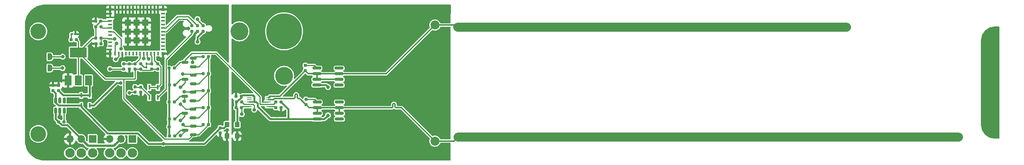
<source format=gbr>
%TF.GenerationSoftware,KiCad,Pcbnew,7.0.6*%
%TF.CreationDate,2023-10-18T20:18:50+02:00*%
%TF.ProjectId,Hydrofoil,48796472-6f66-46f6-996c-2e6b69636164,rev?*%
%TF.SameCoordinates,Original*%
%TF.FileFunction,Copper,L1,Top*%
%TF.FilePolarity,Positive*%
%FSLAX46Y46*%
G04 Gerber Fmt 4.6, Leading zero omitted, Abs format (unit mm)*
G04 Created by KiCad (PCBNEW 7.0.6) date 2023-10-18 20:18:50*
%MOMM*%
%LPD*%
G01*
G04 APERTURE LIST*
G04 Aperture macros list*
%AMRoundRect*
0 Rectangle with rounded corners*
0 $1 Rounding radius*
0 $2 $3 $4 $5 $6 $7 $8 $9 X,Y pos of 4 corners*
0 Add a 4 corners polygon primitive as box body*
4,1,4,$2,$3,$4,$5,$6,$7,$8,$9,$2,$3,0*
0 Add four circle primitives for the rounded corners*
1,1,$1+$1,$2,$3*
1,1,$1+$1,$4,$5*
1,1,$1+$1,$6,$7*
1,1,$1+$1,$8,$9*
0 Add four rect primitives between the rounded corners*
20,1,$1+$1,$2,$3,$4,$5,0*
20,1,$1+$1,$4,$5,$6,$7,0*
20,1,$1+$1,$6,$7,$8,$9,0*
20,1,$1+$1,$8,$9,$2,$3,0*%
%AMFreePoly0*
4,1,19,0.500000,-0.750000,0.000000,-0.750000,0.000000,-0.744911,-0.071157,-0.744911,-0.207708,-0.704816,-0.327430,-0.627875,-0.420627,-0.520320,-0.479746,-0.390866,-0.500000,-0.250000,-0.500000,0.250000,-0.479746,0.390866,-0.420627,0.520320,-0.327430,0.627875,-0.207708,0.704816,-0.071157,0.744911,0.000000,0.744911,0.000000,0.750000,0.500000,0.750000,0.500000,-0.750000,0.500000,-0.750000,
$1*%
%AMFreePoly1*
4,1,19,0.000000,0.744911,0.071157,0.744911,0.207708,0.704816,0.327430,0.627875,0.420627,0.520320,0.479746,0.390866,0.500000,0.250000,0.500000,-0.250000,0.479746,-0.390866,0.420627,-0.520320,0.327430,-0.627875,0.207708,-0.704816,0.071157,-0.744911,0.000000,-0.744911,0.000000,-0.750000,-0.500000,-0.750000,-0.500000,0.750000,0.000000,0.750000,0.000000,0.744911,0.000000,0.744911,
$1*%
G04 Aperture macros list end*
%TA.AperFunction,NonConductor*%
%ADD10C,0.200000*%
%TD*%
%TA.AperFunction,SMDPad,CuDef*%
%ADD11RoundRect,0.100000X-0.100000X0.217500X-0.100000X-0.217500X0.100000X-0.217500X0.100000X0.217500X0*%
%TD*%
%TA.AperFunction,SMDPad,CuDef*%
%ADD12RoundRect,0.155000X0.155000X-0.212500X0.155000X0.212500X-0.155000X0.212500X-0.155000X-0.212500X0*%
%TD*%
%TA.AperFunction,SMDPad,CuDef*%
%ADD13R,0.450800X1.111200*%
%TD*%
%TA.AperFunction,SMDPad,CuDef*%
%ADD14RoundRect,0.160000X0.197500X0.160000X-0.197500X0.160000X-0.197500X-0.160000X0.197500X-0.160000X0*%
%TD*%
%TA.AperFunction,SMDPad,CuDef*%
%ADD15RoundRect,0.150000X-0.825000X-0.150000X0.825000X-0.150000X0.825000X0.150000X-0.825000X0.150000X0*%
%TD*%
%TA.AperFunction,SMDPad,CuDef*%
%ADD16RoundRect,0.150000X0.587500X0.150000X-0.587500X0.150000X-0.587500X-0.150000X0.587500X-0.150000X0*%
%TD*%
%TA.AperFunction,SMDPad,CuDef*%
%ADD17RoundRect,0.160000X0.160000X-0.197500X0.160000X0.197500X-0.160000X0.197500X-0.160000X-0.197500X0*%
%TD*%
%TA.AperFunction,SMDPad,CuDef*%
%ADD18RoundRect,0.155000X-0.155000X0.212500X-0.155000X-0.212500X0.155000X-0.212500X0.155000X0.212500X0*%
%TD*%
%TA.AperFunction,SMDPad,CuDef*%
%ADD19R,0.812800X0.406400*%
%TD*%
%TA.AperFunction,SMDPad,CuDef*%
%ADD20R,0.406400X0.812800*%
%TD*%
%TA.AperFunction,SMDPad,CuDef*%
%ADD21R,1.447800X1.447800*%
%TD*%
%TA.AperFunction,SMDPad,CuDef*%
%ADD22R,0.711200X0.711200*%
%TD*%
%TA.AperFunction,ComponentPad*%
%ADD23R,1.700000X1.700000*%
%TD*%
%TA.AperFunction,ComponentPad*%
%ADD24O,1.700000X1.700000*%
%TD*%
%TA.AperFunction,SMDPad,CuDef*%
%ADD25RoundRect,0.160000X-0.197500X-0.160000X0.197500X-0.160000X0.197500X0.160000X-0.197500X0.160000X0*%
%TD*%
%TA.AperFunction,ConnectorPad*%
%ADD26C,0.787400*%
%TD*%
%TA.AperFunction,SMDPad,CuDef*%
%ADD27RoundRect,0.160000X-0.160000X0.197500X-0.160000X-0.197500X0.160000X-0.197500X0.160000X0.197500X0*%
%TD*%
%TA.AperFunction,SMDPad,CuDef*%
%ADD28RoundRect,0.155000X0.212500X0.155000X-0.212500X0.155000X-0.212500X-0.155000X0.212500X-0.155000X0*%
%TD*%
%TA.AperFunction,SMDPad,CuDef*%
%ADD29C,2.000000*%
%TD*%
%TA.AperFunction,SMDPad,CuDef*%
%ADD30R,1.500000X2.200000*%
%TD*%
%TA.AperFunction,SMDPad,CuDef*%
%ADD31R,3.800000X2.200000*%
%TD*%
%TA.AperFunction,SMDPad,CuDef*%
%ADD32RoundRect,0.150000X0.150000X-0.512500X0.150000X0.512500X-0.150000X0.512500X-0.150000X-0.512500X0*%
%TD*%
%TA.AperFunction,SMDPad,CuDef*%
%ADD33FreePoly0,180.000000*%
%TD*%
%TA.AperFunction,SMDPad,CuDef*%
%ADD34FreePoly1,180.000000*%
%TD*%
%TA.AperFunction,SMDPad,CuDef*%
%ADD35RoundRect,0.250000X0.275000X0.350000X-0.275000X0.350000X-0.275000X-0.350000X0.275000X-0.350000X0*%
%TD*%
%TA.AperFunction,SMDPad,CuDef*%
%ADD36RoundRect,0.155000X-0.212500X-0.155000X0.212500X-0.155000X0.212500X0.155000X-0.212500X0.155000X0*%
%TD*%
%TA.AperFunction,SMDPad,CuDef*%
%ADD37RoundRect,0.100000X0.217500X0.100000X-0.217500X0.100000X-0.217500X-0.100000X0.217500X-0.100000X0*%
%TD*%
%TA.AperFunction,SMDPad,CuDef*%
%ADD38R,1.100000X0.250000*%
%TD*%
%TA.AperFunction,ViaPad*%
%ADD39C,0.800000*%
%TD*%
%TA.AperFunction,ViaPad*%
%ADD40C,2.100000*%
%TD*%
%TA.AperFunction,ViaPad*%
%ADD41C,4.000000*%
%TD*%
%TA.AperFunction,ViaPad*%
%ADD42C,3.500000*%
%TD*%
%TA.AperFunction,ViaPad*%
%ADD43C,8.000000*%
%TD*%
%TA.AperFunction,Conductor*%
%ADD44C,0.300000*%
%TD*%
%TA.AperFunction,Conductor*%
%ADD45C,0.400000*%
%TD*%
%TA.AperFunction,Conductor*%
%ADD46C,0.250000*%
%TD*%
%TA.AperFunction,Conductor*%
%ADD47C,0.500000*%
%TD*%
%TA.AperFunction,Conductor*%
%ADD48C,2.000000*%
%TD*%
G04 APERTURE END LIST*
D10*
X256899360Y-101667007D02*
X255899360Y-101667007D01*
G75*
G02*
X252899360Y-98667007I40J3000007D01*
G01*
X252899360Y-79667007D01*
G75*
G02*
X255899360Y-76667007I3000040J7D01*
G01*
X256899360Y-76667007D01*
X256899360Y-101667007D01*
%TA.AperFunction,NonConductor*%
G36*
X256899360Y-101667007D02*
G01*
X255899360Y-101667007D01*
G75*
G02*
X252899360Y-98667007I40J3000007D01*
G01*
X252899360Y-79667007D01*
G75*
G02*
X255899360Y-76667007I3000040J7D01*
G01*
X256899360Y-76667007D01*
X256899360Y-101667007D01*
G37*
%TD.AperFunction*%
D11*
%TO.P,D2,1,K*%
%TO.N,User-LED*%
X66040000Y-84929127D03*
%TO.P,D2,2,A*%
%TO.N,Net-(D2-A)*%
X66040000Y-85744127D03*
%TD*%
D12*
%TO.P,C5,1*%
%TO.N,+5V*%
X45085000Y-90936627D03*
%TO.P,C5,2*%
%TO.N,GND*%
X45085000Y-89801627D03*
%TD*%
D13*
%TO.P,CR3,1*%
%TO.N,/+5V-Logic*%
X51435000Y-92009127D03*
%TO.P,CR3,2*%
%TO.N,+5V*%
X51435000Y-94309127D03*
%TD*%
D14*
%TO.P,R23,1*%
%TO.N,+3.3V*%
X79935000Y-98624127D03*
%TO.P,R23,2*%
%TO.N,PWM-Out-LV*%
X78740000Y-98624127D03*
%TD*%
D15*
%TO.P,U6,1*%
%TO.N,/ADS1115-ADC/Set-Curr-2*%
X104205000Y-85924127D03*
%TO.P,U6,2*%
%TO.N,AIN1*%
X104205000Y-87194127D03*
%TO.P,U6,3*%
X104205000Y-88464127D03*
%TO.P,U6,4*%
%TO.N,+5VA*%
X104205000Y-89734127D03*
%TO.P,U6,5*%
%TO.N,N/C*%
X109155000Y-89734127D03*
%TO.P,U6,6*%
%TO.N,AIN1*%
X109155000Y-88464127D03*
%TO.P,U6,7*%
X109155000Y-87194127D03*
%TO.P,U6,8*%
%TO.N,N/C*%
X109155000Y-85924127D03*
%TD*%
D16*
%TO.P,Q4,1,G*%
%TO.N,+3.3V*%
X76472500Y-97034127D03*
%TO.P,Q4,2,S*%
%TO.N,PWM-In-LV*%
X76472500Y-95134127D03*
%TO.P,Q4,3,D*%
%TO.N,PWM-In-HV*%
X74597500Y-96084127D03*
%TD*%
D17*
%TO.P,R7,1*%
%TO.N,+3.3V*%
X63500000Y-86136627D03*
%TO.P,R7,2*%
%TO.N,Input-Reset*%
X63500000Y-84941627D03*
%TD*%
D18*
%TO.P,C2,1*%
%TO.N,Input-Reset*%
X62230000Y-84971627D03*
%TO.P,C2,2*%
%TO.N,GND*%
X62230000Y-86106627D03*
%TD*%
D19*
%TO.P,U1,1,GND*%
%TO.N,GND*%
X57930001Y-73739127D03*
%TO.P,U1,2,GND*%
X57930001Y-74539128D03*
%TO.P,U1,3,3V3*%
%TO.N,+3.3V*%
X57930001Y-75339127D03*
%TO.P,U1,4,NC*%
%TO.N,unconnected-(U1-NC-Pad4)*%
X57930001Y-76139128D03*
%TO.P,U1,5,IO2*%
%TO.N,Net-(U1-IO2)*%
X57930001Y-76939126D03*
%TO.P,U1,6,IO3*%
%TO.N,PWM-In-LV*%
X57930001Y-77739127D03*
%TO.P,U1,7,NC*%
%TO.N,unconnected-(U1-NC-Pad7)*%
X57930001Y-78539128D03*
%TO.P,U1,8,EN*%
%TO.N,ESP-En*%
X57930001Y-79339126D03*
%TO.P,U1,9,NC*%
%TO.N,unconnected-(U1-NC-Pad9)*%
X57930001Y-80139127D03*
%TO.P,U1,10,NC*%
%TO.N,unconnected-(U1-NC-Pad10)*%
X57930001Y-80939126D03*
%TO.P,U1,11,GND*%
%TO.N,GND*%
X57930001Y-81739127D03*
D20*
%TO.P,U1,12,IO0*%
%TO.N,Ready-LV*%
X59029998Y-82639127D03*
%TO.P,U1,13,IO1*%
%TO.N,PWM-Out-LV*%
X59829999Y-82639127D03*
%TO.P,U1,14,GND*%
%TO.N,GND*%
X60630000Y-82639127D03*
%TO.P,U1,15,NC*%
%TO.N,unconnected-(U1-NC-Pad15)*%
X61429999Y-82639127D03*
%TO.P,U1,16,IO10*%
%TO.N,unconnected-(U1-IO10-Pad16)*%
X62230000Y-82639127D03*
%TO.P,U1,17,NC*%
%TO.N,unconnected-(U1-NC-Pad17)*%
X63029998Y-82639127D03*
%TO.P,U1,18,IO4*%
%TO.N,unconnected-(U1-IO4-Pad18)*%
X63829999Y-82639127D03*
%TO.P,U1,19,IO5*%
%TO.N,Input-Reset*%
X64630000Y-82639127D03*
%TO.P,U1,20,IO6*%
%TO.N,SCL-LV*%
X65429998Y-82639127D03*
%TO.P,U1,21,IO7*%
%TO.N,SDA-LV*%
X66229999Y-82639127D03*
%TO.P,U1,22,IO8*%
%TO.N,User-LED*%
X67029998Y-82639127D03*
%TO.P,U1,23,IO9*%
%TO.N,Input-Boot*%
X67829999Y-82639127D03*
%TO.P,U1,24,NC*%
%TO.N,unconnected-(U1-NC-Pad24)*%
X68629997Y-82639127D03*
D19*
%TO.P,U1,25,NC*%
%TO.N,unconnected-(U1-NC-Pad25)*%
X69729997Y-81739127D03*
%TO.P,U1,26,IO18*%
%TO.N,unconnected-(U1-IO18-Pad26)*%
X69729997Y-80939126D03*
%TO.P,U1,27,IO19*%
%TO.N,unconnected-(U1-IO19-Pad27)*%
X69729997Y-80139127D03*
%TO.P,U1,28,NC*%
%TO.N,unconnected-(U1-NC-Pad28)*%
X69729997Y-79339126D03*
%TO.P,U1,29,NC*%
%TO.N,unconnected-(U1-NC-Pad29)*%
X69729997Y-78539128D03*
%TO.P,U1,30,RXD0*%
%TO.N,ESP-Rx*%
X69729997Y-77739127D03*
%TO.P,U1,31,TXD0*%
%TO.N,ESP-Tx*%
X69729997Y-76939126D03*
%TO.P,U1,32,NC*%
%TO.N,unconnected-(U1-NC-Pad32)*%
X69729997Y-76139128D03*
%TO.P,U1,33,NC*%
%TO.N,unconnected-(U1-NC-Pad33)*%
X69729997Y-75339127D03*
%TO.P,U1,34,NC*%
%TO.N,unconnected-(U1-NC-Pad34)*%
X69729997Y-74539128D03*
%TO.P,U1,35,NC*%
%TO.N,unconnected-(U1-NC-Pad35)*%
X69729997Y-73739127D03*
D20*
%TO.P,U1,36,GND*%
%TO.N,GND*%
X68630000Y-72839127D03*
%TO.P,U1,37,GND*%
X67829999Y-72839127D03*
%TO.P,U1,38,GND*%
X67029998Y-72839127D03*
%TO.P,U1,39,GND*%
X66229999Y-72839127D03*
%TO.P,U1,40,GND*%
X65429998Y-72839127D03*
%TO.P,U1,41,GND*%
X64630000Y-72839127D03*
%TO.P,U1,42,GND*%
X63829999Y-72839127D03*
%TO.P,U1,43,GND*%
X63029998Y-72839127D03*
%TO.P,U1,44,GND*%
X62230000Y-72839127D03*
%TO.P,U1,45,GND*%
X61429999Y-72839127D03*
%TO.P,U1,46,GND*%
X60630000Y-72839127D03*
%TO.P,U1,47,GND*%
X59829999Y-72839127D03*
%TO.P,U1,48,GND*%
X59030001Y-72839127D03*
D21*
%TO.P,U1,49,GND*%
X63829999Y-77739127D03*
D22*
%TO.P,U1,50,GND*%
X69779999Y-72789127D03*
%TO.P,U1,51,GND*%
X69779999Y-82689127D03*
%TO.P,U1,52,GND*%
X57879999Y-82689127D03*
%TO.P,U1,53,GND*%
X57879999Y-72789127D03*
D21*
%TO.P,U1,54,GND*%
X65804999Y-75764127D03*
%TO.P,U1,55,GND*%
X65804999Y-77739127D03*
%TO.P,U1,56,GND*%
X65804999Y-79714127D03*
%TO.P,U1,57,GND*%
X63829999Y-79714127D03*
%TO.P,U1,58,GND*%
X61854999Y-79714127D03*
%TO.P,U1,59,GND*%
X61854999Y-77739127D03*
%TO.P,U1,60,GND*%
X61854999Y-75764127D03*
%TO.P,U1,61,GND*%
X63829999Y-75764127D03*
%TD*%
D16*
%TO.P,Q2,1,G*%
%TO.N,+3.3V*%
X76502500Y-89414127D03*
%TO.P,Q2,2,S*%
%TO.N,SDA-LV*%
X76502500Y-87514127D03*
%TO.P,Q2,3,D*%
%TO.N,SDA-HV*%
X74627500Y-88464127D03*
%TD*%
D23*
%TO.P,J2,1,Pin_1*%
%TO.N,PWM-Out-HV*%
X62865000Y-101799127D03*
D24*
%TO.P,J2,2,Pin_2*%
%TO.N,/+5V-Raw*%
X60325000Y-101799127D03*
%TO.P,J2,3,Pin_3*%
%TO.N,GND*%
X57785000Y-101799127D03*
%TD*%
D14*
%TO.P,R16,1*%
%TO.N,+3.3V*%
X79935000Y-87194127D03*
%TO.P,R16,2*%
%TO.N,SDA-LV*%
X78740000Y-87194127D03*
%TD*%
D25*
%TO.P,R24,1*%
%TO.N,+5V*%
X71120000Y-93544127D03*
%TO.P,R24,2*%
%TO.N,SCL-HV*%
X72315000Y-93544127D03*
%TD*%
%TO.P,R25,1*%
%TO.N,+5V*%
X71195000Y-97354127D03*
%TO.P,R25,2*%
%TO.N,PWM-In-HV*%
X72390000Y-97354127D03*
%TD*%
%TO.P,R20,1*%
%TO.N,+5V*%
X71195000Y-89734127D03*
%TO.P,R20,2*%
%TO.N,SDA-HV*%
X72390000Y-89734127D03*
%TD*%
D16*
%TO.P,Q1,1,G*%
%TO.N,+3.3V*%
X76502500Y-85604127D03*
%TO.P,Q1,2,S*%
%TO.N,Ready-LV*%
X76502500Y-83704127D03*
%TO.P,Q1,3,D*%
%TO.N,Ready-HV*%
X74627500Y-84654127D03*
%TD*%
D17*
%TO.P,R4,1*%
%TO.N,+3.3V*%
X64770000Y-86174127D03*
%TO.P,R4,2*%
%TO.N,Net-(D2-A)*%
X64770000Y-84979127D03*
%TD*%
D25*
%TO.P,R19,1*%
%TO.N,+5V*%
X71120000Y-85924127D03*
%TO.P,R19,2*%
%TO.N,Ready-HV*%
X72315000Y-85924127D03*
%TD*%
D26*
%TO.P,TP1,1*%
%TO.N,ESP-En*%
X78740000Y-76399127D03*
%TO.P,TP1,2*%
%TO.N,+5V-Prog*%
X78740000Y-77669127D03*
%TO.P,TP1,3*%
%TO.N,ESP-Tx*%
X77470000Y-76399127D03*
%TO.P,TP1,4*%
%TO.N,GND*%
X77470000Y-77669127D03*
%TO.P,TP1,5*%
%TO.N,ESP-Rx*%
X76200000Y-76399127D03*
%TO.P,TP1,6*%
%TO.N,ESP-Boot*%
X76200000Y-77669127D03*
%TD*%
D14*
%TO.P,R21,1*%
%TO.N,+3.3V*%
X79935000Y-91004127D03*
%TO.P,R21,2*%
%TO.N,SCL-LV*%
X78740000Y-91004127D03*
%TD*%
D27*
%TO.P,R9,1*%
%TO.N,Net-(C3-Pad1)*%
X63500000Y-90141627D03*
%TO.P,R9,2*%
%TO.N,Net-(JP2-A)*%
X63500000Y-91336627D03*
%TD*%
D28*
%TO.P,C6,1*%
%TO.N,+3.3V*%
X55812500Y-75379127D03*
%TO.P,C6,2*%
%TO.N,GND*%
X54677500Y-75379127D03*
%TD*%
D18*
%TO.P,C7,1*%
%TO.N,+5V*%
X82550000Y-99326627D03*
%TO.P,C7,2*%
%TO.N,GND*%
X82550000Y-100461627D03*
%TD*%
D12*
%TO.P,C4,1*%
%TO.N,/+5V-Logic*%
X46355000Y-90936627D03*
%TO.P,C4,2*%
%TO.N,GND*%
X46355000Y-89801627D03*
%TD*%
D18*
%TO.P,C3,1*%
%TO.N,Net-(C3-Pad1)*%
X64770000Y-90171627D03*
%TO.P,C3,2*%
%TO.N,GND*%
X64770000Y-91306627D03*
%TD*%
D17*
%TO.P,R3,1*%
%TO.N,+3.3V*%
X67229205Y-86149837D03*
%TO.P,R3,2*%
%TO.N,User-LED*%
X67229205Y-84954837D03*
%TD*%
D27*
%TO.P,R15,1*%
%TO.N,/ADS1115-ADC/Set-Curr-1*%
X101730000Y-92946627D03*
%TO.P,R15,2*%
%TO.N,AIN0*%
X101730000Y-94141627D03*
%TD*%
D16*
%TO.P,Q5,1,G*%
%TO.N,+3.3V*%
X76502500Y-100844127D03*
%TO.P,Q5,2,S*%
%TO.N,PWM-Out-LV*%
X76502500Y-98944127D03*
%TO.P,Q5,3,D*%
%TO.N,PWM-Out-HV*%
X74627500Y-99894127D03*
%TD*%
D14*
%TO.P,R1,1*%
%TO.N,+3.3V*%
X50367500Y-79574127D03*
%TO.P,R1,2*%
%TO.N,Net-(D1-A)*%
X49172500Y-79574127D03*
%TD*%
D29*
%TO.P,CP3,1,1*%
%TO.N,AIN1*%
X130617262Y-76260138D03*
%TD*%
D30*
%TO.P,U2,1,GND*%
%TO.N,GND*%
X48500000Y-88689127D03*
%TO.P,U2,2,VOUT*%
%TO.N,+3.3V*%
X50800000Y-88689127D03*
%TO.P,U2,3,VIN*%
%TO.N,/+5V-Logic*%
X53100000Y-88689127D03*
D31*
%TO.P,U2,4,VOUT*%
%TO.N,+3.3V*%
X50800000Y-82389127D03*
%TD*%
D32*
%TO.P,U3,1,VIN*%
%TO.N,/+5V-Raw*%
X45720000Y-95449127D03*
%TO.P,U3,2,GND*%
%TO.N,GND*%
X46670000Y-95449127D03*
%TO.P,U3,3,ON*%
%TO.N,Net-(U3-ON)*%
X47620000Y-95449127D03*
%TO.P,U3,4,CT*%
%TO.N,unconnected-(U3-CT-Pad4)*%
X47620000Y-93174127D03*
%TO.P,U3,5,QOD*%
%TO.N,unconnected-(U3-QOD-Pad5)*%
X46670000Y-93174127D03*
%TO.P,U3,6,VOUT*%
%TO.N,+5V*%
X45720000Y-93174127D03*
%TD*%
D16*
%TO.P,Q3,1,G*%
%TO.N,+3.3V*%
X76472500Y-93224127D03*
%TO.P,Q3,2,S*%
%TO.N,SCL-LV*%
X76472500Y-91324127D03*
%TO.P,Q3,3,D*%
%TO.N,SCL-HV*%
X74597500Y-92274127D03*
%TD*%
D33*
%TO.P,JP1,1,A*%
%TO.N,Net-(JP1-A)*%
X44465000Y-83384127D03*
D34*
%TO.P,JP1,2,B*%
%TO.N,GND*%
X43165000Y-83384127D03*
%TD*%
D13*
%TO.P,CR4,1*%
%TO.N,/+5V-Logic*%
X53340000Y-92009127D03*
%TO.P,CR4,2*%
%TO.N,+5V-Prog*%
X53340000Y-94309127D03*
%TD*%
D35*
%TO.P,L2,1,1*%
%TO.N,GNDA*%
X86360000Y-101164127D03*
%TO.P,L2,2,2*%
%TO.N,GND*%
X84060000Y-101164127D03*
%TD*%
D27*
%TO.P,R8,1*%
%TO.N,Input-Reset*%
X60960000Y-84941627D03*
%TO.P,R8,2*%
%TO.N,Net-(JP1-A)*%
X60960000Y-86136627D03*
%TD*%
D14*
%TO.P,R22,1*%
%TO.N,+3.3V*%
X79935000Y-94814127D03*
%TO.P,R22,2*%
%TO.N,PWM-In-LV*%
X78740000Y-94814127D03*
%TD*%
D13*
%TO.P,CR2,1*%
%TO.N,ESP-Boot*%
X68580000Y-92524127D03*
%TO.P,CR2,2*%
%TO.N,Input-Boot*%
X68580000Y-90224127D03*
%TD*%
%TO.P,CR1,1*%
%TO.N,Net-(C3-Pad1)*%
X66675000Y-92524127D03*
%TO.P,CR1,2*%
%TO.N,Input-Boot*%
X66675000Y-90224127D03*
%TD*%
D25*
%TO.P,R2,1*%
%TO.N,+3.3V*%
X54715000Y-79189127D03*
%TO.P,R2,2*%
%TO.N,ESP-En*%
X55910000Y-79189127D03*
%TD*%
D15*
%TO.P,U5,1*%
%TO.N,/ADS1115-ADC/Set-Curr-1*%
X104270000Y-93544127D03*
%TO.P,U5,2*%
%TO.N,AIN0*%
X104270000Y-94814127D03*
%TO.P,U5,3*%
X104270000Y-96084127D03*
%TO.P,U5,4*%
%TO.N,+5VA*%
X104270000Y-97354127D03*
%TO.P,U5,5*%
%TO.N,N/C*%
X109220000Y-97354127D03*
%TO.P,U5,6*%
%TO.N,AIN0*%
X109220000Y-96084127D03*
%TO.P,U5,7*%
X109220000Y-94814127D03*
%TO.P,U5,8*%
%TO.N,N/C*%
X109220000Y-93544127D03*
%TD*%
D33*
%TO.P,JP2,1,A*%
%TO.N,Net-(JP2-A)*%
X44465000Y-85924127D03*
D34*
%TO.P,JP2,2,B*%
%TO.N,GND*%
X43165000Y-85924127D03*
%TD*%
D17*
%TO.P,R6,1*%
%TO.N,+3.3V*%
X68580000Y-86136627D03*
%TO.P,R6,2*%
%TO.N,Input-Boot*%
X68580000Y-84941627D03*
%TD*%
D14*
%TO.P,R10,1*%
%TO.N,Net-(U3-ON)*%
X47587500Y-97989127D03*
%TO.P,R10,2*%
%TO.N,/+5V-Raw*%
X46392500Y-97989127D03*
%TD*%
D36*
%TO.P,C8,1*%
%TO.N,GNDA*%
X86110000Y-92274127D03*
%TO.P,C8,2*%
%TO.N,+5VA*%
X87245000Y-92274127D03*
%TD*%
D25*
%TO.P,R5,1*%
%TO.N,+3.3V*%
X54685000Y-76649127D03*
%TO.P,R5,2*%
%TO.N,Net-(U1-IO2)*%
X55880000Y-76649127D03*
%TD*%
D35*
%TO.P,L1,1,1*%
%TO.N,+5VA*%
X86360000Y-98624127D03*
%TO.P,L1,2,2*%
%TO.N,+5V*%
X84060000Y-98624127D03*
%TD*%
D25*
%TO.P,R26,1*%
%TO.N,+5V*%
X71195000Y-101164127D03*
%TO.P,R26,2*%
%TO.N,PWM-Out-HV*%
X72390000Y-101164127D03*
%TD*%
%TO.P,R13,1*%
%TO.N,+5VA*%
X86110000Y-94814127D03*
%TO.P,R13,2*%
%TO.N,SCL-HV*%
X87305000Y-94814127D03*
%TD*%
D27*
%TO.P,R18,1*%
%TO.N,/ADS1115-ADC/Set-Curr-2*%
X101600000Y-85326627D03*
%TO.P,R18,2*%
%TO.N,AIN1*%
X101600000Y-86521627D03*
%TD*%
D29*
%TO.P,CP1,1,1*%
%TO.N,AIN0*%
X130617262Y-102295138D03*
%TD*%
D25*
%TO.P,R11,1*%
%TO.N,Net-(U4-ADDR)*%
X95000000Y-94814127D03*
%TO.P,R11,2*%
%TO.N,GNDA*%
X96195000Y-94814127D03*
%TD*%
D14*
%TO.P,R12,1*%
%TO.N,+5VA*%
X96195000Y-93544127D03*
%TO.P,R12,2*%
%TO.N,Ready-HV*%
X95000000Y-93544127D03*
%TD*%
%TO.P,R17,1*%
%TO.N,+3.3V*%
X79935000Y-83384127D03*
%TO.P,R17,2*%
%TO.N,Ready-LV*%
X78740000Y-83384127D03*
%TD*%
D25*
%TO.P,R14,1*%
%TO.N,+5VA*%
X86185000Y-93544127D03*
%TO.P,R14,2*%
%TO.N,SDA-HV*%
X87380000Y-93544127D03*
%TD*%
D37*
%TO.P,D1,1,K*%
%TO.N,GND*%
X50140000Y-78304127D03*
%TO.P,D1,2,A*%
%TO.N,Net-(D1-A)*%
X49325000Y-78304127D03*
%TD*%
D38*
%TO.P,U4,1,ADDR*%
%TO.N,Net-(U4-ADDR)*%
X93340000Y-94544127D03*
%TO.P,U4,2,ALERT/RDY*%
%TO.N,Ready-HV*%
X93340000Y-94044127D03*
%TO.P,U4,3,GND*%
%TO.N,GNDA*%
X93340000Y-93544127D03*
%TO.P,U4,4,AIN0*%
%TO.N,AIN0*%
X93340000Y-93044127D03*
%TO.P,U4,5,AIN1*%
%TO.N,AIN1*%
X93340000Y-92544127D03*
%TO.P,U4,6,AIN2*%
%TO.N,unconnected-(U4-AIN2-Pad6)*%
X89040000Y-92544127D03*
%TO.P,U4,7,AIN3*%
%TO.N,unconnected-(U4-AIN3-Pad7)*%
X89040000Y-93044127D03*
%TO.P,U4,8,VDD*%
%TO.N,+5VA*%
X89040000Y-93544127D03*
%TO.P,U4,9,SDA*%
%TO.N,SDA-HV*%
X89040000Y-94044127D03*
%TO.P,U4,10,SCL*%
%TO.N,SCL-HV*%
X89040000Y-94544127D03*
%TD*%
D23*
%TO.P,J1,1,Pin_1*%
%TO.N,PWM-In-HV*%
X53975000Y-101799127D03*
D24*
%TO.P,J1,2,Pin_2*%
%TO.N,/+5V-Raw*%
X51435000Y-101799127D03*
%TO.P,J1,3,Pin_3*%
%TO.N,GND*%
X48895000Y-101799127D03*
%TD*%
D28*
%TO.P,C1,1*%
%TO.N,ESP-En*%
X55880000Y-80459127D03*
%TO.P,C1,2*%
%TO.N,GND*%
X54745000Y-80459127D03*
%TD*%
D39*
%TO.N,*%
X255318605Y-98686961D03*
D40*
X53975000Y-104974127D03*
D39*
X254048605Y-98051961D03*
X255318605Y-85986961D03*
X255318605Y-88526961D03*
X255318605Y-79636961D03*
X254048605Y-92971961D03*
X255318605Y-93606961D03*
X255318605Y-94876961D03*
X255318605Y-87256961D03*
D40*
X57785000Y-104974127D03*
D39*
X254048605Y-81541961D03*
D40*
X60325000Y-104974127D03*
D39*
X255318605Y-78366961D03*
X255318605Y-80906961D03*
D40*
X51435000Y-104974127D03*
D39*
X254048605Y-90431961D03*
X254048605Y-82811961D03*
X254048605Y-96781961D03*
D41*
X86846262Y-77673571D03*
X96847318Y-87670445D03*
D39*
X255318605Y-82176961D03*
X254048605Y-87891961D03*
X254048605Y-84081961D03*
X255318605Y-84716961D03*
X254048605Y-85351961D03*
X254048605Y-94241961D03*
X255318605Y-92336961D03*
X255318605Y-97416961D03*
D40*
X48895000Y-104974127D03*
D39*
X255318605Y-89796961D03*
D42*
X41849366Y-77680890D03*
D39*
X255318605Y-91066961D03*
X254048605Y-89161961D03*
D43*
X96841761Y-77674377D03*
D39*
X254048605Y-95511961D03*
D42*
X41847349Y-100675701D03*
D39*
X254048605Y-79001961D03*
D40*
X62865000Y-104974127D03*
D39*
X255318605Y-99956961D03*
X254048605Y-86621961D03*
X255318605Y-96146961D03*
X254048605Y-99321961D03*
X254048605Y-91701961D03*
X254048605Y-80271961D03*
X255318605Y-83446961D03*
%TO.N,+5V*%
X69850000Y-102870000D03*
X71120000Y-99060000D03*
%TO.N,GND*%
X46863358Y-97120525D03*
X82550000Y-86360000D03*
X72390000Y-78740000D03*
X54610000Y-82550000D03*
%TO.N,GNDA*%
X86360000Y-90170000D03*
X95250000Y-96520000D03*
X110490000Y-91440000D03*
X91440000Y-85090000D03*
X87630000Y-101600000D03*
%TO.N,+5VA*%
X106680000Y-96520000D03*
X106680000Y-90170000D03*
%TO.N,+5V-Prog*%
X60235500Y-89263172D03*
X77470000Y-80010000D03*
%TO.N,Ready-LV*%
X76387005Y-84636205D03*
X59322559Y-80355529D03*
%TO.N,SDA-LV*%
X66504705Y-83837784D03*
X74128432Y-87250004D03*
%TO.N,SDA-HV*%
X90170000Y-95250000D03*
X73660000Y-90170000D03*
%TO.N,SCL-LV*%
X65446521Y-83803528D03*
X74460662Y-91244751D03*
%TO.N,SCL-HV*%
X87399608Y-96259893D03*
X74516109Y-93363866D03*
%TO.N,PWM-In-LV*%
X60348314Y-81591809D03*
X73660000Y-93980000D03*
%TO.N,PWM-In-HV*%
X73687551Y-97623755D03*
%TO.N,PWM-Out-LV*%
X74215998Y-98618861D03*
X59160094Y-83965431D03*
%TO.N,PWM-Out-HV*%
X73660000Y-101084627D03*
%TO.N,Net-(JP1-A)*%
X47290474Y-83366453D03*
X57864858Y-86111042D03*
%TO.N,Net-(JP2-A)*%
X47273626Y-85931424D03*
X62230000Y-91440000D03*
%TO.N,ESP-En*%
X77470000Y-74930000D03*
X58924347Y-79353705D03*
%TD*%
D44*
%TO.N,+5VA*%
X90145000Y-93544127D02*
X89040000Y-93544127D01*
X90170000Y-93519127D02*
X90145000Y-93544127D01*
D45*
X90887599Y-93810339D02*
X90887599Y-94486726D01*
X90596387Y-93519127D02*
X90887599Y-93810339D01*
X90170000Y-93519127D02*
X90596387Y-93519127D01*
X90887599Y-94486726D02*
X93755000Y-97354127D01*
X90170000Y-92269127D02*
X90170000Y-93519127D01*
X89940000Y-92039127D02*
X90170000Y-92269127D01*
X93755000Y-97354127D02*
X97790000Y-97354127D01*
D46*
%TO.N,Ready-HV*%
X74627500Y-84122500D02*
X74627500Y-84654127D01*
X81633098Y-82550000D02*
X76200000Y-82550000D01*
X76200000Y-82550000D02*
X74627500Y-84122500D01*
X91440000Y-92356902D02*
X81633098Y-82550000D01*
X91440000Y-93980000D02*
X91440000Y-92356902D01*
X93340000Y-94044127D02*
X91504127Y-94044127D01*
X91504127Y-94044127D02*
X91440000Y-93980000D01*
D47*
%TO.N,/+5V-Raw*%
X58784718Y-103339409D02*
X60325000Y-101799127D01*
X51435000Y-101799127D02*
X52975282Y-103339409D01*
X52975282Y-103339409D02*
X58784718Y-103339409D01*
D46*
%TO.N,ESP-En*%
X57917773Y-79326898D02*
X57930001Y-79339126D01*
X57343808Y-79326898D02*
X57917773Y-79326898D01*
X57206037Y-79189127D02*
X57343808Y-79326898D01*
X55910000Y-79189127D02*
X57206037Y-79189127D01*
%TO.N,User-LED*%
X67031126Y-82640255D02*
X67029998Y-82639127D01*
X67031126Y-83093155D02*
X67031126Y-82640255D01*
X67229205Y-84954837D02*
X67229205Y-83291234D01*
X67229205Y-83291234D02*
X67031126Y-83093155D01*
X66984447Y-82684678D02*
X67029998Y-82639127D01*
%TO.N,SDA-LV*%
X66504705Y-83837784D02*
X66229999Y-83563078D01*
X66229999Y-83563078D02*
X66229999Y-82639127D01*
D44*
%TO.N,AIN0*%
X100298372Y-92710000D02*
X100314186Y-92725814D01*
X120920000Y-94814127D02*
X119401364Y-94814127D01*
X130617262Y-102295138D02*
X134855060Y-102295138D01*
X101730000Y-94141627D02*
X102402500Y-94814127D01*
X99810000Y-91960000D02*
X99810000Y-92460000D01*
X121170000Y-94097518D02*
X121170000Y-94564127D01*
X130617262Y-102295138D02*
X123136251Y-94814127D01*
X109220000Y-94814127D02*
X109220000Y-96084127D01*
X121670000Y-94564127D02*
X121670000Y-94097518D01*
X123136251Y-94814127D02*
X121920000Y-94814127D01*
X134855060Y-102295138D02*
X135765598Y-101384600D01*
X93340000Y-93044127D02*
X94421251Y-93044127D01*
X119401364Y-94814127D02*
X109220000Y-94814127D01*
X104270000Y-94814127D02*
X109220000Y-94814127D01*
D48*
X135765598Y-101384600D02*
X247785627Y-101384600D01*
D44*
X104270000Y-96084127D02*
X104270000Y-94814127D01*
X100298373Y-92710000D02*
X100314186Y-92725814D01*
X102402500Y-94814127D02*
X104270000Y-94814127D01*
X100314186Y-92725814D02*
X101730000Y-94141627D01*
X100060000Y-92710000D02*
X100298372Y-92710000D01*
X99310000Y-92460000D02*
X99310000Y-91960000D01*
X94421251Y-93044127D02*
X94755378Y-92710000D01*
X94755378Y-92710000D02*
X99060000Y-92710000D01*
X121420000Y-93847500D02*
G75*
G03*
X121170000Y-94097518I0J-250000D01*
G01*
X99810000Y-91960000D02*
G75*
G03*
X99560000Y-91710000I-250000J0D01*
G01*
X121669973Y-94564127D02*
G75*
G03*
X121920000Y-94814127I250027J27D01*
G01*
X99810000Y-92460000D02*
G75*
G03*
X100060000Y-92710000I250000J0D01*
G01*
X121669982Y-94097518D02*
G75*
G03*
X121420000Y-93847518I-249982J18D01*
G01*
X99560000Y-91710000D02*
G75*
G03*
X99310000Y-91960000I0J-250000D01*
G01*
X99060000Y-92710000D02*
G75*
G03*
X99310000Y-92460000I0J250000D01*
G01*
X120920000Y-94814100D02*
G75*
G03*
X121170000Y-94564127I0J250000D01*
G01*
D45*
%TO.N,+5V*%
X66435873Y-102870000D02*
X69850000Y-102870000D01*
X69850000Y-102870000D02*
X78989238Y-102870000D01*
X71120000Y-85924127D02*
X71120000Y-99060000D01*
X71120000Y-99060000D02*
X71120000Y-101089127D01*
X57344800Y-100549127D02*
X64115000Y-100549127D01*
X71120000Y-101089127D02*
X71195000Y-101164127D01*
X64115000Y-100549127D02*
X66435873Y-102870000D01*
X82532611Y-99326627D02*
X82550000Y-99326627D01*
X51435000Y-94639327D02*
X57344800Y-100549127D01*
X45720000Y-91571627D02*
X45085000Y-90936627D01*
X45720000Y-93174127D02*
X45720000Y-91571627D01*
X82550000Y-99326627D02*
X83357500Y-99326627D01*
X51435000Y-94309127D02*
X51435000Y-94639327D01*
X45720000Y-93174127D02*
X45720000Y-93664444D01*
X83357500Y-99326627D02*
X84060000Y-98624127D01*
X45720000Y-93664444D02*
X46364683Y-94309127D01*
X46364683Y-94309127D02*
X51435000Y-94309127D01*
X78989238Y-102870000D02*
X82532611Y-99326627D01*
D44*
%TO.N,AIN1*%
X135262976Y-76260138D02*
X135745028Y-76742190D01*
X104205000Y-88464127D02*
X109155000Y-88464127D01*
X104205000Y-87194127D02*
X104205000Y-88464127D01*
X104205000Y-87194127D02*
X109155000Y-87194127D01*
X109155000Y-87194127D02*
X119683273Y-87194127D01*
D48*
X135745028Y-76742190D02*
X222731736Y-76742190D01*
D44*
X130617262Y-76260138D02*
X135262976Y-76260138D01*
X93674127Y-92210000D02*
X95911627Y-92210000D01*
X119683273Y-87194127D02*
X130617262Y-76260138D01*
X93340000Y-92544127D02*
X93674127Y-92210000D01*
X95911627Y-92210000D02*
X101600000Y-86521627D01*
X101600000Y-86521627D02*
X102272500Y-87194127D01*
X102272500Y-87194127D02*
X104205000Y-87194127D01*
D46*
X135744155Y-76743063D02*
X135745028Y-76742190D01*
D45*
%TO.N,/+5V-Logic*%
X53340000Y-92009127D02*
X53340000Y-88929127D01*
X47427500Y-92009127D02*
X46355000Y-90936627D01*
X53340000Y-88929127D02*
X53100000Y-88689127D01*
X51435000Y-92009127D02*
X47427500Y-92009127D01*
X53340000Y-92009127D02*
X51435000Y-92009127D01*
D46*
%TO.N,+3.3V*%
X67229205Y-86149837D02*
X68566790Y-86149837D01*
X63500000Y-86136627D02*
X63500000Y-88348179D01*
X60960000Y-92710000D02*
X60960000Y-88374321D01*
X79935000Y-98624127D02*
X79935000Y-83384127D01*
X63500000Y-86136627D02*
X64732500Y-86136627D01*
X68566790Y-86149837D02*
X68580000Y-86136627D01*
X54000000Y-79189127D02*
X54715000Y-79189127D01*
X76472500Y-93224127D02*
X77715000Y-93224127D01*
X66992415Y-86386627D02*
X67229205Y-86149837D01*
X76502500Y-89414127D02*
X77715000Y-89414127D01*
X63500000Y-88348179D02*
X63482572Y-88365607D01*
X56776481Y-88365607D02*
X50800000Y-82389127D01*
X54685000Y-76506627D02*
X55812500Y-75379127D01*
X50800000Y-88689127D02*
X50800000Y-82389127D01*
X64732500Y-86136627D02*
X64770000Y-86174127D01*
X77715000Y-89414127D02*
X79935000Y-87194127D01*
X50800000Y-82389127D02*
X54000000Y-79189127D01*
X63482572Y-88365607D02*
X56776481Y-88365607D01*
X54685000Y-76649127D02*
X54685000Y-76506627D01*
X55812500Y-75379127D02*
X57890001Y-75379127D01*
X54715000Y-79189127D02*
X54715000Y-76679127D01*
X57890001Y-75379127D02*
X57930001Y-75339127D01*
X76502500Y-100844127D02*
X75537500Y-101809127D01*
X75537500Y-101809127D02*
X70059127Y-101809127D01*
X50800000Y-82389127D02*
X50800000Y-80006627D01*
X77715000Y-93224127D02*
X79935000Y-91004127D01*
X64770000Y-86174127D02*
X64982500Y-86386627D01*
X50800000Y-80006627D02*
X50367500Y-79574127D01*
X76472500Y-97034127D02*
X77715000Y-97034127D01*
X77715000Y-85604127D02*
X79935000Y-83384127D01*
X54715000Y-76679127D02*
X54685000Y-76649127D01*
X77715000Y-97034127D02*
X79935000Y-94814127D01*
X76502500Y-85604127D02*
X77715000Y-85604127D01*
X77715000Y-100844127D02*
X79935000Y-98624127D01*
X64982500Y-86386627D02*
X66992415Y-86386627D01*
X70059127Y-101809127D02*
X60960000Y-92710000D01*
X76502500Y-100844127D02*
X77715000Y-100844127D01*
%TO.N,Input-Reset*%
X64630000Y-83811627D02*
X64630000Y-82639127D01*
X63500000Y-84941627D02*
X64630000Y-83811627D01*
X60960000Y-84941627D02*
X63500000Y-84941627D01*
D45*
%TO.N,GNDA*%
X87630000Y-101600000D02*
X87194127Y-101164127D01*
X87194127Y-101164127D02*
X86360000Y-101164127D01*
%TO.N,+5VA*%
X104205000Y-89734127D02*
X106244127Y-89734127D01*
X86110000Y-94814127D02*
X86110000Y-93619127D01*
X97790000Y-95139127D02*
X97790000Y-97354127D01*
X106244127Y-89734127D02*
X106680000Y-90170000D01*
X89920000Y-92019127D02*
X87500000Y-92019127D01*
X86185000Y-93544127D02*
X87245000Y-92484127D01*
X97790000Y-97354127D02*
X98985000Y-97354127D01*
X86360000Y-95064127D02*
X86110000Y-94814127D01*
X86360000Y-98624127D02*
X86360000Y-95064127D01*
X96195000Y-93544127D02*
X97790000Y-95139127D01*
D44*
X89920000Y-92019127D02*
X89940000Y-92039127D01*
D45*
X86110000Y-93619127D02*
X86185000Y-93544127D01*
X106680000Y-96520000D02*
X105845873Y-97354127D01*
X98985000Y-97354127D02*
X104270000Y-97354127D01*
X87245000Y-92484127D02*
X87245000Y-92274127D01*
X105845873Y-97354127D02*
X104270000Y-97354127D01*
X87500000Y-92019127D02*
X87245000Y-92274127D01*
%TO.N,+5V-Prog*%
X77470000Y-78939127D02*
X78740000Y-77669127D01*
X60235500Y-89263172D02*
X59326828Y-89263172D01*
X54280873Y-94309127D02*
X53340000Y-94309127D01*
X77470000Y-80010000D02*
X77470000Y-78939127D01*
X59326828Y-89263172D02*
X54280873Y-94309127D01*
D46*
%TO.N,Input-Boot*%
X68580000Y-90224127D02*
X69225000Y-89579127D01*
X69225000Y-85586627D02*
X68580000Y-84941627D01*
X67829999Y-84191626D02*
X67829999Y-82639127D01*
X68580000Y-90224127D02*
X66675000Y-90224127D01*
X68580000Y-84941627D02*
X67829999Y-84191626D01*
X69225000Y-89579127D02*
X69225000Y-85586627D01*
%TO.N,ESP-Boot*%
X70437500Y-83988402D02*
X76200000Y-78225902D01*
X76200000Y-78225902D02*
X76200000Y-77669127D01*
X70437500Y-90666627D02*
X70437500Y-83988402D01*
X68580000Y-92524127D02*
X70437500Y-90666627D01*
%TO.N,Net-(D1-A)*%
X49172500Y-78456627D02*
X49325000Y-78304127D01*
X49172500Y-79574127D02*
X49172500Y-78456627D01*
%TO.N,User-LED*%
X67203495Y-84929127D02*
X67229205Y-84954837D01*
X66040000Y-84929127D02*
X67203495Y-84929127D01*
%TO.N,Net-(D2-A)*%
X65535000Y-85744127D02*
X66040000Y-85744127D01*
X64770000Y-84979127D02*
X65535000Y-85744127D01*
%TO.N,Ready-LV*%
X59029998Y-80648090D02*
X59322559Y-80355529D01*
X76387005Y-84636205D02*
X76387005Y-83819622D01*
X59029998Y-82639127D02*
X59029998Y-80648090D01*
X78740000Y-83384127D02*
X76822500Y-83384127D01*
X76822500Y-83384127D02*
X76502500Y-83704127D01*
X76387005Y-83819622D02*
X76502500Y-83704127D01*
%TO.N,Ready-HV*%
X74627500Y-84654127D02*
X73585000Y-84654127D01*
X94500000Y-94044127D02*
X95000000Y-93544127D01*
X93340000Y-94044127D02*
X94500000Y-94044127D01*
X73585000Y-84654127D02*
X72315000Y-85924127D01*
%TO.N,SDA-LV*%
X76822500Y-87194127D02*
X76502500Y-87514127D01*
X78740000Y-87194127D02*
X76822500Y-87194127D01*
X74128432Y-87250004D02*
X76238377Y-87250004D01*
X76238377Y-87250004D02*
X76502500Y-87514127D01*
%TO.N,SDA-HV*%
X87880000Y-94044127D02*
X87380000Y-93544127D01*
X73660000Y-88464127D02*
X72390000Y-89734127D01*
X74627500Y-88464127D02*
X73660000Y-88464127D01*
X74627500Y-88464127D02*
X74627500Y-89202500D01*
X89040000Y-94044127D02*
X87880000Y-94044127D01*
X74627500Y-89202500D02*
X73660000Y-90170000D01*
X90170000Y-94349127D02*
X90170000Y-95250000D01*
X89865000Y-94044127D02*
X90170000Y-94349127D01*
X89040000Y-94044127D02*
X89865000Y-94044127D01*
%TO.N,SCL-LV*%
X74460662Y-91244751D02*
X76393124Y-91244751D01*
X76792500Y-91004127D02*
X76472500Y-91324127D01*
X65429998Y-83787005D02*
X65446521Y-83803528D01*
X65429998Y-82639127D02*
X65429998Y-83787005D01*
X78740000Y-91004127D02*
X76792500Y-91004127D01*
X76393124Y-91244751D02*
X76472500Y-91324127D01*
%TO.N,SCL-HV*%
X73585000Y-92274127D02*
X72315000Y-93544127D01*
X87575000Y-94544127D02*
X87305000Y-94814127D01*
X87399608Y-94908735D02*
X87305000Y-94814127D01*
X74597500Y-93282475D02*
X74516109Y-93363866D01*
X87399608Y-96259893D02*
X87399608Y-94908735D01*
X89040000Y-94544127D02*
X87575000Y-94544127D01*
X74597500Y-92274127D02*
X74597500Y-93282475D01*
X74597500Y-92274127D02*
X73585000Y-92274127D01*
%TO.N,PWM-In-LV*%
X58689127Y-77739127D02*
X57930001Y-77739127D01*
X76792500Y-94814127D02*
X76472500Y-95134127D01*
X60348314Y-81591809D02*
X60348314Y-79398314D01*
X74814127Y-95134127D02*
X73660000Y-93980000D01*
X76472500Y-95134127D02*
X74814127Y-95134127D01*
X60348314Y-79398314D02*
X58689127Y-77739127D01*
X78740000Y-94814127D02*
X76792500Y-94814127D01*
%TO.N,PWM-In-HV*%
X74597500Y-96084127D02*
X74597500Y-96713806D01*
X74597500Y-96713806D02*
X73687551Y-97623755D01*
X74597500Y-96084127D02*
X73660000Y-96084127D01*
X73660000Y-96084127D02*
X72390000Y-97354127D01*
%TO.N,PWM-Out-LV*%
X59160094Y-83965431D02*
X59829999Y-83295527D01*
X76502500Y-98944127D02*
X74541264Y-98944127D01*
X76502500Y-98944127D02*
X78420000Y-98944127D01*
X59829999Y-83295527D02*
X59829999Y-82639127D01*
X74541264Y-98944127D02*
X74215998Y-98618861D01*
X78420000Y-98944127D02*
X78740000Y-98624127D01*
%TO.N,PWM-Out-HV*%
X74627500Y-100117127D02*
X73660000Y-101084627D01*
X74627500Y-99894127D02*
X73660000Y-99894127D01*
X73660000Y-99894127D02*
X72390000Y-101164127D01*
X74627500Y-99894127D02*
X74627500Y-100117127D01*
D45*
%TO.N,/+5V-Raw*%
X45720000Y-97316627D02*
X45720000Y-95449127D01*
X47112500Y-98709127D02*
X46392500Y-97989127D01*
X48345000Y-98709127D02*
X47112500Y-98709127D01*
X46392500Y-97989127D02*
X45720000Y-97316627D01*
X51435000Y-101799127D02*
X48345000Y-98709127D01*
D46*
%TO.N,Net-(JP1-A)*%
X57890443Y-86136627D02*
X60960000Y-86136627D01*
X57864858Y-86111042D02*
X57890443Y-86136627D01*
X44482674Y-83366453D02*
X44465000Y-83384127D01*
X47290474Y-83366453D02*
X44482674Y-83366453D01*
%TO.N,Net-(JP2-A)*%
X47273626Y-85931424D02*
X44472297Y-85931424D01*
X62333373Y-91336627D02*
X62230000Y-91440000D01*
X44472297Y-85931424D02*
X44465000Y-85924127D01*
X63500000Y-91336627D02*
X62333373Y-91336627D01*
%TO.N,/ADS1115-ADC/Set-Curr-1*%
X101730000Y-92946627D02*
X103672500Y-92946627D01*
X103672500Y-92946627D02*
X104270000Y-93544127D01*
%TO.N,/ADS1115-ADC/Set-Curr-2*%
X103607500Y-85326627D02*
X104205000Y-85924127D01*
X101600000Y-85326627D02*
X103607500Y-85326627D01*
%TO.N,ESP-Rx*%
X75072663Y-74930000D02*
X76200000Y-76057337D01*
X73285665Y-74930000D02*
X75072663Y-74930000D01*
X70476538Y-77739127D02*
X73285665Y-74930000D01*
X69729997Y-77739127D02*
X70476538Y-77739127D01*
X76200000Y-76057337D02*
X76200000Y-76399127D01*
%TO.N,ESP-Tx*%
X70380874Y-76939126D02*
X69729997Y-76939126D01*
X72957476Y-74362524D02*
X70380874Y-76939126D01*
X77470000Y-76399127D02*
X75433397Y-74362524D01*
X75433397Y-74362524D02*
X72957476Y-74362524D01*
%TO.N,ESP-En*%
X77470000Y-75129127D02*
X78740000Y-76399127D01*
X55880000Y-79219127D02*
X55910000Y-79189127D01*
X77470000Y-74930000D02*
X77470000Y-75129127D01*
X58924347Y-79353705D02*
X58909768Y-79339126D01*
X58909768Y-79339126D02*
X57930001Y-79339126D01*
X55880000Y-80459127D02*
X55880000Y-79219127D01*
%TO.N,Net-(U4-ADDR)*%
X94730000Y-94544127D02*
X95000000Y-94814127D01*
X93340000Y-94544127D02*
X94730000Y-94544127D01*
%TO.N,Net-(C3-Pad1)*%
X64770000Y-90171627D02*
X63530000Y-90171627D01*
X63530000Y-90171627D02*
X63500000Y-90141627D01*
X66675000Y-92076627D02*
X64770000Y-90171627D01*
X66675000Y-92524127D02*
X66675000Y-92076627D01*
%TO.N,Net-(U1-IO2)*%
X55880000Y-76649127D02*
X56169999Y-76939126D01*
X56169999Y-76939126D02*
X57930001Y-76939126D01*
%TO.N,Net-(U3-ON)*%
X47620000Y-95449127D02*
X47587500Y-95481627D01*
X47587500Y-95481627D02*
X47587500Y-97989127D01*
%TD*%
%TA.AperFunction,Conductor*%
%TO.N,GND*%
G36*
X84458659Y-71700185D02*
G01*
X84504414Y-71752989D01*
X84515620Y-71804500D01*
X84515620Y-84602122D01*
X84495935Y-84669161D01*
X84443131Y-84714916D01*
X84373973Y-84724860D01*
X84310417Y-84695835D01*
X84303939Y-84689803D01*
X81935247Y-82321111D01*
X81919120Y-82301252D01*
X81913184Y-82292167D01*
X81913181Y-82292163D01*
X81885172Y-82270363D01*
X81879408Y-82265272D01*
X81876613Y-82262477D01*
X81857603Y-82248906D01*
X81814287Y-82215190D01*
X81807372Y-82211448D01*
X81800298Y-82207990D01*
X81747694Y-82192329D01*
X81695756Y-82174499D01*
X81688021Y-82173208D01*
X81680183Y-82172231D01*
X81625342Y-82174500D01*
X76251803Y-82174500D01*
X76226358Y-82171861D01*
X76215732Y-82169633D01*
X76215729Y-82169633D01*
X76180507Y-82174023D01*
X76172831Y-82174500D01*
X76168886Y-82174500D01*
X76151615Y-82177381D01*
X76145858Y-82178342D01*
X76091370Y-82185134D01*
X76083857Y-82187371D01*
X76076387Y-82189936D01*
X76028122Y-82216055D01*
X75978792Y-82240171D01*
X75972375Y-82244753D01*
X75966175Y-82249579D01*
X75928992Y-82289970D01*
X74398608Y-83820352D01*
X74378754Y-83836476D01*
X74369665Y-83842414D01*
X74369664Y-83842415D01*
X74347863Y-83870423D01*
X74342786Y-83876174D01*
X74339984Y-83878977D01*
X74339974Y-83878988D01*
X74326405Y-83897995D01*
X74292692Y-83941308D01*
X74288947Y-83948229D01*
X74285489Y-83955303D01*
X74269828Y-84007907D01*
X74265712Y-84019894D01*
X74225324Y-84076908D01*
X74160524Y-84103036D01*
X74148433Y-84103627D01*
X74008482Y-84103627D01*
X73927519Y-84116450D01*
X73914696Y-84118481D01*
X73801658Y-84176077D01*
X73801657Y-84176078D01*
X73801656Y-84176078D01*
X73782435Y-84195300D01*
X73735425Y-84242309D01*
X73674105Y-84275793D01*
X73647746Y-84278627D01*
X73636804Y-84278627D01*
X73611359Y-84275988D01*
X73600733Y-84273760D01*
X73600730Y-84273760D01*
X73565508Y-84278150D01*
X73557832Y-84278627D01*
X73553886Y-84278627D01*
X73536615Y-84281508D01*
X73530858Y-84282469D01*
X73476370Y-84289261D01*
X73468857Y-84291498D01*
X73461387Y-84294063D01*
X73413122Y-84320182D01*
X73363792Y-84344298D01*
X73357375Y-84348880D01*
X73351175Y-84353706D01*
X73313992Y-84394097D01*
X72390779Y-85317308D01*
X72329456Y-85350793D01*
X72303099Y-85353627D01*
X72085188Y-85353627D01*
X72085188Y-85353628D01*
X71989071Y-85368850D01*
X71989070Y-85368850D01*
X71873204Y-85427887D01*
X71873200Y-85427890D01*
X71805181Y-85495910D01*
X71743858Y-85529395D01*
X71674166Y-85524411D01*
X71629819Y-85495910D01*
X71561799Y-85427890D01*
X71561795Y-85427887D01*
X71561794Y-85427886D01*
X71445933Y-85368852D01*
X71445931Y-85368851D01*
X71445928Y-85368850D01*
X71349807Y-85353627D01*
X70937000Y-85353627D01*
X70869961Y-85333942D01*
X70824206Y-85281138D01*
X70813000Y-85229627D01*
X70813000Y-84195300D01*
X70832685Y-84128261D01*
X70849314Y-84107624D01*
X76428889Y-78528048D01*
X76448746Y-78511924D01*
X76457836Y-78505986D01*
X76479651Y-78477956D01*
X76484719Y-78472218D01*
X76487520Y-78469419D01*
X76501088Y-78450415D01*
X76534809Y-78407091D01*
X76534810Y-78407085D01*
X76538543Y-78400189D01*
X76542006Y-78393105D01*
X76542010Y-78393101D01*
X76554947Y-78349646D01*
X76557673Y-78340490D01*
X76560644Y-78331834D01*
X76575500Y-78288562D01*
X76575500Y-78288557D01*
X76576795Y-78280797D01*
X76577769Y-78272989D01*
X76577096Y-78256718D01*
X76593993Y-78188922D01*
X76618758Y-78158780D01*
X76643712Y-78136673D01*
X76653501Y-78132072D01*
X77080128Y-77705446D01*
X77141451Y-77671961D01*
X77167809Y-77669127D01*
X77524190Y-77669127D01*
X77591229Y-77688812D01*
X77636984Y-77741616D01*
X77646928Y-77810774D01*
X77617903Y-77874330D01*
X77611871Y-77880808D01*
X77037732Y-78454945D01*
X77068616Y-78468695D01*
X77121853Y-78513945D01*
X77142175Y-78580794D01*
X77123130Y-78648018D01*
X77120636Y-78651825D01*
X77102520Y-78678396D01*
X77067206Y-78726245D01*
X77063216Y-78733794D01*
X77059528Y-78741453D01*
X77041992Y-78798304D01*
X77022353Y-78854428D01*
X77020771Y-78862786D01*
X77019500Y-78871227D01*
X77019500Y-78930700D01*
X77017275Y-78990136D01*
X77018316Y-78999370D01*
X77017485Y-78999463D01*
X77019500Y-79014762D01*
X77019500Y-79484240D01*
X76999815Y-79551279D01*
X76984153Y-79569556D01*
X76984491Y-79569856D01*
X76979515Y-79575472D01*
X76889781Y-79705475D01*
X76889780Y-79705476D01*
X76833762Y-79853181D01*
X76814722Y-80009999D01*
X76814722Y-80010000D01*
X76833762Y-80166818D01*
X76873733Y-80272210D01*
X76889780Y-80314523D01*
X76979517Y-80444530D01*
X77097760Y-80549283D01*
X77097762Y-80549284D01*
X77237634Y-80622696D01*
X77391014Y-80660500D01*
X77391015Y-80660500D01*
X77548985Y-80660500D01*
X77702365Y-80622696D01*
X77730339Y-80608014D01*
X77842240Y-80549283D01*
X77960483Y-80444530D01*
X78050220Y-80314523D01*
X78106237Y-80166818D01*
X78125278Y-80010000D01*
X78124655Y-80004864D01*
X78106237Y-79853181D01*
X78078230Y-79779333D01*
X78050220Y-79705477D01*
X77960483Y-79575470D01*
X77960479Y-79575466D01*
X77955509Y-79569856D01*
X77956953Y-79568576D01*
X77925145Y-79517860D01*
X77920500Y-79484240D01*
X77920500Y-79177091D01*
X77940185Y-79110052D01*
X77956814Y-79089415D01*
X78696584Y-78349646D01*
X78757907Y-78316161D01*
X78784265Y-78313327D01*
X78818220Y-78313327D01*
X78970114Y-78275888D01*
X79108635Y-78203187D01*
X79225732Y-78099448D01*
X79314600Y-77970700D01*
X79370074Y-77824426D01*
X79381476Y-77730518D01*
X79409097Y-77666342D01*
X79467031Y-77627285D01*
X79536884Y-77625750D01*
X79584276Y-77650475D01*
X79597386Y-77661476D01*
X79753185Y-77739721D01*
X79922829Y-77779927D01*
X79922831Y-77779927D01*
X80053429Y-77779927D01*
X80053436Y-77779927D01*
X80183164Y-77764764D01*
X80346993Y-77705135D01*
X80492654Y-77609332D01*
X80612296Y-77482520D01*
X80699467Y-77331534D01*
X80749469Y-77164515D01*
X80759607Y-76990467D01*
X80729332Y-76818773D01*
X80660279Y-76658689D01*
X80651627Y-76647068D01*
X80568844Y-76535871D01*
X80556168Y-76518844D01*
X80482252Y-76456821D01*
X80422614Y-76406778D01*
X80422612Y-76406777D01*
X80266818Y-76328534D01*
X80266816Y-76328533D01*
X80266815Y-76328533D01*
X80097171Y-76288327D01*
X79966564Y-76288327D01*
X79853051Y-76301594D01*
X79836835Y-76303490D01*
X79836832Y-76303491D01*
X79673008Y-76363118D01*
X79673006Y-76363119D01*
X79573013Y-76428885D01*
X79506186Y-76449277D01*
X79438942Y-76430302D01*
X79392631Y-76377985D01*
X79381779Y-76340233D01*
X79370074Y-76243828D01*
X79370073Y-76243826D01*
X79370073Y-76243824D01*
X79335585Y-76152887D01*
X79314600Y-76097554D01*
X79225732Y-75968806D01*
X79225729Y-75968803D01*
X79225727Y-75968801D01*
X79108636Y-75865067D01*
X78970112Y-75792365D01*
X78818220Y-75754927D01*
X78678199Y-75754927D01*
X78611160Y-75735242D01*
X78590518Y-75718608D01*
X78122366Y-75250456D01*
X78088881Y-75189133D01*
X78093865Y-75119441D01*
X78093989Y-75119110D01*
X78106237Y-75086818D01*
X78125278Y-74930000D01*
X78124420Y-74922929D01*
X78106237Y-74773181D01*
X78072049Y-74683036D01*
X78050220Y-74625477D01*
X77960483Y-74495470D01*
X77842240Y-74390717D01*
X77842238Y-74390716D01*
X77842237Y-74390715D01*
X77702365Y-74317303D01*
X77548986Y-74279500D01*
X77548985Y-74279500D01*
X77391015Y-74279500D01*
X77391014Y-74279500D01*
X77237634Y-74317303D01*
X77097762Y-74390715D01*
X76979516Y-74495471D01*
X76889781Y-74625475D01*
X76889780Y-74625476D01*
X76833763Y-74773180D01*
X76814797Y-74929376D01*
X76787175Y-74993554D01*
X76729241Y-75032610D01*
X76659388Y-75034145D01*
X76604020Y-75002110D01*
X76543250Y-74941340D01*
X75735546Y-74133635D01*
X75719419Y-74113776D01*
X75713483Y-74104691D01*
X75713480Y-74104687D01*
X75685471Y-74082887D01*
X75679707Y-74077796D01*
X75676912Y-74075001D01*
X75657902Y-74061430D01*
X75614586Y-74027714D01*
X75607671Y-74023972D01*
X75600597Y-74020514D01*
X75547993Y-74004853D01*
X75496055Y-73987023D01*
X75488320Y-73985732D01*
X75480482Y-73984755D01*
X75425641Y-73987024D01*
X73009280Y-73987024D01*
X72983833Y-73984385D01*
X72981189Y-73983830D01*
X72973205Y-73982156D01*
X72937985Y-73986547D01*
X72930308Y-73987024D01*
X72926362Y-73987024D01*
X72909082Y-73989907D01*
X72903322Y-73990868D01*
X72848844Y-73997659D01*
X72841320Y-73999899D01*
X72833868Y-74002458D01*
X72785595Y-74028581D01*
X72736266Y-74052696D01*
X72729874Y-74057259D01*
X72723650Y-74062104D01*
X72686479Y-74102482D01*
X70598578Y-76190382D01*
X70537255Y-76223867D01*
X70467563Y-76218883D01*
X70411630Y-76177011D01*
X70387213Y-76111547D01*
X70386897Y-76102701D01*
X70386897Y-75911251D01*
X70386896Y-75911249D01*
X70372364Y-75838192D01*
X70372363Y-75838190D01*
X70372363Y-75838188D01*
X70352203Y-75808016D01*
X70331326Y-75741340D01*
X70349811Y-75673960D01*
X70352204Y-75670237D01*
X70372363Y-75640067D01*
X70386897Y-75567001D01*
X70386897Y-75111253D01*
X70386897Y-75111250D01*
X70386896Y-75111248D01*
X70372364Y-75038191D01*
X70372363Y-75038187D01*
X70352204Y-75008017D01*
X70331327Y-74941340D01*
X70349812Y-74873960D01*
X70352186Y-74870264D01*
X70372363Y-74840068D01*
X70386897Y-74767002D01*
X70386897Y-74311254D01*
X70386897Y-74311253D01*
X70386897Y-74311251D01*
X70386896Y-74311249D01*
X70372364Y-74238192D01*
X70372363Y-74238190D01*
X70372363Y-74238188D01*
X70352203Y-74208016D01*
X70331326Y-74141340D01*
X70349811Y-74073960D01*
X70352204Y-74070237D01*
X70372363Y-74040067D01*
X70386897Y-73967001D01*
X70386897Y-73643254D01*
X70406582Y-73576216D01*
X70436586Y-73543988D01*
X70492790Y-73501913D01*
X70578949Y-73386820D01*
X70578953Y-73386813D01*
X70629195Y-73252106D01*
X70629197Y-73252099D01*
X70635598Y-73192571D01*
X70635599Y-73192554D01*
X70635599Y-73039127D01*
X69345666Y-73039127D01*
X69344996Y-73039493D01*
X69318638Y-73042327D01*
X68833200Y-73042327D01*
X68833200Y-73745527D01*
X68881028Y-73745527D01*
X68881041Y-73745526D01*
X68935840Y-73739634D01*
X69004600Y-73752038D01*
X69055738Y-73799648D01*
X69073097Y-73862923D01*
X69073097Y-73967005D01*
X69087629Y-74040062D01*
X69087630Y-74040066D01*
X69093184Y-74048378D01*
X69107788Y-74070235D01*
X69107790Y-74070237D01*
X69128667Y-74136914D01*
X69110182Y-74204294D01*
X69107790Y-74208016D01*
X69087632Y-74238185D01*
X69087629Y-74238192D01*
X69073097Y-74311249D01*
X69073097Y-74767006D01*
X69087629Y-74840063D01*
X69087630Y-74840066D01*
X69087631Y-74840068D01*
X69095768Y-74852246D01*
X69107789Y-74870237D01*
X69128666Y-74936915D01*
X69110181Y-75004295D01*
X69107790Y-75008015D01*
X69087631Y-75038185D01*
X69087629Y-75038191D01*
X69073097Y-75111248D01*
X69073097Y-75567005D01*
X69087629Y-75640062D01*
X69087630Y-75640066D01*
X69096815Y-75653813D01*
X69107788Y-75670235D01*
X69107790Y-75670237D01*
X69128667Y-75736914D01*
X69110182Y-75804294D01*
X69107790Y-75808016D01*
X69087632Y-75838185D01*
X69087629Y-75838192D01*
X69073097Y-75911249D01*
X69073097Y-76367006D01*
X69087629Y-76440063D01*
X69087631Y-76440070D01*
X69107789Y-76470239D01*
X69128665Y-76536917D01*
X69110179Y-76604297D01*
X69107789Y-76608015D01*
X69087631Y-76638183D01*
X69087629Y-76638190D01*
X69073097Y-76711247D01*
X69073097Y-77167004D01*
X69087629Y-77240061D01*
X69087630Y-77240065D01*
X69107790Y-77270236D01*
X69128667Y-77336913D01*
X69110182Y-77404293D01*
X69107790Y-77408015D01*
X69087632Y-77438184D01*
X69087629Y-77438191D01*
X69073097Y-77511248D01*
X69073097Y-77967005D01*
X69087629Y-78040062D01*
X69087630Y-78040066D01*
X69107790Y-78070237D01*
X69128667Y-78136914D01*
X69110182Y-78204294D01*
X69107790Y-78208016D01*
X69087632Y-78238185D01*
X69087629Y-78238192D01*
X69073097Y-78311249D01*
X69073097Y-78767006D01*
X69087629Y-78840063D01*
X69087631Y-78840070D01*
X69107789Y-78870239D01*
X69128665Y-78936917D01*
X69110179Y-79004297D01*
X69107789Y-79008015D01*
X69087631Y-79038183D01*
X69087629Y-79038190D01*
X69073097Y-79111247D01*
X69073097Y-79567004D01*
X69087629Y-79640061D01*
X69087630Y-79640065D01*
X69096815Y-79653812D01*
X69107788Y-79670234D01*
X69107790Y-79670236D01*
X69128667Y-79736913D01*
X69110182Y-79804293D01*
X69107790Y-79808015D01*
X69087632Y-79838184D01*
X69087629Y-79838191D01*
X69073097Y-79911248D01*
X69073097Y-80367005D01*
X69087629Y-80440062D01*
X69087630Y-80440065D01*
X69087631Y-80440067D01*
X69107788Y-80470235D01*
X69107789Y-80470236D01*
X69128666Y-80536914D01*
X69110181Y-80604294D01*
X69107790Y-80608014D01*
X69087631Y-80638184D01*
X69087629Y-80638190D01*
X69073097Y-80711247D01*
X69073097Y-81167004D01*
X69087629Y-81240061D01*
X69087630Y-81240065D01*
X69096815Y-81253812D01*
X69107788Y-81270234D01*
X69107790Y-81270236D01*
X69128667Y-81336913D01*
X69110182Y-81404293D01*
X69107790Y-81408015D01*
X69087632Y-81438184D01*
X69087629Y-81438191D01*
X69073097Y-81511248D01*
X69073097Y-81873943D01*
X69053412Y-81940982D01*
X69000608Y-81986737D01*
X68931450Y-81996681D01*
X68924906Y-81995561D01*
X68880544Y-81986737D01*
X68857871Y-81982227D01*
X68402123Y-81982227D01*
X68402120Y-81982227D01*
X68329061Y-81996759D01*
X68329054Y-81996761D01*
X68298886Y-82016919D01*
X68232208Y-82037795D01*
X68164828Y-82019309D01*
X68161110Y-82016919D01*
X68130941Y-81996761D01*
X68130934Y-81996759D01*
X68057876Y-81982227D01*
X68057873Y-81982227D01*
X67602125Y-81982227D01*
X67602122Y-81982227D01*
X67529063Y-81996759D01*
X67529056Y-81996762D01*
X67498887Y-82016920D01*
X67432209Y-82037797D01*
X67364829Y-82019311D01*
X67361123Y-82016929D01*
X67344684Y-82005945D01*
X67330937Y-81996760D01*
X67330933Y-81996759D01*
X67257875Y-81982227D01*
X67257872Y-81982227D01*
X66802124Y-81982227D01*
X66802121Y-81982227D01*
X66729062Y-81996759D01*
X66729056Y-81996761D01*
X66698886Y-82016920D01*
X66632209Y-82037796D01*
X66564829Y-82019310D01*
X66561108Y-82016919D01*
X66530939Y-81996761D01*
X66530937Y-81996760D01*
X66530934Y-81996759D01*
X66457876Y-81982227D01*
X66457873Y-81982227D01*
X66002125Y-81982227D01*
X66002122Y-81982227D01*
X65929063Y-81996759D01*
X65929056Y-81996762D01*
X65898887Y-82016920D01*
X65832209Y-82037797D01*
X65764829Y-82019311D01*
X65761123Y-82016929D01*
X65744684Y-82005945D01*
X65730937Y-81996760D01*
X65730933Y-81996759D01*
X65657875Y-81982227D01*
X65657872Y-81982227D01*
X65202124Y-81982227D01*
X65202121Y-81982227D01*
X65129062Y-81996759D01*
X65129055Y-81996761D01*
X65098887Y-82016919D01*
X65032209Y-82037795D01*
X64964829Y-82019309D01*
X64961111Y-82016919D01*
X64930942Y-81996761D01*
X64930935Y-81996759D01*
X64857877Y-81982227D01*
X64857874Y-81982227D01*
X64402126Y-81982227D01*
X64402123Y-81982227D01*
X64329064Y-81996759D01*
X64329057Y-81996762D01*
X64298888Y-82016920D01*
X64232210Y-82037797D01*
X64164830Y-82019311D01*
X64161124Y-82016929D01*
X64144685Y-82005945D01*
X64130938Y-81996760D01*
X64130934Y-81996759D01*
X64057876Y-81982227D01*
X64057873Y-81982227D01*
X63602125Y-81982227D01*
X63602122Y-81982227D01*
X63529063Y-81996759D01*
X63529056Y-81996762D01*
X63498887Y-82016920D01*
X63432209Y-82037797D01*
X63364829Y-82019311D01*
X63361123Y-82016929D01*
X63344684Y-82005945D01*
X63330937Y-81996760D01*
X63330933Y-81996759D01*
X63257875Y-81982227D01*
X63257872Y-81982227D01*
X62802124Y-81982227D01*
X62802121Y-81982227D01*
X62729062Y-81996759D01*
X62729055Y-81996761D01*
X62698887Y-82016919D01*
X62632209Y-82037795D01*
X62564829Y-82019309D01*
X62561111Y-82016919D01*
X62530942Y-81996761D01*
X62530935Y-81996759D01*
X62457877Y-81982227D01*
X62457874Y-81982227D01*
X62002126Y-81982227D01*
X62002123Y-81982227D01*
X61929064Y-81996759D01*
X61929057Y-81996762D01*
X61898888Y-82016920D01*
X61832210Y-82037797D01*
X61764830Y-82019311D01*
X61761124Y-82016929D01*
X61744685Y-82005945D01*
X61730938Y-81996760D01*
X61730934Y-81996759D01*
X61657876Y-81982227D01*
X61657873Y-81982227D01*
X61332326Y-81982227D01*
X61265287Y-81962542D01*
X61233059Y-81932538D01*
X61190390Y-81875540D01*
X61190385Y-81875535D01*
X61075292Y-81789375D01*
X61075290Y-81789374D01*
X61075286Y-81789373D01*
X61075281Y-81789369D01*
X61067509Y-81785126D01*
X61068119Y-81784008D01*
X61019353Y-81747501D01*
X60994937Y-81682036D01*
X60995525Y-81658245D01*
X61001576Y-81608416D01*
X61003592Y-81591809D01*
X60993811Y-81511250D01*
X60984551Y-81434990D01*
X60954338Y-81355326D01*
X60928534Y-81287286D01*
X60838797Y-81157279D01*
X60838795Y-81157277D01*
X60765587Y-81092420D01*
X60728460Y-81033231D01*
X60723814Y-80999605D01*
X60723814Y-80998359D01*
X60743499Y-80931320D01*
X60796303Y-80885565D01*
X60865461Y-80875621D01*
X60891147Y-80882177D01*
X61023719Y-80931623D01*
X61023726Y-80931625D01*
X61083254Y-80938026D01*
X61083271Y-80938027D01*
X61604999Y-80938027D01*
X61604999Y-79964127D01*
X62104999Y-79964127D01*
X62104999Y-80938027D01*
X62626727Y-80938027D01*
X62626743Y-80938026D01*
X62686271Y-80931625D01*
X62686275Y-80931624D01*
X62799164Y-80889519D01*
X62868856Y-80884535D01*
X62885831Y-80889519D01*
X62998719Y-80931623D01*
X62998726Y-80931625D01*
X63058254Y-80938026D01*
X63058271Y-80938027D01*
X63579999Y-80938027D01*
X63579999Y-79964127D01*
X64079999Y-79964127D01*
X64079999Y-80938027D01*
X64601727Y-80938027D01*
X64601743Y-80938026D01*
X64661271Y-80931625D01*
X64661275Y-80931624D01*
X64774164Y-80889519D01*
X64843856Y-80884535D01*
X64860831Y-80889519D01*
X64973719Y-80931623D01*
X64973726Y-80931625D01*
X65033254Y-80938026D01*
X65033271Y-80938027D01*
X65554999Y-80938027D01*
X65554999Y-79964127D01*
X66054999Y-79964127D01*
X66054999Y-80938027D01*
X66576727Y-80938027D01*
X66576743Y-80938026D01*
X66636271Y-80931625D01*
X66636278Y-80931623D01*
X66770985Y-80881381D01*
X66770992Y-80881377D01*
X66886086Y-80795217D01*
X66886089Y-80795214D01*
X66972249Y-80680120D01*
X66972253Y-80680113D01*
X67022495Y-80545406D01*
X67022497Y-80545399D01*
X67028898Y-80485871D01*
X67028899Y-80485854D01*
X67028899Y-79964127D01*
X66054999Y-79964127D01*
X65554999Y-79964127D01*
X64079999Y-79964127D01*
X63579999Y-79964127D01*
X62104999Y-79964127D01*
X61604999Y-79964127D01*
X61604999Y-77989127D01*
X62104999Y-77989127D01*
X62104999Y-79464127D01*
X63579999Y-79464127D01*
X63579999Y-77989127D01*
X64079999Y-77989127D01*
X64079999Y-79464127D01*
X65554999Y-79464127D01*
X65554999Y-77989127D01*
X66054999Y-77989127D01*
X66054999Y-79464127D01*
X67028899Y-79464127D01*
X67028899Y-78942399D01*
X67028898Y-78942382D01*
X67022497Y-78882854D01*
X67022496Y-78882850D01*
X66980391Y-78769961D01*
X66975407Y-78700269D01*
X66980391Y-78683293D01*
X67022496Y-78570403D01*
X67022497Y-78570399D01*
X67028898Y-78510871D01*
X67028899Y-78510854D01*
X67028899Y-77989127D01*
X66054999Y-77989127D01*
X65554999Y-77989127D01*
X64079999Y-77989127D01*
X63579999Y-77989127D01*
X62104999Y-77989127D01*
X61604999Y-77989127D01*
X60631099Y-77989127D01*
X60631099Y-78510871D01*
X60637500Y-78570399D01*
X60637502Y-78570406D01*
X60679606Y-78683293D01*
X60684590Y-78752985D01*
X60679606Y-78769958D01*
X60637500Y-78882851D01*
X60636336Y-78887778D01*
X60601762Y-78948494D01*
X60539850Y-78980879D01*
X60470259Y-78974651D01*
X60427979Y-78946942D01*
X59794364Y-78313327D01*
X58991276Y-77510238D01*
X58975149Y-77490379D01*
X58969213Y-77481294D01*
X58969210Y-77481290D01*
X58941201Y-77459490D01*
X58935437Y-77454399D01*
X58932642Y-77451604D01*
X58918384Y-77441425D01*
X58913631Y-77438032D01*
X58894032Y-77422777D01*
X58870316Y-77404317D01*
X58863401Y-77400575D01*
X58856327Y-77397117D01*
X58803723Y-77381456D01*
X58751785Y-77363626D01*
X58744050Y-77362335D01*
X58736210Y-77361358D01*
X58704172Y-77362683D01*
X58636376Y-77345784D01*
X58588480Y-77294915D01*
X58575688Y-77226227D01*
X58577433Y-77214596D01*
X58578764Y-77207908D01*
X58586901Y-77167000D01*
X58586901Y-76711252D01*
X58586901Y-76711249D01*
X58586900Y-76711247D01*
X58572368Y-76638190D01*
X58572367Y-76638188D01*
X58572367Y-76638186D01*
X58552208Y-76608015D01*
X58531331Y-76541341D01*
X58549815Y-76473961D01*
X58552190Y-76470264D01*
X58572367Y-76440068D01*
X58586901Y-76367002D01*
X58586901Y-76014127D01*
X60631099Y-76014127D01*
X60631099Y-76535871D01*
X60637500Y-76595399D01*
X60637502Y-76595407D01*
X60679606Y-76708294D01*
X60684590Y-76777986D01*
X60679606Y-76794960D01*
X60637502Y-76907846D01*
X60637500Y-76907854D01*
X60631099Y-76967382D01*
X60631099Y-77489127D01*
X61604999Y-77489127D01*
X61604999Y-76014127D01*
X62104999Y-76014127D01*
X62104999Y-77489127D01*
X63579999Y-77489127D01*
X63579999Y-76014127D01*
X64079999Y-76014127D01*
X64079999Y-77489127D01*
X65554999Y-77489127D01*
X65554999Y-76014127D01*
X66054999Y-76014127D01*
X66054999Y-77489127D01*
X67028899Y-77489127D01*
X67028899Y-76967399D01*
X67028898Y-76967382D01*
X67022497Y-76907854D01*
X67022496Y-76907850D01*
X66980391Y-76794961D01*
X66975407Y-76725269D01*
X66980391Y-76708293D01*
X67022496Y-76595403D01*
X67022497Y-76595399D01*
X67028898Y-76535871D01*
X67028899Y-76535854D01*
X67028899Y-76014127D01*
X66054999Y-76014127D01*
X65554999Y-76014127D01*
X64079999Y-76014127D01*
X63579999Y-76014127D01*
X62104999Y-76014127D01*
X61604999Y-76014127D01*
X60631099Y-76014127D01*
X58586901Y-76014127D01*
X58586901Y-75911254D01*
X58586901Y-75911252D01*
X58586901Y-75911251D01*
X58586900Y-75911249D01*
X58572368Y-75838192D01*
X58572367Y-75838190D01*
X58572367Y-75838188D01*
X58552207Y-75808016D01*
X58531330Y-75741340D01*
X58549815Y-75673960D01*
X58552208Y-75670237D01*
X58572367Y-75640067D01*
X58586901Y-75567001D01*
X58586901Y-75514127D01*
X60631099Y-75514127D01*
X61604999Y-75514127D01*
X61604999Y-74540227D01*
X62104999Y-74540227D01*
X62104999Y-75514127D01*
X63579999Y-75514127D01*
X63579999Y-74540227D01*
X64079999Y-74540227D01*
X64079999Y-75514127D01*
X65554999Y-75514127D01*
X65554999Y-74540227D01*
X66054999Y-74540227D01*
X66054999Y-75514127D01*
X67028899Y-75514127D01*
X67028899Y-74992399D01*
X67028898Y-74992382D01*
X67022497Y-74932854D01*
X67022495Y-74932847D01*
X66972253Y-74798140D01*
X66972249Y-74798133D01*
X66886089Y-74683039D01*
X66886086Y-74683036D01*
X66770992Y-74596876D01*
X66770985Y-74596872D01*
X66636278Y-74546630D01*
X66636271Y-74546628D01*
X66576743Y-74540227D01*
X66054999Y-74540227D01*
X65554999Y-74540227D01*
X65033254Y-74540227D01*
X64973726Y-74546628D01*
X64973718Y-74546630D01*
X64860832Y-74588734D01*
X64791140Y-74593718D01*
X64774166Y-74588734D01*
X64661279Y-74546630D01*
X64661271Y-74546628D01*
X64601743Y-74540227D01*
X64079999Y-74540227D01*
X63579999Y-74540227D01*
X63058254Y-74540227D01*
X62998726Y-74546628D01*
X62998716Y-74546630D01*
X62885830Y-74588734D01*
X62816139Y-74593718D01*
X62799165Y-74588734D01*
X62686278Y-74546630D01*
X62686271Y-74546628D01*
X62626743Y-74540227D01*
X62104999Y-74540227D01*
X61604999Y-74540227D01*
X61083254Y-74540227D01*
X61023726Y-74546628D01*
X61023719Y-74546630D01*
X60889012Y-74596872D01*
X60889005Y-74596876D01*
X60773911Y-74683036D01*
X60773908Y-74683039D01*
X60687748Y-74798133D01*
X60687744Y-74798140D01*
X60637502Y-74932847D01*
X60637500Y-74932854D01*
X60631099Y-74992382D01*
X60631099Y-75514127D01*
X58586901Y-75514127D01*
X58586901Y-75241452D01*
X58606586Y-75174414D01*
X58636590Y-75142186D01*
X58693590Y-75099515D01*
X58693591Y-75099514D01*
X58779753Y-74984416D01*
X58779755Y-74984414D01*
X58829997Y-74849707D01*
X58829999Y-74849700D01*
X58836400Y-74790172D01*
X58836401Y-74790155D01*
X58836401Y-74742328D01*
X57023601Y-74742328D01*
X57023601Y-74790172D01*
X57030002Y-74849698D01*
X57030337Y-74851115D01*
X57030276Y-74852246D01*
X57030832Y-74857415D01*
X57029994Y-74857505D01*
X57026594Y-74920884D01*
X56985726Y-74977555D01*
X56920707Y-75003134D01*
X56909659Y-75003627D01*
X56429326Y-75003627D01*
X56362287Y-74983942D01*
X56341649Y-74967312D01*
X56266318Y-74891981D01*
X56151868Y-74833666D01*
X56151866Y-74833665D01*
X56151863Y-74833664D01*
X56056916Y-74818627D01*
X55568084Y-74818627D01*
X55525454Y-74825379D01*
X55494715Y-74830247D01*
X55425422Y-74821291D01*
X55387638Y-74795454D01*
X55294650Y-74702466D01*
X55294642Y-74702460D01*
X55152197Y-74618219D01*
X55152194Y-74618218D01*
X54993283Y-74572049D01*
X54993277Y-74572048D01*
X54956152Y-74569127D01*
X54927500Y-74569127D01*
X54927500Y-75505127D01*
X54907815Y-75572166D01*
X54855011Y-75617921D01*
X54803500Y-75629127D01*
X53812270Y-75629127D01*
X53812921Y-75637408D01*
X53859090Y-75796321D01*
X53859092Y-75796324D01*
X53943333Y-75938769D01*
X53943339Y-75938777D01*
X54060349Y-76055787D01*
X54060357Y-76055793D01*
X54103999Y-76081603D01*
X54151682Y-76132672D01*
X54164186Y-76201414D01*
X54151363Y-76244630D01*
X54151260Y-76244831D01*
X54151259Y-76244833D01*
X54108612Y-76328533D01*
X54092223Y-76360698D01*
X54077000Y-76456819D01*
X54077000Y-76841438D01*
X54092223Y-76937555D01*
X54092223Y-76937556D01*
X54092224Y-76937559D01*
X54092225Y-76937560D01*
X54146386Y-77043858D01*
X54151260Y-77053422D01*
X54151263Y-77053426D01*
X54243200Y-77145363D01*
X54243203Y-77145365D01*
X54243206Y-77145368D01*
X54271794Y-77159934D01*
X54322591Y-77207908D01*
X54339500Y-77270419D01*
X54339500Y-78583120D01*
X54319815Y-78650159D01*
X54280239Y-78685965D01*
X54281100Y-78687150D01*
X54273208Y-78692883D01*
X54240129Y-78725963D01*
X54188782Y-78777309D01*
X54127462Y-78810793D01*
X54101103Y-78813627D01*
X54051804Y-78813627D01*
X54026357Y-78810988D01*
X54023713Y-78810433D01*
X54015729Y-78808759D01*
X53980509Y-78813150D01*
X53972832Y-78813627D01*
X53968886Y-78813627D01*
X53951606Y-78816510D01*
X53945846Y-78817471D01*
X53891368Y-78824262D01*
X53883844Y-78826502D01*
X53876392Y-78829061D01*
X53828119Y-78855184D01*
X53778790Y-78879299D01*
X53772398Y-78883862D01*
X53766174Y-78888707D01*
X53734670Y-78922929D01*
X53729003Y-78929085D01*
X52674775Y-79983314D01*
X51655781Y-81002308D01*
X51594458Y-81035793D01*
X51568100Y-81038627D01*
X51299500Y-81038627D01*
X51232461Y-81018942D01*
X51186706Y-80966138D01*
X51175500Y-80914627D01*
X51175500Y-80058430D01*
X51178139Y-80032985D01*
X51178785Y-80029901D01*
X51180367Y-80022358D01*
X51177565Y-79999880D01*
X51175977Y-79987135D01*
X51175500Y-79979459D01*
X51175500Y-79975516D01*
X51175499Y-79975510D01*
X51174910Y-79971981D01*
X51171655Y-79952474D01*
X51169113Y-79932076D01*
X51164865Y-79898000D01*
X51162617Y-79890454D01*
X51160065Y-79883017D01*
X51133942Y-79834746D01*
X51109826Y-79785415D01*
X51109823Y-79785412D01*
X51109823Y-79785411D01*
X51105267Y-79779029D01*
X51100422Y-79772804D01*
X51093501Y-79766433D01*
X51060041Y-79735630D01*
X51011816Y-79687405D01*
X50978332Y-79626085D01*
X50975499Y-79599734D01*
X50975499Y-79381821D01*
X50960276Y-79285698D01*
X50960276Y-79285697D01*
X50960275Y-79285695D01*
X50960275Y-79285694D01*
X50901241Y-79169833D01*
X50901239Y-79169831D01*
X50901236Y-79169827D01*
X50809299Y-79077890D01*
X50809293Y-79077885D01*
X50794591Y-79070394D01*
X50777524Y-79061698D01*
X50726730Y-79013726D01*
X50709934Y-78945906D01*
X50732471Y-78879770D01*
X50758334Y-78852839D01*
X50785423Y-78832053D01*
X50881600Y-78706713D01*
X50942055Y-78560758D01*
X50949512Y-78504127D01*
X50064000Y-78504127D01*
X49996961Y-78484442D01*
X49951206Y-78431638D01*
X49940000Y-78380127D01*
X49940000Y-77604127D01*
X50340000Y-77604127D01*
X50340000Y-78104127D01*
X50949510Y-78104127D01*
X50949511Y-78104125D01*
X50942057Y-78047499D01*
X50942055Y-78047493D01*
X50881600Y-77901541D01*
X50785424Y-77776202D01*
X50660086Y-77680026D01*
X50514134Y-77619572D01*
X50514130Y-77619571D01*
X50396830Y-77604127D01*
X50340000Y-77604127D01*
X49940000Y-77604127D01*
X49939999Y-77604126D01*
X49883176Y-77604127D01*
X49765871Y-77619569D01*
X49765866Y-77619571D01*
X49619914Y-77680026D01*
X49494575Y-77776202D01*
X49472391Y-77805114D01*
X49415963Y-77846316D01*
X49374015Y-77853627D01*
X49074239Y-77853627D01*
X49006108Y-77863553D01*
X48901014Y-77914930D01*
X48818303Y-77997641D01*
X48766926Y-78102735D01*
X48757000Y-78170866D01*
X48757000Y-78437387D01*
X48766926Y-78505518D01*
X48766927Y-78505520D01*
X48784400Y-78541262D01*
X48797000Y-78595722D01*
X48797000Y-78968120D01*
X48777315Y-79035159D01*
X48737739Y-79070965D01*
X48738600Y-79072150D01*
X48730705Y-79077885D01*
X48638763Y-79169827D01*
X48638760Y-79169831D01*
X48579723Y-79285698D01*
X48564500Y-79381819D01*
X48564500Y-79766438D01*
X48579723Y-79862555D01*
X48579723Y-79862556D01*
X48579724Y-79862559D01*
X48579725Y-79862560D01*
X48637277Y-79975513D01*
X48638760Y-79978422D01*
X48638763Y-79978426D01*
X48730700Y-80070363D01*
X48730704Y-80070366D01*
X48730706Y-80070368D01*
X48846567Y-80129402D01*
X48846569Y-80129402D01*
X48846571Y-80129403D01*
X48875728Y-80134020D01*
X48942693Y-80144627D01*
X49402306Y-80144626D01*
X49402311Y-80144626D01*
X49402311Y-80144625D01*
X49450369Y-80137013D01*
X49498428Y-80129403D01*
X49498429Y-80129403D01*
X49498430Y-80129402D01*
X49498433Y-80129402D01*
X49614294Y-80070368D01*
X49639093Y-80045569D01*
X49682319Y-80002344D01*
X49743642Y-79968859D01*
X49813334Y-79973843D01*
X49857681Y-80002344D01*
X49925700Y-80070363D01*
X49925704Y-80070366D01*
X49925706Y-80070368D01*
X50041567Y-80129402D01*
X50041569Y-80129402D01*
X50041571Y-80129403D01*
X50126211Y-80142808D01*
X50137680Y-80144625D01*
X50137687Y-80144626D01*
X50137693Y-80144627D01*
X50300500Y-80144626D01*
X50367539Y-80164310D01*
X50413294Y-80217114D01*
X50424500Y-80268626D01*
X50424500Y-80914627D01*
X50404815Y-80981666D01*
X50352011Y-81027421D01*
X50300500Y-81038627D01*
X48875323Y-81038627D01*
X48802264Y-81053159D01*
X48802260Y-81053160D01*
X48719399Y-81108526D01*
X48664033Y-81191387D01*
X48664032Y-81191391D01*
X48649500Y-81264448D01*
X48649500Y-83513805D01*
X48664032Y-83586862D01*
X48664033Y-83586866D01*
X48671322Y-83597775D01*
X48719399Y-83669728D01*
X48777154Y-83708318D01*
X48802260Y-83725093D01*
X48802264Y-83725094D01*
X48875321Y-83739626D01*
X48875324Y-83739627D01*
X48875326Y-83739627D01*
X50300500Y-83739627D01*
X50367539Y-83759312D01*
X50413294Y-83812116D01*
X50424500Y-83863627D01*
X50424500Y-87214627D01*
X50404815Y-87281666D01*
X50352011Y-87327421D01*
X50300500Y-87338627D01*
X50025323Y-87338627D01*
X49952264Y-87353159D01*
X49952257Y-87353162D01*
X49877136Y-87403355D01*
X49810458Y-87424232D01*
X49743078Y-87405746D01*
X49696389Y-87353767D01*
X49694157Y-87348510D01*
X49693350Y-87347033D01*
X49607190Y-87231939D01*
X49607187Y-87231936D01*
X49492093Y-87145776D01*
X49492086Y-87145772D01*
X49357379Y-87095530D01*
X49357372Y-87095528D01*
X49297844Y-87089127D01*
X48750000Y-87089127D01*
X48750000Y-90289127D01*
X49297828Y-90289127D01*
X49297844Y-90289126D01*
X49357372Y-90282725D01*
X49357379Y-90282723D01*
X49492086Y-90232481D01*
X49492093Y-90232477D01*
X49607187Y-90146317D01*
X49607190Y-90146314D01*
X49693350Y-90031220D01*
X49697604Y-90023431D01*
X49699646Y-90024546D01*
X49733920Y-89978747D01*
X49799380Y-89954318D01*
X49867655Y-89969159D01*
X49877132Y-89974895D01*
X49903819Y-89992726D01*
X49952260Y-90025093D01*
X49952264Y-90025094D01*
X50025321Y-90039626D01*
X50025324Y-90039627D01*
X50025326Y-90039627D01*
X51574676Y-90039627D01*
X51574677Y-90039626D01*
X51647740Y-90025093D01*
X51730601Y-89969728D01*
X51785966Y-89886867D01*
X51800500Y-89813801D01*
X51800500Y-87564453D01*
X51800500Y-87564450D01*
X51800499Y-87564448D01*
X51785967Y-87491391D01*
X51785966Y-87491387D01*
X51780065Y-87482555D01*
X51730601Y-87408526D01*
X51648647Y-87353767D01*
X51647739Y-87353160D01*
X51647735Y-87353159D01*
X51574677Y-87338627D01*
X51574674Y-87338627D01*
X51299500Y-87338627D01*
X51232461Y-87318942D01*
X51186706Y-87266138D01*
X51175500Y-87214627D01*
X51175500Y-83863627D01*
X51195185Y-83796588D01*
X51247989Y-83750833D01*
X51299500Y-83739627D01*
X51568101Y-83739627D01*
X51635140Y-83759312D01*
X51655782Y-83775946D01*
X56474330Y-88594493D01*
X56490459Y-88614354D01*
X56496397Y-88623443D01*
X56524410Y-88645246D01*
X56530172Y-88650335D01*
X56532964Y-88653127D01*
X56551967Y-88666695D01*
X56595292Y-88700416D01*
X56595294Y-88700416D01*
X56602199Y-88704153D01*
X56609277Y-88707613D01*
X56609282Y-88707617D01*
X56661883Y-88723277D01*
X56661884Y-88723277D01*
X56713819Y-88741107D01*
X56721553Y-88742397D01*
X56729391Y-88743374D01*
X56729393Y-88743375D01*
X56729394Y-88743374D01*
X56729395Y-88743375D01*
X56784237Y-88741107D01*
X58911201Y-88741107D01*
X58978240Y-88760792D01*
X59023995Y-88813596D01*
X59033939Y-88882754D01*
X59004914Y-88946310D01*
X58995547Y-88955999D01*
X58985591Y-88965238D01*
X58970631Y-88979119D01*
X58964840Y-88986381D01*
X58964188Y-88985861D01*
X58954796Y-88998098D01*
X54130589Y-93822308D01*
X54069266Y-93855793D01*
X54042908Y-93858627D01*
X53939900Y-93858627D01*
X53872861Y-93838942D01*
X53827106Y-93786138D01*
X53815900Y-93734627D01*
X53815900Y-93728850D01*
X53815899Y-93728848D01*
X53801367Y-93655791D01*
X53801366Y-93655787D01*
X53788109Y-93635946D01*
X53746001Y-93572926D01*
X53673594Y-93524546D01*
X53663139Y-93517560D01*
X53663135Y-93517559D01*
X53590077Y-93503027D01*
X53590074Y-93503027D01*
X53089926Y-93503027D01*
X53089923Y-93503027D01*
X53016864Y-93517559D01*
X53016860Y-93517560D01*
X52933999Y-93572926D01*
X52878633Y-93655787D01*
X52878632Y-93655791D01*
X52864100Y-93728848D01*
X52864100Y-94889405D01*
X52878632Y-94962462D01*
X52878633Y-94962466D01*
X52878634Y-94962467D01*
X52933999Y-95045328D01*
X53016860Y-95100693D01*
X53016864Y-95100694D01*
X53089921Y-95115226D01*
X53089924Y-95115227D01*
X53089926Y-95115227D01*
X53590076Y-95115227D01*
X53590077Y-95115226D01*
X53663140Y-95100693D01*
X53746001Y-95045328D01*
X53801366Y-94962467D01*
X53815900Y-94889401D01*
X53815900Y-94883626D01*
X53835585Y-94816588D01*
X53888389Y-94770833D01*
X53939900Y-94759627D01*
X54252090Y-94759627D01*
X54259028Y-94760016D01*
X54290923Y-94763610D01*
X54297907Y-94764397D01*
X54297907Y-94764396D01*
X54297908Y-94764397D01*
X54356352Y-94753338D01*
X54415160Y-94744475D01*
X54415163Y-94744473D01*
X54423320Y-94741957D01*
X54431342Y-94739150D01*
X54431345Y-94739150D01*
X54483945Y-94711349D01*
X54537515Y-94685552D01*
X54537515Y-94685551D01*
X54537517Y-94685551D01*
X54544568Y-94680743D01*
X54551411Y-94675693D01*
X54593473Y-94633630D01*
X54620470Y-94608581D01*
X54637067Y-94593182D01*
X54637069Y-94593177D01*
X54642860Y-94585917D01*
X54643516Y-94586440D01*
X54652905Y-94574197D01*
X59477111Y-89749991D01*
X59538435Y-89716506D01*
X59564793Y-89713672D01*
X59716017Y-89713672D01*
X59783056Y-89733357D01*
X59798241Y-89744854D01*
X59863260Y-89802455D01*
X59863262Y-89802456D01*
X60003134Y-89875868D01*
X60156514Y-89913672D01*
X60156515Y-89913672D01*
X60314485Y-89913672D01*
X60430826Y-89884997D01*
X60500627Y-89888066D01*
X60557689Y-89928386D01*
X60583895Y-89993155D01*
X60584500Y-90005394D01*
X60584499Y-92658196D01*
X60581862Y-92683634D01*
X60579633Y-92694267D01*
X60579633Y-92694270D01*
X60584023Y-92729491D01*
X60584500Y-92737167D01*
X60584500Y-92741116D01*
X60588342Y-92764141D01*
X60595134Y-92818627D01*
X60597373Y-92826147D01*
X60599934Y-92833608D01*
X60599935Y-92833610D01*
X60606528Y-92845793D01*
X60626055Y-92881877D01*
X60650174Y-92931211D01*
X60654742Y-92937609D01*
X60659581Y-92943826D01*
X60699971Y-92981008D01*
X67489800Y-99770838D01*
X69749888Y-102030926D01*
X69783373Y-102092249D01*
X69778389Y-102161941D01*
X69736517Y-102217874D01*
X69691882Y-102239004D01*
X69617633Y-102257304D01*
X69477762Y-102330715D01*
X69412744Y-102388316D01*
X69349510Y-102418037D01*
X69330517Y-102419500D01*
X66673839Y-102419500D01*
X66606800Y-102399815D01*
X66586158Y-102383181D01*
X64453908Y-100250932D01*
X64449271Y-100245744D01*
X64424878Y-100215156D01*
X64375728Y-100181646D01*
X64327882Y-100146334D01*
X64320297Y-100142325D01*
X64312677Y-100138656D01*
X64288161Y-100131094D01*
X64255822Y-100121119D01*
X64225940Y-100110663D01*
X64199695Y-100101479D01*
X64191326Y-100099895D01*
X64182904Y-100098627D01*
X64182902Y-100098627D01*
X64123426Y-100098627D01*
X64063990Y-100096402D01*
X64054756Y-100097443D01*
X64054662Y-100096613D01*
X64039364Y-100098627D01*
X57582765Y-100098627D01*
X57515726Y-100078942D01*
X57495084Y-100062308D01*
X51947219Y-94514443D01*
X51913734Y-94453120D01*
X51910900Y-94426762D01*
X51910900Y-93728850D01*
X51910899Y-93728848D01*
X51896367Y-93655791D01*
X51896366Y-93655787D01*
X51883109Y-93635946D01*
X51841001Y-93572926D01*
X51768594Y-93524546D01*
X51758139Y-93517560D01*
X51758135Y-93517559D01*
X51685077Y-93503027D01*
X51685074Y-93503027D01*
X51184926Y-93503027D01*
X51184923Y-93503027D01*
X51111864Y-93517559D01*
X51111860Y-93517560D01*
X51028999Y-93572926D01*
X50973633Y-93655787D01*
X50973632Y-93655791D01*
X50959100Y-93728848D01*
X50959100Y-93734627D01*
X50939415Y-93801666D01*
X50886611Y-93847421D01*
X50835100Y-93858627D01*
X48293436Y-93858627D01*
X48226397Y-93838942D01*
X48180642Y-93786138D01*
X48171581Y-93723125D01*
X48170118Y-93723010D01*
X48170499Y-93718153D01*
X48170499Y-93718152D01*
X48170500Y-93718146D01*
X48170499Y-92630109D01*
X48170499Y-92630108D01*
X48170499Y-92630104D01*
X48166210Y-92603025D01*
X48175165Y-92533731D01*
X48220161Y-92480280D01*
X48286912Y-92459640D01*
X48288683Y-92459627D01*
X50835100Y-92459627D01*
X50902139Y-92479312D01*
X50947894Y-92532116D01*
X50959100Y-92583627D01*
X50959100Y-92589405D01*
X50973632Y-92662462D01*
X50973633Y-92662466D01*
X50988918Y-92685341D01*
X51028999Y-92745328D01*
X51095496Y-92789759D01*
X51111860Y-92800693D01*
X51111864Y-92800694D01*
X51184921Y-92815226D01*
X51184924Y-92815227D01*
X51184926Y-92815227D01*
X51685076Y-92815227D01*
X51685077Y-92815226D01*
X51758140Y-92800693D01*
X51841001Y-92745328D01*
X51896366Y-92662467D01*
X51910900Y-92589401D01*
X51910900Y-92583626D01*
X51930585Y-92516588D01*
X51983389Y-92470833D01*
X52034900Y-92459627D01*
X52740100Y-92459627D01*
X52807139Y-92479312D01*
X52852894Y-92532116D01*
X52864100Y-92583627D01*
X52864100Y-92589405D01*
X52878632Y-92662462D01*
X52878633Y-92662466D01*
X52893918Y-92685341D01*
X52933999Y-92745328D01*
X53000496Y-92789759D01*
X53016860Y-92800693D01*
X53016864Y-92800694D01*
X53089921Y-92815226D01*
X53089924Y-92815227D01*
X53089926Y-92815227D01*
X53590076Y-92815227D01*
X53590077Y-92815226D01*
X53663140Y-92800693D01*
X53746001Y-92745328D01*
X53801366Y-92662467D01*
X53815900Y-92589401D01*
X53815900Y-91428853D01*
X53815900Y-91428852D01*
X53815900Y-91428850D01*
X53815899Y-91428848D01*
X53801367Y-91355788D01*
X53799937Y-91352336D01*
X53790499Y-91304885D01*
X53790499Y-90692210D01*
X53790499Y-90158130D01*
X53810184Y-90091095D01*
X53862988Y-90045340D01*
X53890301Y-90036518D01*
X53947740Y-90025093D01*
X54030601Y-89969728D01*
X54085966Y-89886867D01*
X54100500Y-89813801D01*
X54100500Y-87564453D01*
X54100500Y-87564450D01*
X54100499Y-87564448D01*
X54085967Y-87491391D01*
X54085966Y-87491387D01*
X54080065Y-87482555D01*
X54030601Y-87408526D01*
X53948647Y-87353767D01*
X53947739Y-87353160D01*
X53947735Y-87353159D01*
X53874677Y-87338627D01*
X53874674Y-87338627D01*
X52325326Y-87338627D01*
X52325323Y-87338627D01*
X52252264Y-87353159D01*
X52252260Y-87353160D01*
X52169399Y-87408526D01*
X52114033Y-87491387D01*
X52114032Y-87491391D01*
X52099500Y-87564448D01*
X52099500Y-89813805D01*
X52114032Y-89886862D01*
X52114033Y-89886866D01*
X52117582Y-89892177D01*
X52169399Y-89969728D01*
X52248469Y-90022560D01*
X52252260Y-90025093D01*
X52252264Y-90025094D01*
X52325321Y-90039626D01*
X52325324Y-90039627D01*
X52325326Y-90039627D01*
X52765500Y-90039627D01*
X52832539Y-90059312D01*
X52878294Y-90112116D01*
X52889500Y-90163627D01*
X52889500Y-91304889D01*
X52880061Y-91352342D01*
X52878633Y-91355789D01*
X52864100Y-91428850D01*
X52864100Y-91434627D01*
X52844415Y-91501666D01*
X52791611Y-91547421D01*
X52740100Y-91558627D01*
X52034900Y-91558627D01*
X51967861Y-91538942D01*
X51922106Y-91486138D01*
X51910900Y-91434627D01*
X51910900Y-91428850D01*
X51910899Y-91428848D01*
X51896367Y-91355791D01*
X51896366Y-91355787D01*
X51894060Y-91352336D01*
X51841001Y-91272926D01*
X51758140Y-91217561D01*
X51758139Y-91217560D01*
X51758135Y-91217559D01*
X51685077Y-91203027D01*
X51685074Y-91203027D01*
X51184926Y-91203027D01*
X51184923Y-91203027D01*
X51111864Y-91217559D01*
X51111860Y-91217560D01*
X51028999Y-91272926D01*
X50973633Y-91355787D01*
X50973632Y-91355791D01*
X50959100Y-91428848D01*
X50959100Y-91434627D01*
X50939415Y-91501666D01*
X50886611Y-91547421D01*
X50835100Y-91558627D01*
X47665466Y-91558627D01*
X47598427Y-91538942D01*
X47577785Y-91522308D01*
X46951819Y-90896342D01*
X46918334Y-90835019D01*
X46915500Y-90808661D01*
X46915500Y-90692210D01*
X46903880Y-90618843D01*
X46912835Y-90549550D01*
X46938672Y-90511764D01*
X47031663Y-90418773D01*
X47031666Y-90418769D01*
X47115907Y-90276324D01*
X47115908Y-90276321D01*
X47151179Y-90154921D01*
X47188785Y-90096035D01*
X47252257Y-90066829D01*
X47321444Y-90076575D01*
X47369522Y-90115205D01*
X47392813Y-90146317D01*
X47507906Y-90232477D01*
X47507913Y-90232481D01*
X47642620Y-90282723D01*
X47642627Y-90282725D01*
X47702155Y-90289126D01*
X47702172Y-90289127D01*
X48250000Y-90289127D01*
X48250000Y-88939127D01*
X47250000Y-88939127D01*
X47250000Y-89103782D01*
X47230315Y-89170821D01*
X47177511Y-89216576D01*
X47108353Y-89226520D01*
X47044797Y-89197495D01*
X47037445Y-89189734D01*
X47037182Y-89189998D01*
X46914650Y-89067466D01*
X46914642Y-89067460D01*
X46772197Y-88983219D01*
X46772194Y-88983217D01*
X46613280Y-88937048D01*
X46613281Y-88937048D01*
X46605000Y-88936396D01*
X46605000Y-89927627D01*
X46585315Y-89994666D01*
X46532511Y-90040421D01*
X46481000Y-90051627D01*
X44275000Y-90051627D01*
X44275000Y-90080279D01*
X44277921Y-90117404D01*
X44277922Y-90117410D01*
X44324091Y-90276321D01*
X44324092Y-90276324D01*
X44408333Y-90418769D01*
X44408339Y-90418777D01*
X44501327Y-90511765D01*
X44534812Y-90573088D01*
X44536120Y-90618842D01*
X44532333Y-90642753D01*
X44524500Y-90692211D01*
X44524500Y-90692215D01*
X44524500Y-91181043D01*
X44524499Y-91181043D01*
X44539537Y-91275990D01*
X44539538Y-91275993D01*
X44539539Y-91275995D01*
X44590061Y-91375150D01*
X44597855Y-91390446D01*
X44597858Y-91390450D01*
X44688676Y-91481268D01*
X44688680Y-91481271D01*
X44688682Y-91481273D01*
X44803132Y-91539588D01*
X44803134Y-91539588D01*
X44803136Y-91539589D01*
X44898083Y-91554627D01*
X44898084Y-91554627D01*
X45014534Y-91554627D01*
X45081573Y-91574312D01*
X45102210Y-91590941D01*
X45233182Y-91721912D01*
X45266666Y-91783233D01*
X45269500Y-91809592D01*
X45269500Y-92345075D01*
X45249815Y-92412114D01*
X45245821Y-92417956D01*
X45241953Y-92423280D01*
X45184352Y-92536325D01*
X45169500Y-92630102D01*
X45169500Y-93718144D01*
X45176094Y-93759774D01*
X45184354Y-93811931D01*
X45241950Y-93924969D01*
X45241952Y-93924971D01*
X45241954Y-93924974D01*
X45331652Y-94014672D01*
X45331654Y-94014673D01*
X45331658Y-94014677D01*
X45444696Y-94072273D01*
X45459589Y-94074631D01*
X45522724Y-94104558D01*
X45527876Y-94109424D01*
X45742898Y-94324446D01*
X45776383Y-94385769D01*
X45771399Y-94455461D01*
X45729527Y-94511394D01*
X45664063Y-94535811D01*
X45655218Y-94536127D01*
X45538482Y-94536127D01*
X45457519Y-94548950D01*
X45444696Y-94550981D01*
X45331658Y-94608577D01*
X45331656Y-94608578D01*
X45331657Y-94608578D01*
X45331652Y-94608581D01*
X45241954Y-94698279D01*
X45241951Y-94698284D01*
X45184352Y-94811325D01*
X45169500Y-94905102D01*
X45169500Y-95993144D01*
X45173758Y-96020025D01*
X45184354Y-96086931D01*
X45241949Y-96199967D01*
X45245819Y-96205293D01*
X45269298Y-96271100D01*
X45269500Y-96278178D01*
X45269500Y-97287844D01*
X45269110Y-97294782D01*
X45267724Y-97307081D01*
X45264729Y-97333661D01*
X45275788Y-97392106D01*
X45284652Y-97450917D01*
X45287162Y-97459054D01*
X45289978Y-97467102D01*
X45317777Y-97519699D01*
X45343576Y-97573271D01*
X45348362Y-97580292D01*
X45353431Y-97587159D01*
X45353434Y-97587165D01*
X45353438Y-97587169D01*
X45395495Y-97629226D01*
X45435947Y-97672823D01*
X45443210Y-97678615D01*
X45442689Y-97679268D01*
X45454930Y-97688661D01*
X45748181Y-97981911D01*
X45781666Y-98043234D01*
X45784500Y-98069591D01*
X45784500Y-98181437D01*
X45784501Y-98181438D01*
X45799723Y-98277555D01*
X45799723Y-98277556D01*
X45799724Y-98277559D01*
X45799725Y-98277560D01*
X45844546Y-98365527D01*
X45858760Y-98393422D01*
X45858763Y-98393426D01*
X45950700Y-98485363D01*
X45950704Y-98485366D01*
X45950706Y-98485368D01*
X46066567Y-98544402D01*
X46066569Y-98544402D01*
X46066571Y-98544403D01*
X46162687Y-98559626D01*
X46162693Y-98559627D01*
X46274534Y-98559626D01*
X46341573Y-98579310D01*
X46362215Y-98595945D01*
X46773590Y-99007320D01*
X46778226Y-99012507D01*
X46802621Y-99043097D01*
X46802621Y-99043098D01*
X46851771Y-99076607D01*
X46899618Y-99111920D01*
X46907154Y-99115903D01*
X46914819Y-99119594D01*
X46914827Y-99119599D01*
X46971676Y-99137134D01*
X46971677Y-99137134D01*
X47027797Y-99156772D01*
X47027799Y-99156772D01*
X47027801Y-99156773D01*
X47027802Y-99156773D01*
X47036198Y-99158361D01*
X47044595Y-99159627D01*
X47044598Y-99159627D01*
X47104059Y-99159627D01*
X47163509Y-99161852D01*
X47163509Y-99161851D01*
X47163510Y-99161852D01*
X47163510Y-99161851D01*
X47172742Y-99160812D01*
X47172835Y-99161640D01*
X47188139Y-99159627D01*
X48107034Y-99159627D01*
X48174073Y-99179312D01*
X48194715Y-99195946D01*
X49257985Y-100259216D01*
X49291470Y-100320538D01*
X49286486Y-100390230D01*
X49244614Y-100446163D01*
X49179150Y-100470580D01*
X49146358Y-100467448D01*
X49145000Y-100468491D01*
X49145000Y-101363625D01*
X49037315Y-101314447D01*
X48930763Y-101299127D01*
X48859237Y-101299127D01*
X48752685Y-101314447D01*
X48645000Y-101363625D01*
X48645000Y-100468491D01*
X48644999Y-100468491D01*
X48431513Y-100525694D01*
X48431507Y-100525697D01*
X48217422Y-100625526D01*
X48217420Y-100625527D01*
X48023926Y-100761013D01*
X48023920Y-100761018D01*
X47856891Y-100928047D01*
X47856886Y-100928053D01*
X47721400Y-101121547D01*
X47721399Y-101121549D01*
X47621570Y-101335634D01*
X47621567Y-101335640D01*
X47564364Y-101549126D01*
X47564364Y-101549127D01*
X48461314Y-101549127D01*
X48435507Y-101589283D01*
X48395000Y-101727238D01*
X48395000Y-101871016D01*
X48435507Y-102008971D01*
X48461314Y-102049127D01*
X47564364Y-102049127D01*
X47621567Y-102262613D01*
X47621570Y-102262619D01*
X47721399Y-102476705D01*
X47856894Y-102670209D01*
X48023917Y-102837232D01*
X48217421Y-102972727D01*
X48431507Y-103072556D01*
X48431516Y-103072560D01*
X48645000Y-103129761D01*
X48645000Y-102234628D01*
X48752685Y-102283807D01*
X48859237Y-102299127D01*
X48930763Y-102299127D01*
X49037315Y-102283807D01*
X49145000Y-102234628D01*
X49145000Y-103129760D01*
X49358483Y-103072560D01*
X49358492Y-103072556D01*
X49572578Y-102972727D01*
X49766082Y-102837232D01*
X49933105Y-102670209D01*
X50068600Y-102476705D01*
X50168429Y-102262619D01*
X50168431Y-102262616D01*
X50177406Y-102229119D01*
X50213770Y-102169458D01*
X50276616Y-102138927D01*
X50345992Y-102147221D01*
X50399871Y-102191705D01*
X50408182Y-102205938D01*
X50495327Y-102380948D01*
X50618237Y-102543708D01*
X50757003Y-102670209D01*
X50760942Y-102673800D01*
X50768958Y-102681107D01*
X50768960Y-102681109D01*
X50868141Y-102742519D01*
X50942363Y-102788475D01*
X51132544Y-102862151D01*
X51333024Y-102899627D01*
X51333026Y-102899627D01*
X51536974Y-102899627D01*
X51536976Y-102899627D01*
X51717655Y-102865852D01*
X51787168Y-102872883D01*
X51828119Y-102900060D01*
X52573896Y-103645837D01*
X52590528Y-103666475D01*
X52593136Y-103670534D01*
X52593139Y-103670537D01*
X52632349Y-103704512D01*
X52635565Y-103707506D01*
X52646689Y-103718630D01*
X52646694Y-103718633D01*
X52646699Y-103718638D01*
X52659261Y-103728042D01*
X52662709Y-103730820D01*
X52689295Y-103753856D01*
X52701909Y-103764786D01*
X52706292Y-103766788D01*
X52729089Y-103780314D01*
X52732951Y-103783205D01*
X52781577Y-103801341D01*
X52785633Y-103803021D01*
X52807739Y-103813117D01*
X52832822Y-103824573D01*
X52832823Y-103824573D01*
X52832825Y-103824574D01*
X52837594Y-103825259D01*
X52863284Y-103831816D01*
X52867799Y-103833500D01*
X52919540Y-103837200D01*
X52923939Y-103837673D01*
X52939483Y-103839909D01*
X52955188Y-103839909D01*
X52959611Y-103840066D01*
X52978333Y-103841406D01*
X53043797Y-103865823D01*
X53085669Y-103921756D01*
X53090653Y-103991448D01*
X53057169Y-104052771D01*
X52974951Y-104134989D01*
X52844432Y-104321392D01*
X52844430Y-104321395D01*
X52817380Y-104379404D01*
X52771207Y-104431842D01*
X52704013Y-104450993D01*
X52637132Y-104430776D01*
X52592619Y-104379404D01*
X52565568Y-104321393D01*
X52435047Y-104134988D01*
X52435045Y-104134985D01*
X52274141Y-103974081D01*
X52087734Y-103843559D01*
X52087732Y-103843558D01*
X51881497Y-103747388D01*
X51881488Y-103747385D01*
X51661697Y-103688493D01*
X51661693Y-103688492D01*
X51661692Y-103688492D01*
X51661691Y-103688491D01*
X51661686Y-103688491D01*
X51435002Y-103668659D01*
X51434998Y-103668659D01*
X51208313Y-103688491D01*
X51208302Y-103688493D01*
X50988511Y-103747385D01*
X50988502Y-103747388D01*
X50782267Y-103843558D01*
X50782265Y-103843559D01*
X50595858Y-103974081D01*
X50434954Y-104134985D01*
X50304432Y-104321392D01*
X50304431Y-104321394D01*
X50277382Y-104379402D01*
X50231209Y-104431841D01*
X50164016Y-104450993D01*
X50097135Y-104430777D01*
X50052618Y-104379402D01*
X50052618Y-104379401D01*
X50025568Y-104321393D01*
X49895047Y-104134988D01*
X49895045Y-104134985D01*
X49734141Y-103974081D01*
X49547734Y-103843559D01*
X49547732Y-103843558D01*
X49341497Y-103747388D01*
X49341488Y-103747385D01*
X49121697Y-103688493D01*
X49121693Y-103688492D01*
X49121692Y-103688492D01*
X49121691Y-103688491D01*
X49121686Y-103688491D01*
X48895002Y-103668659D01*
X48894998Y-103668659D01*
X48668313Y-103688491D01*
X48668302Y-103688493D01*
X48448511Y-103747385D01*
X48448502Y-103747388D01*
X48242267Y-103843558D01*
X48242265Y-103843559D01*
X48055858Y-103974081D01*
X47894954Y-104134985D01*
X47764432Y-104321392D01*
X47764431Y-104321394D01*
X47668261Y-104527629D01*
X47668258Y-104527638D01*
X47609366Y-104747429D01*
X47609364Y-104747440D01*
X47589532Y-104974125D01*
X47589532Y-104974128D01*
X47609364Y-105200813D01*
X47609366Y-105200824D01*
X47668258Y-105420615D01*
X47668261Y-105420624D01*
X47764431Y-105626859D01*
X47764432Y-105626861D01*
X47894954Y-105813268D01*
X48055858Y-105974172D01*
X48055861Y-105974174D01*
X48242266Y-106104695D01*
X48448504Y-106200866D01*
X48668308Y-106259762D01*
X48830230Y-106273928D01*
X48894998Y-106279595D01*
X48895000Y-106279595D01*
X48895002Y-106279595D01*
X48951672Y-106274636D01*
X49121692Y-106259762D01*
X49341496Y-106200866D01*
X49547734Y-106104695D01*
X49734139Y-105974174D01*
X49895047Y-105813266D01*
X50025568Y-105626861D01*
X50052618Y-105568851D01*
X50098790Y-105516412D01*
X50165983Y-105497260D01*
X50232865Y-105517475D01*
X50277382Y-105568852D01*
X50304429Y-105626855D01*
X50304432Y-105626861D01*
X50434954Y-105813268D01*
X50595858Y-105974172D01*
X50595861Y-105974174D01*
X50782266Y-106104695D01*
X50988504Y-106200866D01*
X51208308Y-106259762D01*
X51370230Y-106273928D01*
X51434998Y-106279595D01*
X51435000Y-106279595D01*
X51435002Y-106279595D01*
X51491672Y-106274636D01*
X51661692Y-106259762D01*
X51881496Y-106200866D01*
X52087734Y-106104695D01*
X52274139Y-105974174D01*
X52435047Y-105813266D01*
X52565568Y-105626861D01*
X52592618Y-105568851D01*
X52638790Y-105516412D01*
X52705983Y-105497260D01*
X52772865Y-105517475D01*
X52817382Y-105568852D01*
X52844429Y-105626855D01*
X52844432Y-105626861D01*
X52974954Y-105813268D01*
X53135858Y-105974172D01*
X53135861Y-105974174D01*
X53322266Y-106104695D01*
X53528504Y-106200866D01*
X53748308Y-106259762D01*
X53910230Y-106273928D01*
X53974998Y-106279595D01*
X53975000Y-106279595D01*
X53975002Y-106279595D01*
X54031673Y-106274636D01*
X54201692Y-106259762D01*
X54421496Y-106200866D01*
X54627734Y-106104695D01*
X54814139Y-105974174D01*
X54975047Y-105813266D01*
X55105568Y-105626861D01*
X55201739Y-105420623D01*
X55260635Y-105200819D01*
X55280468Y-104974127D01*
X55260635Y-104747435D01*
X55201739Y-104527631D01*
X55105568Y-104321393D01*
X54975047Y-104134988D01*
X54975045Y-104134985D01*
X54891650Y-104051590D01*
X54858165Y-103990267D01*
X54863149Y-103920575D01*
X54905021Y-103864642D01*
X54970485Y-103840225D01*
X54979331Y-103839909D01*
X56780669Y-103839909D01*
X56847708Y-103859594D01*
X56893463Y-103912398D01*
X56903407Y-103981556D01*
X56874382Y-104045112D01*
X56868350Y-104051590D01*
X56784954Y-104134985D01*
X56654432Y-104321392D01*
X56654431Y-104321394D01*
X56558261Y-104527629D01*
X56558258Y-104527638D01*
X56499366Y-104747429D01*
X56499364Y-104747440D01*
X56479532Y-104974125D01*
X56479532Y-104974128D01*
X56499364Y-105200813D01*
X56499366Y-105200824D01*
X56558258Y-105420615D01*
X56558261Y-105420624D01*
X56654431Y-105626859D01*
X56654432Y-105626861D01*
X56784954Y-105813268D01*
X56945858Y-105974172D01*
X56945861Y-105974174D01*
X57132266Y-106104695D01*
X57338504Y-106200866D01*
X57558308Y-106259762D01*
X57720230Y-106273928D01*
X57784998Y-106279595D01*
X57785000Y-106279595D01*
X57785002Y-106279595D01*
X57841672Y-106274636D01*
X58011692Y-106259762D01*
X58231496Y-106200866D01*
X58437734Y-106104695D01*
X58624139Y-105974174D01*
X58785047Y-105813266D01*
X58915568Y-105626861D01*
X58942618Y-105568851D01*
X58988790Y-105516412D01*
X59055983Y-105497260D01*
X59122865Y-105517475D01*
X59167382Y-105568852D01*
X59194429Y-105626855D01*
X59194432Y-105626861D01*
X59324954Y-105813268D01*
X59485858Y-105974172D01*
X59485861Y-105974174D01*
X59672266Y-106104695D01*
X59878504Y-106200866D01*
X60098308Y-106259762D01*
X60260230Y-106273928D01*
X60324998Y-106279595D01*
X60325000Y-106279595D01*
X60325002Y-106279595D01*
X60381672Y-106274636D01*
X60551692Y-106259762D01*
X60771496Y-106200866D01*
X60977734Y-106104695D01*
X61164139Y-105974174D01*
X61325047Y-105813266D01*
X61455568Y-105626861D01*
X61482618Y-105568851D01*
X61528790Y-105516412D01*
X61595983Y-105497260D01*
X61662865Y-105517475D01*
X61707382Y-105568852D01*
X61734429Y-105626855D01*
X61734432Y-105626861D01*
X61864954Y-105813268D01*
X62025858Y-105974172D01*
X62025861Y-105974174D01*
X62212266Y-106104695D01*
X62418504Y-106200866D01*
X62638308Y-106259762D01*
X62800230Y-106273928D01*
X62864998Y-106279595D01*
X62865000Y-106279595D01*
X62865002Y-106279595D01*
X62921672Y-106274636D01*
X63091692Y-106259762D01*
X63311496Y-106200866D01*
X63517734Y-106104695D01*
X63704139Y-105974174D01*
X63865047Y-105813266D01*
X63995568Y-105626861D01*
X64091739Y-105420623D01*
X64150635Y-105200819D01*
X64170468Y-104974127D01*
X64150635Y-104747435D01*
X64091739Y-104527631D01*
X63995568Y-104321393D01*
X63865047Y-104134988D01*
X63865045Y-104134985D01*
X63704141Y-103974081D01*
X63517734Y-103843559D01*
X63517732Y-103843558D01*
X63311497Y-103747388D01*
X63311488Y-103747385D01*
X63091697Y-103688493D01*
X63091693Y-103688492D01*
X63091692Y-103688492D01*
X63091691Y-103688491D01*
X63091686Y-103688491D01*
X62865002Y-103668659D01*
X62864998Y-103668659D01*
X62638313Y-103688491D01*
X62638302Y-103688493D01*
X62418511Y-103747385D01*
X62418502Y-103747388D01*
X62212267Y-103843558D01*
X62212265Y-103843559D01*
X62025858Y-103974081D01*
X61864954Y-104134985D01*
X61734432Y-104321392D01*
X61734431Y-104321394D01*
X61707382Y-104379402D01*
X61661209Y-104431841D01*
X61594016Y-104450993D01*
X61527135Y-104430777D01*
X61482618Y-104379402D01*
X61482618Y-104379401D01*
X61455568Y-104321393D01*
X61325047Y-104134988D01*
X61325045Y-104134985D01*
X61164141Y-103974081D01*
X60977734Y-103843559D01*
X60977732Y-103843558D01*
X60771497Y-103747388D01*
X60771488Y-103747385D01*
X60551697Y-103688493D01*
X60551693Y-103688492D01*
X60551692Y-103688492D01*
X60551691Y-103688491D01*
X60551686Y-103688491D01*
X60325002Y-103668659D01*
X60324998Y-103668659D01*
X60098313Y-103688491D01*
X60098302Y-103688493D01*
X59878511Y-103747385D01*
X59878502Y-103747388D01*
X59672267Y-103843558D01*
X59672265Y-103843559D01*
X59485858Y-103974081D01*
X59324954Y-104134985D01*
X59194432Y-104321392D01*
X59194431Y-104321394D01*
X59167382Y-104379402D01*
X59121209Y-104431841D01*
X59054016Y-104450993D01*
X58987135Y-104430777D01*
X58942618Y-104379402D01*
X58942618Y-104379401D01*
X58915568Y-104321393D01*
X58785047Y-104134988D01*
X58785045Y-104134985D01*
X58702831Y-104052771D01*
X58669346Y-103991448D01*
X58674330Y-103921756D01*
X58716202Y-103865823D01*
X58781665Y-103841406D01*
X58789555Y-103840841D01*
X58800389Y-103840067D01*
X58804813Y-103839909D01*
X58820517Y-103839909D01*
X58836060Y-103837673D01*
X58840458Y-103837200D01*
X58892201Y-103833500D01*
X58896710Y-103831817D01*
X58922403Y-103825259D01*
X58927175Y-103824574D01*
X58974364Y-103803022D01*
X58978454Y-103801329D01*
X59007356Y-103790549D01*
X59027047Y-103783206D01*
X59027047Y-103783205D01*
X59027049Y-103783205D01*
X59030907Y-103780316D01*
X59053713Y-103766784D01*
X59058091Y-103764786D01*
X59097289Y-103730820D01*
X59100732Y-103728046D01*
X59103648Y-103725862D01*
X59113311Y-103718630D01*
X59124438Y-103707501D01*
X59127643Y-103704518D01*
X59166861Y-103670537D01*
X59169469Y-103666477D01*
X59186099Y-103645840D01*
X59931881Y-102900058D01*
X59993202Y-102866575D01*
X60042342Y-102865852D01*
X60223024Y-102899627D01*
X60223026Y-102899627D01*
X60426974Y-102899627D01*
X60426976Y-102899627D01*
X60627456Y-102862151D01*
X60817637Y-102788475D01*
X60991041Y-102681108D01*
X61141764Y-102543706D01*
X61264673Y-102380948D01*
X61355582Y-102198377D01*
X61411397Y-102002210D01*
X61430215Y-101799127D01*
X61411397Y-101596044D01*
X61355582Y-101399877D01*
X61354378Y-101397460D01*
X61297419Y-101283070D01*
X61264673Y-101217306D01*
X61250360Y-101198353D01*
X61225669Y-101132993D01*
X61240234Y-101064658D01*
X61289431Y-101015046D01*
X61349315Y-100999627D01*
X61640500Y-100999627D01*
X61707539Y-101019312D01*
X61753294Y-101072116D01*
X61764500Y-101123627D01*
X61764500Y-102673805D01*
X61779032Y-102746862D01*
X61779033Y-102746866D01*
X61779034Y-102746867D01*
X61834399Y-102829728D01*
X61898986Y-102872883D01*
X61917260Y-102885093D01*
X61917264Y-102885094D01*
X61990321Y-102899626D01*
X61990324Y-102899627D01*
X61990326Y-102899627D01*
X63739676Y-102899627D01*
X63739677Y-102899626D01*
X63812740Y-102885093D01*
X63895601Y-102829728D01*
X63950966Y-102746867D01*
X63965500Y-102673801D01*
X63965500Y-101336092D01*
X63985185Y-101269053D01*
X64037989Y-101223298D01*
X64107147Y-101213354D01*
X64170703Y-101242379D01*
X64177181Y-101248411D01*
X66096963Y-103168193D01*
X66101599Y-103173380D01*
X66125994Y-103203970D01*
X66125994Y-103203971D01*
X66175144Y-103237480D01*
X66222991Y-103272793D01*
X66230527Y-103276776D01*
X66238192Y-103280467D01*
X66238200Y-103280472D01*
X66295050Y-103298007D01*
X66351170Y-103317645D01*
X66351172Y-103317645D01*
X66351174Y-103317646D01*
X66351175Y-103317646D01*
X66359552Y-103319230D01*
X66367969Y-103320499D01*
X66367971Y-103320500D01*
X66427447Y-103320500D01*
X66486882Y-103322724D01*
X66486882Y-103322723D01*
X66486883Y-103322724D01*
X66486883Y-103322723D01*
X66496117Y-103321684D01*
X66496210Y-103322513D01*
X66511509Y-103320500D01*
X69330517Y-103320500D01*
X69397556Y-103340185D01*
X69412741Y-103351682D01*
X69477760Y-103409283D01*
X69477762Y-103409284D01*
X69617634Y-103482696D01*
X69771014Y-103520500D01*
X69771015Y-103520500D01*
X69928985Y-103520500D01*
X70082365Y-103482696D01*
X70082364Y-103482695D01*
X70222240Y-103409283D01*
X70287256Y-103351683D01*
X70350490Y-103321963D01*
X70369483Y-103320500D01*
X78960455Y-103320500D01*
X78967393Y-103320889D01*
X78999288Y-103324483D01*
X79006272Y-103325270D01*
X79006272Y-103325269D01*
X79006273Y-103325270D01*
X79064717Y-103314211D01*
X79123525Y-103305348D01*
X79123528Y-103305346D01*
X79131685Y-103302830D01*
X79139707Y-103300023D01*
X79139710Y-103300023D01*
X79192310Y-103272222D01*
X79245880Y-103246425D01*
X79245880Y-103246424D01*
X79245882Y-103246424D01*
X79252933Y-103241616D01*
X79259776Y-103236566D01*
X79301837Y-103194504D01*
X79313655Y-103183539D01*
X79345432Y-103154055D01*
X79345434Y-103154050D01*
X79351225Y-103146790D01*
X79351881Y-103147313D01*
X79361270Y-103135070D01*
X81590928Y-100905412D01*
X81652247Y-100871930D01*
X81721939Y-100876914D01*
X81777872Y-100918786D01*
X81785337Y-100929975D01*
X81873333Y-101078768D01*
X81873339Y-101078777D01*
X81990349Y-101195787D01*
X81990357Y-101195793D01*
X82132802Y-101280034D01*
X82132805Y-101280036D01*
X82291717Y-101326204D01*
X82291724Y-101326206D01*
X82299998Y-101326856D01*
X82300000Y-101326855D01*
X82300000Y-100335627D01*
X82319685Y-100268588D01*
X82372489Y-100222833D01*
X82424000Y-100211627D01*
X82676000Y-100211627D01*
X82743039Y-100231312D01*
X82788794Y-100284116D01*
X82800000Y-100335627D01*
X82800000Y-101326855D01*
X82800001Y-101326856D01*
X82808275Y-101326206D01*
X82876403Y-101306412D01*
X82946272Y-101306611D01*
X83004943Y-101344552D01*
X83033787Y-101408189D01*
X83035000Y-101425487D01*
X83035000Y-101564097D01*
X83035001Y-101564114D01*
X83045494Y-101666824D01*
X83100641Y-101833246D01*
X83100643Y-101833251D01*
X83192684Y-101982472D01*
X83316654Y-102106442D01*
X83465875Y-102198483D01*
X83465880Y-102198485D01*
X83632302Y-102253632D01*
X83632309Y-102253633D01*
X83735019Y-102264126D01*
X83809998Y-102264125D01*
X83809999Y-102264125D01*
X83810000Y-101414127D01*
X83809999Y-100064127D01*
X83809998Y-100064126D01*
X83735028Y-100064127D01*
X83735011Y-100064128D01*
X83632302Y-100074621D01*
X83484544Y-100123584D01*
X83414716Y-100125986D01*
X83354674Y-100090254D01*
X83326464Y-100040473D01*
X83310908Y-99986932D01*
X83310907Y-99986929D01*
X83298213Y-99965464D01*
X83281030Y-99897740D01*
X83303190Y-99831478D01*
X83357656Y-99787714D01*
X83381884Y-99780506D01*
X83432979Y-99770838D01*
X83491787Y-99761975D01*
X83491790Y-99761973D01*
X83499947Y-99759457D01*
X83507969Y-99756650D01*
X83507972Y-99756650D01*
X83560572Y-99728849D01*
X83614142Y-99703052D01*
X83614142Y-99703051D01*
X83614144Y-99703051D01*
X83621195Y-99698243D01*
X83628038Y-99693193D01*
X83670099Y-99651131D01*
X83670099Y-99651130D01*
X83713694Y-99610682D01*
X83713696Y-99610677D01*
X83719487Y-99603417D01*
X83720143Y-99603940D01*
X83729535Y-99591695D01*
X83810285Y-99510945D01*
X83871608Y-99477460D01*
X83897966Y-99474626D01*
X84382874Y-99474626D01*
X84384982Y-99474513D01*
X84385460Y-99474626D01*
X84386192Y-99474626D01*
X84386192Y-99474798D01*
X84452979Y-99490580D01*
X84501495Y-99540859D01*
X84515620Y-99598335D01*
X84515620Y-99940304D01*
X84495935Y-100007343D01*
X84443131Y-100053098D01*
X84388136Y-100063607D01*
X84388136Y-100064127D01*
X84385417Y-100064127D01*
X84385328Y-100064144D01*
X84384993Y-100064127D01*
X84310000Y-100064127D01*
X84310000Y-102264126D01*
X84384964Y-102264126D01*
X84385297Y-102264109D01*
X84385368Y-102264126D01*
X84388134Y-102264126D01*
X84388134Y-102264787D01*
X84453253Y-102280350D01*
X84501641Y-102330752D01*
X84515620Y-102387948D01*
X84515620Y-106500694D01*
X84495935Y-106567733D01*
X84443131Y-106613488D01*
X84391680Y-106624694D01*
X43295620Y-106644634D01*
X43090196Y-106642390D01*
X43085151Y-106642129D01*
X42676417Y-106604260D01*
X42670747Y-106603469D01*
X42513474Y-106574072D01*
X42267563Y-106528106D01*
X42262008Y-106526799D01*
X41867504Y-106414557D01*
X41862069Y-106412736D01*
X41479610Y-106264574D01*
X41474369Y-106262259D01*
X41136377Y-106093961D01*
X41133844Y-106092626D01*
X41076992Y-106060961D01*
X41074531Y-106059515D01*
X40971237Y-105995558D01*
X40935818Y-105973628D01*
X40868017Y-105930434D01*
X40708815Y-105821378D01*
X40706110Y-105819416D01*
X40698098Y-105813268D01*
X40541513Y-105693115D01*
X40392912Y-105569717D01*
X40390633Y-105567729D01*
X40237567Y-105427468D01*
X40168731Y-105358632D01*
X40099891Y-105289791D01*
X40011267Y-105193074D01*
X39959644Y-105136736D01*
X39957656Y-105134457D01*
X39834244Y-104985835D01*
X39707957Y-104821252D01*
X39705995Y-104818546D01*
X39596943Y-104659346D01*
X39485520Y-104484445D01*
X39483645Y-104481301D01*
X39389879Y-104312955D01*
X39294125Y-104129007D01*
X39292410Y-104125436D01*
X39233250Y-103991448D01*
X39214734Y-103949513D01*
X39135337Y-103757824D01*
X39133852Y-103753856D01*
X39072889Y-103571959D01*
X39010448Y-103373909D01*
X39009225Y-103369458D01*
X38965500Y-103183539D01*
X38958964Y-103154055D01*
X38920435Y-102980246D01*
X38919566Y-102975423D01*
X38893433Y-102788057D01*
X38868689Y-102600072D01*
X38866062Y-102580115D01*
X38865598Y-102574897D01*
X38857261Y-102394513D01*
X38848707Y-102198483D01*
X38847849Y-102178825D01*
X38847849Y-100675702D01*
X39841739Y-100675702D01*
X39862153Y-100961134D01*
X39922977Y-101240738D01*
X39922979Y-101240744D01*
X39922980Y-101240747D01*
X39994921Y-101433627D01*
X40022984Y-101508867D01*
X40160119Y-101760010D01*
X40160124Y-101760018D01*
X40331603Y-101989088D01*
X40331619Y-101989106D01*
X40533943Y-102191430D01*
X40533961Y-102191446D01*
X40763031Y-102362925D01*
X40763039Y-102362930D01*
X41014182Y-102500065D01*
X41014181Y-102500065D01*
X41014185Y-102500066D01*
X41014188Y-102500068D01*
X41282303Y-102600070D01*
X41282309Y-102600071D01*
X41282311Y-102600072D01*
X41561915Y-102660896D01*
X41561917Y-102660896D01*
X41561921Y-102660897D01*
X41815569Y-102679038D01*
X41847348Y-102681311D01*
X41847349Y-102681311D01*
X41847350Y-102681311D01*
X41875944Y-102679265D01*
X42132777Y-102660897D01*
X42412395Y-102600070D01*
X42680510Y-102500068D01*
X42931664Y-102362927D01*
X43160744Y-102191440D01*
X43363088Y-101989096D01*
X43534575Y-101760016D01*
X43671716Y-101508862D01*
X43771718Y-101240747D01*
X43776817Y-101217306D01*
X43832544Y-100961134D01*
X43832544Y-100961133D01*
X43832545Y-100961129D01*
X43852959Y-100675701D01*
X43832545Y-100390273D01*
X43831527Y-100385595D01*
X43771720Y-100110663D01*
X43771719Y-100110661D01*
X43771718Y-100110655D01*
X43671716Y-99842540D01*
X43638602Y-99781897D01*
X43534578Y-99591391D01*
X43534573Y-99591383D01*
X43363094Y-99362313D01*
X43363078Y-99362295D01*
X43160754Y-99159971D01*
X43160736Y-99159955D01*
X42931666Y-98988476D01*
X42931658Y-98988471D01*
X42680515Y-98851336D01*
X42680516Y-98851336D01*
X42573263Y-98811333D01*
X42412395Y-98751332D01*
X42412392Y-98751331D01*
X42412386Y-98751329D01*
X42132782Y-98690505D01*
X41847350Y-98670091D01*
X41847348Y-98670091D01*
X41561915Y-98690505D01*
X41282311Y-98751329D01*
X41014182Y-98851336D01*
X40763039Y-98988471D01*
X40763031Y-98988476D01*
X40533961Y-99159955D01*
X40533943Y-99159971D01*
X40331619Y-99362295D01*
X40331603Y-99362313D01*
X40160124Y-99591383D01*
X40160119Y-99591391D01*
X40022984Y-99842534D01*
X39922977Y-100110663D01*
X39862153Y-100390267D01*
X39841739Y-100675699D01*
X39841739Y-100675702D01*
X38847849Y-100675702D01*
X38847849Y-89551627D01*
X44275000Y-89551627D01*
X44835000Y-89551627D01*
X45335000Y-89551627D01*
X46105000Y-89551627D01*
X46105000Y-88936396D01*
X46096718Y-88937048D01*
X45937805Y-88983217D01*
X45937802Y-88983219D01*
X45788640Y-89071433D01*
X45787882Y-89070152D01*
X45730939Y-89092497D01*
X45662424Y-89078804D01*
X45646315Y-89068449D01*
X45502197Y-88983219D01*
X45502194Y-88983217D01*
X45343280Y-88937048D01*
X45343281Y-88937048D01*
X45335000Y-88936396D01*
X45335000Y-89551627D01*
X44835000Y-89551627D01*
X44835000Y-88936396D01*
X44826718Y-88937048D01*
X44667805Y-88983217D01*
X44667802Y-88983219D01*
X44525357Y-89067460D01*
X44525349Y-89067466D01*
X44408339Y-89184476D01*
X44408333Y-89184484D01*
X44324092Y-89326929D01*
X44324091Y-89326932D01*
X44277922Y-89485843D01*
X44277921Y-89485849D01*
X44275000Y-89522975D01*
X44275000Y-89551627D01*
X38847849Y-89551627D01*
X38847849Y-88439127D01*
X47250000Y-88439127D01*
X48250000Y-88439127D01*
X48250000Y-87089127D01*
X47702155Y-87089127D01*
X47642627Y-87095528D01*
X47642620Y-87095530D01*
X47507913Y-87145772D01*
X47507906Y-87145776D01*
X47392812Y-87231936D01*
X47392809Y-87231939D01*
X47306649Y-87347033D01*
X47306645Y-87347040D01*
X47256403Y-87481747D01*
X47256401Y-87481754D01*
X47250000Y-87541282D01*
X47250000Y-88439127D01*
X38847849Y-88439127D01*
X38847849Y-86210477D01*
X43707050Y-86210477D01*
X43708330Y-86219379D01*
X43709592Y-86237024D01*
X43709592Y-86674127D01*
X43709592Y-86674129D01*
X43709591Y-86674129D01*
X43729033Y-86771865D01*
X43729033Y-86771866D01*
X43729034Y-86771867D01*
X43784399Y-86854728D01*
X43867260Y-86910093D01*
X43879929Y-86912613D01*
X43964997Y-86929535D01*
X43965000Y-86929535D01*
X44536888Y-86929535D01*
X44536889Y-86929535D01*
X44594645Y-86921230D01*
X44608840Y-86919190D01*
X44608841Y-86919189D01*
X44608845Y-86919189D01*
X44746800Y-86878682D01*
X44812927Y-86848483D01*
X44933881Y-86770751D01*
X44981601Y-86729402D01*
X44988821Y-86723146D01*
X44988822Y-86723145D01*
X44992494Y-86718908D01*
X45051657Y-86650629D01*
X45082969Y-86614493D01*
X45082971Y-86614490D01*
X45082978Y-86614482D01*
X45122279Y-86553328D01*
X45122282Y-86553320D01*
X45122285Y-86553316D01*
X45182004Y-86422549D01*
X45182007Y-86422543D01*
X45189804Y-86395987D01*
X45227579Y-86337210D01*
X45291136Y-86308186D01*
X45308781Y-86306924D01*
X46677318Y-86306924D01*
X46744357Y-86326609D01*
X46779368Y-86360485D01*
X46781789Y-86363993D01*
X46783141Y-86365952D01*
X46783143Y-86365954D01*
X46901386Y-86470707D01*
X46901388Y-86470708D01*
X47041260Y-86544120D01*
X47194640Y-86581924D01*
X47194641Y-86581924D01*
X47352611Y-86581924D01*
X47505991Y-86544120D01*
X47509556Y-86542249D01*
X47645866Y-86470707D01*
X47764109Y-86365954D01*
X47853846Y-86235947D01*
X47909863Y-86088242D01*
X47928904Y-85931424D01*
X47925641Y-85904546D01*
X47909863Y-85774605D01*
X47884438Y-85707566D01*
X47853846Y-85626901D01*
X47764109Y-85496894D01*
X47645866Y-85392141D01*
X47645864Y-85392140D01*
X47645863Y-85392139D01*
X47505991Y-85318727D01*
X47352612Y-85280924D01*
X47352611Y-85280924D01*
X47194641Y-85280924D01*
X47194640Y-85280924D01*
X47041260Y-85318727D01*
X46901388Y-85392139D01*
X46783142Y-85496894D01*
X46780715Y-85500411D01*
X46779368Y-85502362D01*
X46725089Y-85546353D01*
X46677318Y-85555924D01*
X45313066Y-85555924D01*
X45246027Y-85536239D01*
X45200272Y-85483435D01*
X45194089Y-85466859D01*
X45193442Y-85464655D01*
X45182007Y-85425711D01*
X45182006Y-85425709D01*
X45182005Y-85425705D01*
X45122285Y-85294937D01*
X45122276Y-85294921D01*
X45104689Y-85267555D01*
X45082978Y-85233772D01*
X45082974Y-85233767D01*
X45082969Y-85233760D01*
X44988822Y-85125108D01*
X44988821Y-85125107D01*
X44933885Y-85077506D01*
X44933882Y-85077504D01*
X44933881Y-85077503D01*
X44868159Y-85035266D01*
X44812932Y-84999773D01*
X44812927Y-84999771D01*
X44772126Y-84981138D01*
X44746800Y-84969572D01*
X44693624Y-84953958D01*
X44608850Y-84929066D01*
X44608840Y-84929063D01*
X44544148Y-84919762D01*
X44536889Y-84918719D01*
X43965000Y-84918719D01*
X43964998Y-84918719D01*
X43867261Y-84938160D01*
X43784399Y-84993526D01*
X43729033Y-85076388D01*
X43709592Y-85174124D01*
X43709592Y-85611229D01*
X43708330Y-85628874D01*
X43707050Y-85637774D01*
X43707050Y-85710475D01*
X43708330Y-85719377D01*
X43709592Y-85737023D01*
X43709592Y-86111230D01*
X43708330Y-86128875D01*
X43707050Y-86137775D01*
X43707050Y-86210477D01*
X38847849Y-86210477D01*
X38847849Y-83670477D01*
X43707050Y-83670477D01*
X43708330Y-83679379D01*
X43709592Y-83697024D01*
X43709592Y-84134127D01*
X43709592Y-84134129D01*
X43709591Y-84134129D01*
X43729033Y-84231865D01*
X43729033Y-84231866D01*
X43729034Y-84231867D01*
X43784399Y-84314728D01*
X43867260Y-84370093D01*
X43891694Y-84374953D01*
X43964997Y-84389535D01*
X43965000Y-84389535D01*
X44536888Y-84389535D01*
X44536889Y-84389535D01*
X44594645Y-84381230D01*
X44608840Y-84379190D01*
X44608841Y-84379189D01*
X44608845Y-84379189D01*
X44746800Y-84338682D01*
X44812927Y-84308483D01*
X44933881Y-84230751D01*
X44988824Y-84183143D01*
X45054265Y-84107619D01*
X45082969Y-84074493D01*
X45082971Y-84074490D01*
X45082978Y-84074482D01*
X45122279Y-84013328D01*
X45122282Y-84013320D01*
X45122285Y-84013316D01*
X45182005Y-83882548D01*
X45182005Y-83882546D01*
X45182007Y-83882543D01*
X45197136Y-83831017D01*
X45234911Y-83772240D01*
X45298467Y-83743215D01*
X45316113Y-83741953D01*
X46694166Y-83741953D01*
X46761205Y-83761638D01*
X46796216Y-83795514D01*
X46798637Y-83799022D01*
X46799989Y-83800981D01*
X46799991Y-83800983D01*
X46918234Y-83905736D01*
X46918236Y-83905737D01*
X47058108Y-83979149D01*
X47211488Y-84016953D01*
X47211489Y-84016953D01*
X47369459Y-84016953D01*
X47522839Y-83979149D01*
X47581751Y-83948229D01*
X47662714Y-83905736D01*
X47780957Y-83800983D01*
X47870694Y-83670976D01*
X47926711Y-83523271D01*
X47945752Y-83366453D01*
X47937074Y-83294978D01*
X47926711Y-83209634D01*
X47884289Y-83097778D01*
X47870694Y-83061930D01*
X47780957Y-82931923D01*
X47662714Y-82827170D01*
X47662712Y-82827169D01*
X47662711Y-82827168D01*
X47522839Y-82753756D01*
X47369460Y-82715953D01*
X47369459Y-82715953D01*
X47211489Y-82715953D01*
X47211488Y-82715953D01*
X47058108Y-82753756D01*
X46918236Y-82827168D01*
X46799990Y-82931923D01*
X46797563Y-82935440D01*
X46796216Y-82937391D01*
X46741937Y-82981382D01*
X46694166Y-82990953D01*
X45305734Y-82990953D01*
X45238695Y-82971268D01*
X45192940Y-82918464D01*
X45186759Y-82901897D01*
X45182007Y-82885711D01*
X45155272Y-82827170D01*
X45122285Y-82754937D01*
X45122276Y-82754921D01*
X45111584Y-82738284D01*
X45082978Y-82693772D01*
X45082974Y-82693767D01*
X45082969Y-82693760D01*
X44988822Y-82585108D01*
X44988821Y-82585107D01*
X44933885Y-82537506D01*
X44933882Y-82537504D01*
X44933881Y-82537503D01*
X44869438Y-82496088D01*
X44812932Y-82459773D01*
X44812927Y-82459771D01*
X44799252Y-82453526D01*
X44746800Y-82429572D01*
X44693624Y-82413958D01*
X44608850Y-82389066D01*
X44608840Y-82389063D01*
X44544148Y-82379762D01*
X44536889Y-82378719D01*
X43965000Y-82378719D01*
X43964998Y-82378719D01*
X43867261Y-82398160D01*
X43784399Y-82453526D01*
X43729033Y-82536388D01*
X43709592Y-82634124D01*
X43709592Y-83071229D01*
X43708330Y-83088874D01*
X43707050Y-83097774D01*
X43707050Y-83170475D01*
X43708330Y-83179377D01*
X43709592Y-83197023D01*
X43709592Y-83571230D01*
X43708330Y-83588875D01*
X43707050Y-83597775D01*
X43707050Y-83670477D01*
X38847849Y-83670477D01*
X38847849Y-77680891D01*
X39843756Y-77680891D01*
X39864170Y-77966323D01*
X39924994Y-78245927D01*
X39924996Y-78245933D01*
X39924997Y-78245936D01*
X40024999Y-78514051D01*
X40025001Y-78514056D01*
X40162136Y-78765199D01*
X40162141Y-78765207D01*
X40333620Y-78994277D01*
X40333636Y-78994295D01*
X40535960Y-79196619D01*
X40535978Y-79196635D01*
X40765048Y-79368114D01*
X40765056Y-79368119D01*
X41016199Y-79505254D01*
X41016198Y-79505254D01*
X41016202Y-79505255D01*
X41016205Y-79505257D01*
X41284320Y-79605259D01*
X41284326Y-79605260D01*
X41284328Y-79605261D01*
X41563932Y-79666085D01*
X41563934Y-79666085D01*
X41563938Y-79666086D01*
X41817586Y-79684227D01*
X41849365Y-79686500D01*
X41849366Y-79686500D01*
X41849367Y-79686500D01*
X41877961Y-79684454D01*
X42134794Y-79666086D01*
X42143060Y-79664288D01*
X42414403Y-79605261D01*
X42414403Y-79605260D01*
X42414412Y-79605259D01*
X42682527Y-79505257D01*
X42933681Y-79368116D01*
X43162761Y-79196629D01*
X43365105Y-78994285D01*
X43536592Y-78765205D01*
X43673733Y-78514051D01*
X43773735Y-78245936D01*
X43775420Y-78238192D01*
X43834561Y-77966323D01*
X43834561Y-77966322D01*
X43834562Y-77966318D01*
X43854976Y-77680890D01*
X43854337Y-77671961D01*
X43845572Y-77549410D01*
X43834562Y-77395462D01*
X43832746Y-77387115D01*
X43773737Y-77115852D01*
X43773736Y-77115850D01*
X43773735Y-77115844D01*
X43673733Y-76847729D01*
X43657922Y-76818774D01*
X43536595Y-76596580D01*
X43536590Y-76596572D01*
X43365111Y-76367502D01*
X43365095Y-76367484D01*
X43162771Y-76165160D01*
X43162753Y-76165144D01*
X42933683Y-75993665D01*
X42933675Y-75993660D01*
X42682532Y-75856525D01*
X42682533Y-75856525D01*
X42542496Y-75804294D01*
X42414412Y-75756521D01*
X42414409Y-75756520D01*
X42414403Y-75756518D01*
X42134799Y-75695694D01*
X41849367Y-75675280D01*
X41849365Y-75675280D01*
X41563932Y-75695694D01*
X41284328Y-75756518D01*
X41016199Y-75856525D01*
X40765056Y-75993660D01*
X40765048Y-75993665D01*
X40535978Y-76165144D01*
X40535960Y-76165160D01*
X40333636Y-76367484D01*
X40333620Y-76367502D01*
X40162141Y-76596572D01*
X40162136Y-76596580D01*
X40025001Y-76847723D01*
X39924994Y-77115852D01*
X39864170Y-77395456D01*
X39843756Y-77680888D01*
X39843756Y-77680891D01*
X38847849Y-77680891D01*
X38847849Y-76180000D01*
X38849032Y-76152890D01*
X38856411Y-75983848D01*
X38857106Y-75968808D01*
X38865617Y-75784579D01*
X38866077Y-75779408D01*
X38892678Y-75577338D01*
X38919638Y-75384051D01*
X38920506Y-75379238D01*
X38964758Y-75179619D01*
X38976633Y-75129127D01*
X53812270Y-75129127D01*
X54427500Y-75129127D01*
X54427500Y-74569127D01*
X54398848Y-74569127D01*
X54361722Y-74572048D01*
X54361716Y-74572049D01*
X54202805Y-74618218D01*
X54202802Y-74618219D01*
X54060357Y-74702460D01*
X54060349Y-74702466D01*
X53943339Y-74819476D01*
X53943333Y-74819484D01*
X53859092Y-74961929D01*
X53859090Y-74961932D01*
X53812921Y-75120845D01*
X53812270Y-75129127D01*
X38976633Y-75129127D01*
X39009360Y-74989980D01*
X39010569Y-74985579D01*
X39072155Y-74790250D01*
X39134057Y-74605559D01*
X39135521Y-74601647D01*
X39214005Y-74412165D01*
X39292691Y-74233957D01*
X39294396Y-74230408D01*
X39389173Y-74048342D01*
X39448223Y-73942327D01*
X57023601Y-73942327D01*
X57023601Y-73990171D01*
X57030002Y-74049699D01*
X57030005Y-74049710D01*
X57047193Y-74095795D01*
X57052177Y-74165487D01*
X57047194Y-74182458D01*
X57030004Y-74228548D01*
X57030002Y-74228555D01*
X57023601Y-74288083D01*
X57023601Y-74335928D01*
X57726801Y-74335928D01*
X57726801Y-73942327D01*
X57023601Y-73942327D01*
X39448223Y-73942327D01*
X39484023Y-73878054D01*
X39485829Y-73875024D01*
X39596250Y-73701697D01*
X39706480Y-73540780D01*
X39708370Y-73538177D01*
X39710096Y-73535927D01*
X57023601Y-73535927D01*
X57629999Y-73535927D01*
X57629999Y-73039127D01*
X58133201Y-73039127D01*
X58133201Y-74335928D01*
X58836401Y-74335928D01*
X58836401Y-74288100D01*
X58836400Y-74288083D01*
X58829998Y-74228550D01*
X58829998Y-74228548D01*
X58812808Y-74182461D01*
X58807822Y-74112769D01*
X58812808Y-74095791D01*
X58829998Y-74049702D01*
X58829999Y-74049699D01*
X58836400Y-73990171D01*
X58836401Y-73990154D01*
X58836401Y-73763313D01*
X58829635Y-73750923D01*
X58826801Y-73724565D01*
X58826801Y-73042327D01*
X59233201Y-73042327D01*
X59233201Y-73745527D01*
X59281029Y-73745527D01*
X59281045Y-73745526D01*
X59340578Y-73739124D01*
X59340580Y-73739124D01*
X59386665Y-73721935D01*
X59456356Y-73716949D01*
X59473335Y-73721935D01*
X59519420Y-73739124D01*
X59578954Y-73745526D01*
X59578971Y-73745527D01*
X59626799Y-73745527D01*
X59626799Y-73042327D01*
X60033199Y-73042327D01*
X60033199Y-73745527D01*
X60081027Y-73745527D01*
X60081043Y-73745526D01*
X60140571Y-73739125D01*
X60140574Y-73739124D01*
X60186663Y-73721934D01*
X60256354Y-73716948D01*
X60273333Y-73721934D01*
X60319421Y-73739124D01*
X60378955Y-73745526D01*
X60378972Y-73745527D01*
X60426800Y-73745527D01*
X60426800Y-73042327D01*
X60833200Y-73042327D01*
X60833200Y-73745527D01*
X60881028Y-73745527D01*
X60881044Y-73745526D01*
X60940572Y-73739125D01*
X60986662Y-73721934D01*
X61056354Y-73716948D01*
X61073332Y-73721933D01*
X61119427Y-73739125D01*
X61119426Y-73739125D01*
X61178954Y-73745526D01*
X61178971Y-73745527D01*
X61226799Y-73745527D01*
X61226799Y-73042327D01*
X61633199Y-73042327D01*
X61633199Y-73745527D01*
X61681027Y-73745527D01*
X61681043Y-73745526D01*
X61740571Y-73739125D01*
X61740574Y-73739124D01*
X61786663Y-73721934D01*
X61856354Y-73716948D01*
X61873333Y-73721934D01*
X61919421Y-73739124D01*
X61978955Y-73745526D01*
X61978972Y-73745527D01*
X62026800Y-73745527D01*
X62026800Y-73042327D01*
X62433200Y-73042327D01*
X62433200Y-73745527D01*
X62481028Y-73745527D01*
X62481044Y-73745526D01*
X62540577Y-73739124D01*
X62540579Y-73739124D01*
X62586664Y-73721935D01*
X62656355Y-73716949D01*
X62673334Y-73721935D01*
X62719419Y-73739124D01*
X62778953Y-73745526D01*
X62778970Y-73745527D01*
X62826798Y-73745527D01*
X62826798Y-73042327D01*
X63233198Y-73042327D01*
X63233198Y-73745527D01*
X63281026Y-73745527D01*
X63281042Y-73745526D01*
X63340570Y-73739125D01*
X63340573Y-73739124D01*
X63386662Y-73721934D01*
X63456353Y-73716948D01*
X63473332Y-73721934D01*
X63519420Y-73739124D01*
X63578954Y-73745526D01*
X63578971Y-73745527D01*
X63626799Y-73745527D01*
X63626799Y-73042327D01*
X64033199Y-73042327D01*
X64033199Y-73745527D01*
X64081027Y-73745527D01*
X64081043Y-73745526D01*
X64140571Y-73739125D01*
X64140574Y-73739124D01*
X64186663Y-73721934D01*
X64256354Y-73716948D01*
X64273333Y-73721934D01*
X64319421Y-73739124D01*
X64378955Y-73745526D01*
X64378972Y-73745527D01*
X64426800Y-73745527D01*
X64426800Y-73042327D01*
X64833200Y-73042327D01*
X64833200Y-73745527D01*
X64881028Y-73745527D01*
X64881044Y-73745526D01*
X64940577Y-73739124D01*
X64940579Y-73739124D01*
X64986664Y-73721935D01*
X65056355Y-73716949D01*
X65073334Y-73721935D01*
X65119419Y-73739124D01*
X65178953Y-73745526D01*
X65178970Y-73745527D01*
X65226798Y-73745527D01*
X65226798Y-73042327D01*
X65633198Y-73042327D01*
X65633198Y-73745527D01*
X65681026Y-73745527D01*
X65681042Y-73745526D01*
X65740570Y-73739125D01*
X65740573Y-73739124D01*
X65786662Y-73721934D01*
X65856353Y-73716948D01*
X65873332Y-73721934D01*
X65919420Y-73739124D01*
X65978954Y-73745526D01*
X65978971Y-73745527D01*
X66026799Y-73745527D01*
X66026799Y-73042327D01*
X66433199Y-73042327D01*
X66433199Y-73745527D01*
X66481027Y-73745527D01*
X66481043Y-73745526D01*
X66540571Y-73739125D01*
X66586661Y-73721934D01*
X66656353Y-73716948D01*
X66673331Y-73721933D01*
X66719426Y-73739125D01*
X66719425Y-73739125D01*
X66778953Y-73745526D01*
X66778970Y-73745527D01*
X66826798Y-73745527D01*
X66826798Y-73042327D01*
X67233198Y-73042327D01*
X67233198Y-73745527D01*
X67281026Y-73745527D01*
X67281042Y-73745526D01*
X67340570Y-73739125D01*
X67340573Y-73739124D01*
X67386662Y-73721934D01*
X67456353Y-73716948D01*
X67473332Y-73721934D01*
X67519420Y-73739124D01*
X67578954Y-73745526D01*
X67578971Y-73745527D01*
X67626799Y-73745527D01*
X67626799Y-73042327D01*
X68033199Y-73042327D01*
X68033199Y-73745527D01*
X68081027Y-73745527D01*
X68081043Y-73745526D01*
X68140571Y-73739125D01*
X68140574Y-73739124D01*
X68186663Y-73721934D01*
X68256354Y-73716948D01*
X68273333Y-73721934D01*
X68319421Y-73739124D01*
X68378955Y-73745526D01*
X68378972Y-73745527D01*
X68426800Y-73745527D01*
X68426800Y-73042327D01*
X68033199Y-73042327D01*
X67626799Y-73042327D01*
X67233198Y-73042327D01*
X66826798Y-73042327D01*
X66433199Y-73042327D01*
X66026799Y-73042327D01*
X65633198Y-73042327D01*
X65226798Y-73042327D01*
X64833200Y-73042327D01*
X64426800Y-73042327D01*
X64033199Y-73042327D01*
X63626799Y-73042327D01*
X63233198Y-73042327D01*
X62826798Y-73042327D01*
X62433200Y-73042327D01*
X62026800Y-73042327D01*
X61633199Y-73042327D01*
X61226799Y-73042327D01*
X60833200Y-73042327D01*
X60426800Y-73042327D01*
X60033199Y-73042327D01*
X59626799Y-73042327D01*
X59233201Y-73042327D01*
X58826801Y-73042327D01*
X58341363Y-73042327D01*
X58330465Y-73039127D01*
X58133201Y-73039127D01*
X57629999Y-73039127D01*
X57024399Y-73039127D01*
X57024399Y-73192571D01*
X57030800Y-73252099D01*
X57030802Y-73252106D01*
X57047145Y-73295924D01*
X57052129Y-73365616D01*
X57047145Y-73382590D01*
X57030004Y-73428546D01*
X57030002Y-73428554D01*
X57023601Y-73488082D01*
X57023601Y-73535927D01*
X39710096Y-73535927D01*
X39833573Y-73375008D01*
X39958245Y-73224872D01*
X39960159Y-73222678D01*
X40099226Y-73070913D01*
X40238265Y-72931876D01*
X40252871Y-72918491D01*
X40390009Y-72792827D01*
X40392175Y-72790936D01*
X40542371Y-72666215D01*
X40705523Y-72541025D01*
X40708119Y-72539142D01*
X40708142Y-72539126D01*
X57024398Y-72539126D01*
X57024399Y-72539127D01*
X57629999Y-72539127D01*
X58129999Y-72539127D01*
X58651599Y-72539127D01*
X58718638Y-72558812D01*
X58764393Y-72611616D01*
X58768036Y-72628364D01*
X58775599Y-72635927D01*
X58826801Y-72635927D01*
X58826801Y-71932727D01*
X59233201Y-71932727D01*
X59233201Y-72635927D01*
X59626799Y-72635927D01*
X59626799Y-71932727D01*
X60033199Y-71932727D01*
X60033199Y-72635927D01*
X60426800Y-72635927D01*
X60426800Y-71932727D01*
X60833200Y-71932727D01*
X60833200Y-72635927D01*
X61226799Y-72635927D01*
X61226799Y-71932727D01*
X61633199Y-71932727D01*
X61633199Y-72635927D01*
X62026800Y-72635927D01*
X62026800Y-71932727D01*
X62433200Y-71932727D01*
X62433200Y-72635927D01*
X62826798Y-72635927D01*
X62826798Y-71932727D01*
X63233198Y-71932727D01*
X63233198Y-72635927D01*
X63626799Y-72635927D01*
X63626799Y-71932727D01*
X64033199Y-71932727D01*
X64033199Y-72635927D01*
X64426800Y-72635927D01*
X64426800Y-71932727D01*
X64833200Y-71932727D01*
X64833200Y-72635927D01*
X65226798Y-72635927D01*
X65226798Y-71932727D01*
X65633198Y-71932727D01*
X65633198Y-72635927D01*
X66026799Y-72635927D01*
X66026799Y-71932727D01*
X66433199Y-71932727D01*
X66433199Y-72635927D01*
X66826798Y-72635927D01*
X66826798Y-71932727D01*
X67233198Y-71932727D01*
X67233198Y-72635927D01*
X67626799Y-72635927D01*
X67626799Y-71932727D01*
X68033199Y-71932727D01*
X68033199Y-72635927D01*
X68426800Y-72635927D01*
X68426800Y-71932727D01*
X68833200Y-71932727D01*
X68833200Y-72635927D01*
X68884399Y-72635927D01*
X68895706Y-72624619D01*
X68904084Y-72596088D01*
X68956888Y-72550333D01*
X69008399Y-72539127D01*
X69529999Y-72539127D01*
X69529999Y-71933527D01*
X70029999Y-71933527D01*
X70029999Y-72539127D01*
X70635599Y-72539127D01*
X70635599Y-72385699D01*
X70635598Y-72385682D01*
X70629197Y-72326154D01*
X70629195Y-72326147D01*
X70578953Y-72191440D01*
X70578949Y-72191433D01*
X70492789Y-72076339D01*
X70492786Y-72076336D01*
X70377692Y-71990176D01*
X70377685Y-71990172D01*
X70242978Y-71939930D01*
X70242971Y-71939928D01*
X70183443Y-71933527D01*
X70029999Y-71933527D01*
X69529999Y-71933527D01*
X69376554Y-71933527D01*
X69317026Y-71939928D01*
X69317019Y-71939930D01*
X69174000Y-71993273D01*
X69172802Y-71990061D01*
X69120660Y-72001393D01*
X69084258Y-71990701D01*
X69083598Y-71992474D01*
X68940576Y-71939129D01*
X68940572Y-71939128D01*
X68881044Y-71932727D01*
X68833200Y-71932727D01*
X68426800Y-71932727D01*
X68378955Y-71932727D01*
X68319427Y-71939128D01*
X68319420Y-71939130D01*
X68273330Y-71956320D01*
X68203638Y-71961303D01*
X68186667Y-71956319D01*
X68140582Y-71939131D01*
X68140571Y-71939128D01*
X68081043Y-71932727D01*
X68033199Y-71932727D01*
X67626799Y-71932727D01*
X67578954Y-71932727D01*
X67519426Y-71939128D01*
X67519419Y-71939130D01*
X67473329Y-71956320D01*
X67403637Y-71961303D01*
X67386666Y-71956319D01*
X67340581Y-71939131D01*
X67340570Y-71939128D01*
X67281042Y-71932727D01*
X67233198Y-71932727D01*
X66826798Y-71932727D01*
X66778953Y-71932727D01*
X66719425Y-71939128D01*
X66719414Y-71939131D01*
X66673330Y-71956319D01*
X66603638Y-71961303D01*
X66586665Y-71956319D01*
X66540576Y-71939129D01*
X66481043Y-71932727D01*
X66433199Y-71932727D01*
X66026799Y-71932727D01*
X65978954Y-71932727D01*
X65919426Y-71939128D01*
X65919419Y-71939130D01*
X65873329Y-71956320D01*
X65803637Y-71961303D01*
X65786666Y-71956319D01*
X65740581Y-71939131D01*
X65740570Y-71939128D01*
X65681042Y-71932727D01*
X65633198Y-71932727D01*
X65226798Y-71932727D01*
X65178953Y-71932727D01*
X65119423Y-71939128D01*
X65073329Y-71956320D01*
X65003637Y-71961303D01*
X64986665Y-71956319D01*
X64940579Y-71939130D01*
X64940572Y-71939128D01*
X64881044Y-71932727D01*
X64833200Y-71932727D01*
X64426800Y-71932727D01*
X64378955Y-71932727D01*
X64319427Y-71939128D01*
X64319420Y-71939130D01*
X64273330Y-71956320D01*
X64203638Y-71961303D01*
X64186667Y-71956319D01*
X64140582Y-71939131D01*
X64140571Y-71939128D01*
X64081043Y-71932727D01*
X64033199Y-71932727D01*
X63626799Y-71932727D01*
X63578954Y-71932727D01*
X63519426Y-71939128D01*
X63519419Y-71939130D01*
X63473329Y-71956320D01*
X63403637Y-71961303D01*
X63386666Y-71956319D01*
X63340581Y-71939131D01*
X63340570Y-71939128D01*
X63281042Y-71932727D01*
X63233198Y-71932727D01*
X62826798Y-71932727D01*
X62778953Y-71932727D01*
X62719423Y-71939128D01*
X62673329Y-71956320D01*
X62603637Y-71961303D01*
X62586665Y-71956319D01*
X62540579Y-71939130D01*
X62540572Y-71939128D01*
X62481044Y-71932727D01*
X62433200Y-71932727D01*
X62026800Y-71932727D01*
X61978955Y-71932727D01*
X61919427Y-71939128D01*
X61919420Y-71939130D01*
X61873330Y-71956320D01*
X61803638Y-71961303D01*
X61786667Y-71956319D01*
X61740582Y-71939131D01*
X61740571Y-71939128D01*
X61681043Y-71932727D01*
X61633199Y-71932727D01*
X61226799Y-71932727D01*
X61178954Y-71932727D01*
X61119426Y-71939128D01*
X61119415Y-71939131D01*
X61073331Y-71956319D01*
X61003639Y-71961303D01*
X60986666Y-71956319D01*
X60940577Y-71939129D01*
X60881044Y-71932727D01*
X60833200Y-71932727D01*
X60426800Y-71932727D01*
X60378955Y-71932727D01*
X60319427Y-71939128D01*
X60319420Y-71939130D01*
X60273330Y-71956320D01*
X60203638Y-71961303D01*
X60186667Y-71956319D01*
X60140582Y-71939131D01*
X60140571Y-71939128D01*
X60081043Y-71932727D01*
X60033199Y-71932727D01*
X59626799Y-71932727D01*
X59578954Y-71932727D01*
X59519426Y-71939128D01*
X59519418Y-71939130D01*
X59473333Y-71956319D01*
X59403641Y-71961303D01*
X59386667Y-71956319D01*
X59340581Y-71939130D01*
X59340573Y-71939128D01*
X59281045Y-71932727D01*
X59233201Y-71932727D01*
X58826801Y-71932727D01*
X58778956Y-71932727D01*
X58719428Y-71939128D01*
X58719421Y-71939130D01*
X58576402Y-71992473D01*
X58575369Y-71989705D01*
X58521607Y-72001395D01*
X58486783Y-71991164D01*
X58485997Y-71993274D01*
X58342975Y-71939929D01*
X58342971Y-71939928D01*
X58283443Y-71933527D01*
X58129999Y-71933527D01*
X58129999Y-72539127D01*
X57629999Y-72539127D01*
X57629999Y-71933527D01*
X57476554Y-71933527D01*
X57417026Y-71939928D01*
X57417019Y-71939930D01*
X57282312Y-71990172D01*
X57282305Y-71990176D01*
X57167211Y-72076336D01*
X57167208Y-72076339D01*
X57081048Y-72191433D01*
X57081044Y-72191440D01*
X57030802Y-72326147D01*
X57030800Y-72326154D01*
X57024399Y-72385682D01*
X57024399Y-72385699D01*
X57024398Y-72539126D01*
X40708142Y-72539126D01*
X40869052Y-72428900D01*
X41042336Y-72318507D01*
X41045397Y-72316681D01*
X41215709Y-72221819D01*
X41397763Y-72127049D01*
X41401302Y-72125349D01*
X41579526Y-72046656D01*
X41768942Y-71968199D01*
X41772938Y-71966704D01*
X41957598Y-71904813D01*
X42152940Y-71843223D01*
X42157311Y-71842022D01*
X42347005Y-71797408D01*
X42546590Y-71753163D01*
X42551372Y-71752301D01*
X42744732Y-71725330D01*
X42946776Y-71698733D01*
X42951918Y-71698276D01*
X43149330Y-71689152D01*
X43347349Y-71680509D01*
X43347349Y-71680508D01*
X43347549Y-71680500D01*
X84391620Y-71680500D01*
X84458659Y-71700185D01*
G37*
%TD.AperFunction*%
%TA.AperFunction,Conductor*%
G36*
X50902139Y-94779312D02*
G01*
X50947894Y-94832116D01*
X50959100Y-94883627D01*
X50959100Y-94889405D01*
X50973632Y-94962462D01*
X50973633Y-94962466D01*
X50973634Y-94962467D01*
X51028999Y-95045328D01*
X51111860Y-95100692D01*
X51111860Y-95100693D01*
X51111864Y-95100694D01*
X51184921Y-95115226D01*
X51184924Y-95115227D01*
X51184926Y-95115227D01*
X51222434Y-95115227D01*
X51289473Y-95134912D01*
X51310115Y-95151546D01*
X54140480Y-97981911D01*
X56829073Y-100670503D01*
X56862558Y-100731826D01*
X56857574Y-100801518D01*
X56829074Y-100845865D01*
X56746886Y-100928053D01*
X56611400Y-101121547D01*
X56611399Y-101121549D01*
X56511570Y-101335634D01*
X56511567Y-101335640D01*
X56454364Y-101549126D01*
X56454364Y-101549127D01*
X57351314Y-101549127D01*
X57325507Y-101589283D01*
X57285000Y-101727238D01*
X57285000Y-101871016D01*
X57325507Y-102008971D01*
X57351314Y-102049127D01*
X56454364Y-102049127D01*
X56511567Y-102262613D01*
X56511570Y-102262619D01*
X56611400Y-102476706D01*
X56611404Y-102476712D01*
X56728391Y-102643785D01*
X56750719Y-102709991D01*
X56733709Y-102777758D01*
X56682762Y-102825572D01*
X56626817Y-102838909D01*
X55193753Y-102838909D01*
X55126714Y-102819224D01*
X55080959Y-102766420D01*
X55071015Y-102697262D01*
X55072135Y-102690719D01*
X55075499Y-102673805D01*
X55075500Y-102673801D01*
X55075500Y-100924453D01*
X55075500Y-100924452D01*
X55075500Y-100924450D01*
X55075499Y-100924448D01*
X55060967Y-100851391D01*
X55060966Y-100851387D01*
X55057276Y-100845865D01*
X55005601Y-100768526D01*
X54950235Y-100731532D01*
X54922739Y-100713160D01*
X54922735Y-100713159D01*
X54849677Y-100698627D01*
X54849674Y-100698627D01*
X53100326Y-100698627D01*
X53100323Y-100698627D01*
X53027264Y-100713159D01*
X53027260Y-100713160D01*
X52944399Y-100768526D01*
X52889033Y-100851387D01*
X52889032Y-100851391D01*
X52874500Y-100924448D01*
X52874500Y-102231451D01*
X52854815Y-102298490D01*
X52802011Y-102344245D01*
X52732853Y-102354189D01*
X52669297Y-102325164D01*
X52662819Y-102319132D01*
X52534050Y-102190363D01*
X52500565Y-102129040D01*
X52502465Y-102068747D01*
X52502973Y-102066963D01*
X52521397Y-102002210D01*
X52540215Y-101799127D01*
X52521397Y-101596044D01*
X52465582Y-101399877D01*
X52464378Y-101397460D01*
X52407419Y-101283070D01*
X52374673Y-101217306D01*
X52291339Y-101106954D01*
X52251762Y-101054545D01*
X52101041Y-100917146D01*
X52101039Y-100917144D01*
X51927642Y-100809782D01*
X51927635Y-100809778D01*
X51801769Y-100761018D01*
X51737456Y-100736103D01*
X51536976Y-100698627D01*
X51333024Y-100698627D01*
X51255279Y-100713160D01*
X51132542Y-100736103D01*
X51132536Y-100736105D01*
X51118892Y-100741391D01*
X51049269Y-100747251D01*
X50987530Y-100714539D01*
X50986421Y-100713444D01*
X48683908Y-98410932D01*
X48679271Y-98405744D01*
X48654878Y-98375156D01*
X48605728Y-98341646D01*
X48557882Y-98306334D01*
X48550297Y-98302325D01*
X48542677Y-98298656D01*
X48518161Y-98291094D01*
X48485822Y-98281119D01*
X48465154Y-98273887D01*
X48429695Y-98261479D01*
X48421326Y-98259895D01*
X48412904Y-98258627D01*
X48412902Y-98258627D01*
X48353426Y-98258627D01*
X48351920Y-98258570D01*
X48314860Y-98257183D01*
X48248604Y-98235004D01*
X48204856Y-98180525D01*
X48195499Y-98133274D01*
X48195499Y-97796821D01*
X48195499Y-97796815D01*
X48180276Y-97700698D01*
X48180276Y-97700697D01*
X48180275Y-97700695D01*
X48180275Y-97700694D01*
X48121241Y-97584833D01*
X48121239Y-97584831D01*
X48121236Y-97584827D01*
X48029295Y-97492886D01*
X48021400Y-97487150D01*
X48022405Y-97485766D01*
X47979908Y-97445629D01*
X47963000Y-97383120D01*
X47963000Y-96385801D01*
X47982685Y-96318762D01*
X48002572Y-96297708D01*
X48001442Y-96296578D01*
X48098045Y-96199974D01*
X48098050Y-96199969D01*
X48155646Y-96086931D01*
X48155646Y-96086929D01*
X48155647Y-96086928D01*
X48170499Y-95993151D01*
X48170500Y-95993146D01*
X48170499Y-94905109D01*
X48170499Y-94905108D01*
X48170499Y-94905103D01*
X48170498Y-94905101D01*
X48170169Y-94903018D01*
X48170272Y-94902219D01*
X48170117Y-94900247D01*
X48170531Y-94900214D01*
X48179127Y-94833725D01*
X48224126Y-94780276D01*
X48290879Y-94759640D01*
X48292643Y-94759627D01*
X50835100Y-94759627D01*
X50902139Y-94779312D01*
G37*
%TD.AperFunction*%
%TA.AperFunction,Conductor*%
G36*
X81493238Y-82945185D02*
G01*
X81513880Y-82961819D01*
X84479301Y-85927240D01*
X84512786Y-85988563D01*
X84515620Y-86014921D01*
X84515620Y-97649918D01*
X84495935Y-97716957D01*
X84443131Y-97762712D01*
X84386194Y-97773509D01*
X84386194Y-97773627D01*
X84385574Y-97773627D01*
X84384979Y-97773740D01*
X84382873Y-97773627D01*
X84382872Y-97773627D01*
X83737129Y-97773627D01*
X83737123Y-97773628D01*
X83677516Y-97780035D01*
X83542671Y-97830329D01*
X83542664Y-97830333D01*
X83427455Y-97916579D01*
X83427452Y-97916582D01*
X83341206Y-98031791D01*
X83341202Y-98031798D01*
X83290908Y-98166644D01*
X83284501Y-98226243D01*
X83284500Y-98226262D01*
X83284500Y-98711160D01*
X83264815Y-98778199D01*
X83248182Y-98798840D01*
X83207216Y-98839807D01*
X83145894Y-98873293D01*
X83119534Y-98876127D01*
X83091827Y-98876127D01*
X83024788Y-98856442D01*
X83004146Y-98839808D01*
X82946323Y-98781985D01*
X82946319Y-98781982D01*
X82946318Y-98781981D01*
X82831868Y-98723666D01*
X82831866Y-98723665D01*
X82831863Y-98723664D01*
X82736916Y-98708627D01*
X82363084Y-98708627D01*
X82268136Y-98723664D01*
X82153680Y-98781982D01*
X82153676Y-98781985D01*
X82062858Y-98872803D01*
X82062855Y-98872807D01*
X82004537Y-98987263D01*
X81989500Y-99082210D01*
X81989500Y-99181272D01*
X81969815Y-99248311D01*
X81953181Y-99268953D01*
X78838954Y-102383181D01*
X78777631Y-102416666D01*
X78751273Y-102419500D01*
X75672568Y-102419500D01*
X75605529Y-102399815D01*
X75559774Y-102347011D01*
X75549830Y-102277853D01*
X75578855Y-102214297D01*
X75637184Y-102176656D01*
X75653641Y-102171755D01*
X75661106Y-102169193D01*
X75661106Y-102169192D01*
X75661110Y-102169192D01*
X75709377Y-102143071D01*
X75758711Y-102118953D01*
X75758713Y-102118950D01*
X75765094Y-102114395D01*
X75771319Y-102109549D01*
X75771326Y-102109546D01*
X75808508Y-102069155D01*
X76446717Y-101430945D01*
X76508041Y-101397460D01*
X76534399Y-101394626D01*
X77121517Y-101394626D01*
X77121518Y-101394626D01*
X77215304Y-101379773D01*
X77328342Y-101322177D01*
X77394574Y-101255944D01*
X77455895Y-101222461D01*
X77482254Y-101219627D01*
X77663196Y-101219627D01*
X77688641Y-101222266D01*
X77692440Y-101223062D01*
X77699268Y-101224494D01*
X77720225Y-101221881D01*
X77734492Y-101220104D01*
X77742168Y-101219627D01*
X77746112Y-101219627D01*
X77746114Y-101219627D01*
X77746116Y-101219626D01*
X77746122Y-101219626D01*
X77761487Y-101217061D01*
X77769140Y-101215784D01*
X77823626Y-101208993D01*
X77823627Y-101208992D01*
X77823629Y-101208992D01*
X77831141Y-101206755D01*
X77838606Y-101204193D01*
X77838606Y-101204192D01*
X77838610Y-101204192D01*
X77886877Y-101178071D01*
X77936211Y-101153953D01*
X77936213Y-101153950D01*
X77942594Y-101149395D01*
X77948819Y-101144549D01*
X77948826Y-101144546D01*
X77986008Y-101104155D01*
X79859218Y-99230944D01*
X79920541Y-99197460D01*
X79946899Y-99194626D01*
X80164811Y-99194626D01*
X80164811Y-99194625D01*
X80212869Y-99187013D01*
X80260928Y-99179403D01*
X80260929Y-99179403D01*
X80260930Y-99179402D01*
X80260933Y-99179402D01*
X80376794Y-99120368D01*
X80468741Y-99028421D01*
X80527775Y-98912560D01*
X80543000Y-98816434D01*
X80542999Y-98431821D01*
X80542999Y-98431819D01*
X80542999Y-98431815D01*
X80527776Y-98335698D01*
X80527776Y-98335697D01*
X80527775Y-98335695D01*
X80527775Y-98335694D01*
X80468741Y-98219833D01*
X80468739Y-98219831D01*
X80468736Y-98219827D01*
X80376795Y-98127886D01*
X80368900Y-98122150D01*
X80369905Y-98120766D01*
X80327408Y-98080629D01*
X80310500Y-98018120D01*
X80310500Y-95420134D01*
X80330185Y-95353095D01*
X80369757Y-95317294D01*
X80368895Y-95316108D01*
X80376788Y-95310372D01*
X80376789Y-95310370D01*
X80376794Y-95310368D01*
X80468741Y-95218421D01*
X80527775Y-95102560D01*
X80543000Y-95006434D01*
X80542999Y-94621821D01*
X80542999Y-94621820D01*
X80542999Y-94621815D01*
X80527776Y-94525698D01*
X80527776Y-94525697D01*
X80527775Y-94525695D01*
X80527775Y-94525694D01*
X80468741Y-94409833D01*
X80468739Y-94409831D01*
X80468736Y-94409827D01*
X80376795Y-94317886D01*
X80368900Y-94312150D01*
X80369905Y-94310766D01*
X80327408Y-94270629D01*
X80310500Y-94208120D01*
X80310500Y-91610134D01*
X80330185Y-91543095D01*
X80369757Y-91507294D01*
X80368895Y-91506108D01*
X80376788Y-91500372D01*
X80376789Y-91500370D01*
X80376794Y-91500368D01*
X80468741Y-91408421D01*
X80527775Y-91292560D01*
X80543000Y-91196434D01*
X80542999Y-90811821D01*
X80542999Y-90811815D01*
X80527776Y-90715698D01*
X80527776Y-90715697D01*
X80527775Y-90715695D01*
X80527775Y-90715694D01*
X80468741Y-90599833D01*
X80468739Y-90599831D01*
X80468736Y-90599827D01*
X80376795Y-90507886D01*
X80368900Y-90502150D01*
X80369905Y-90500766D01*
X80327408Y-90460629D01*
X80310500Y-90398120D01*
X80310500Y-87800134D01*
X80330185Y-87733095D01*
X80369757Y-87697294D01*
X80368895Y-87696108D01*
X80376788Y-87690372D01*
X80376789Y-87690370D01*
X80376794Y-87690368D01*
X80468741Y-87598421D01*
X80527775Y-87482560D01*
X80543000Y-87386434D01*
X80542999Y-87001821D01*
X80542999Y-87001820D01*
X80542999Y-87001815D01*
X80527776Y-86905698D01*
X80527776Y-86905697D01*
X80527775Y-86905695D01*
X80527775Y-86905694D01*
X80468741Y-86789833D01*
X80468739Y-86789831D01*
X80468736Y-86789827D01*
X80376795Y-86697886D01*
X80368900Y-86692150D01*
X80369905Y-86690766D01*
X80327408Y-86650629D01*
X80310500Y-86588120D01*
X80310500Y-83990134D01*
X80330185Y-83923095D01*
X80369757Y-83887294D01*
X80368895Y-83886108D01*
X80376788Y-83880372D01*
X80376789Y-83880370D01*
X80376794Y-83880368D01*
X80468741Y-83788421D01*
X80527775Y-83672560D01*
X80543000Y-83576434D01*
X80542999Y-83191821D01*
X80542999Y-83191820D01*
X80542999Y-83191815D01*
X80527776Y-83095697D01*
X80525216Y-83087818D01*
X80523221Y-83017977D01*
X80559301Y-82958144D01*
X80622002Y-82927316D01*
X80643147Y-82925500D01*
X81426199Y-82925500D01*
X81493238Y-82945185D01*
G37*
%TD.AperFunction*%
%TA.AperFunction,Conductor*%
G36*
X74356571Y-75325185D02*
G01*
X74402326Y-75377989D01*
X74412270Y-75447147D01*
X74383245Y-75510703D01*
X74379726Y-75514594D01*
X74327707Y-75569730D01*
X74327703Y-75569736D01*
X74240534Y-75720717D01*
X74190531Y-75887737D01*
X74190530Y-75887743D01*
X74184361Y-75993660D01*
X74180393Y-76061787D01*
X74210668Y-76233481D01*
X74279721Y-76393565D01*
X74279722Y-76393567D01*
X74279724Y-76393570D01*
X74347812Y-76485027D01*
X74383832Y-76533410D01*
X74517386Y-76645476D01*
X74673185Y-76723721D01*
X74842829Y-76763927D01*
X74842831Y-76763927D01*
X74973429Y-76763927D01*
X74973436Y-76763927D01*
X75103164Y-76748764D01*
X75266993Y-76689135D01*
X75363563Y-76625620D01*
X75418688Y-76589364D01*
X75420035Y-76591412D01*
X75473369Y-76568044D01*
X75542366Y-76579055D01*
X75594457Y-76625620D01*
X75605060Y-76647068D01*
X75625401Y-76700702D01*
X75669042Y-76763927D01*
X75714268Y-76829448D01*
X75714270Y-76829450D01*
X75714272Y-76829452D01*
X75836979Y-76938161D01*
X75835783Y-76939510D01*
X75873751Y-76986372D01*
X75881404Y-77055821D01*
X75850294Y-77118383D01*
X75836892Y-77129995D01*
X75836979Y-77130093D01*
X75714272Y-77238801D01*
X75714266Y-77238808D01*
X75625401Y-77367551D01*
X75603154Y-77426212D01*
X75560975Y-77481914D01*
X75495378Y-77505971D01*
X75427187Y-77490744D01*
X75407506Y-77477229D01*
X75342614Y-77422778D01*
X75342612Y-77422777D01*
X75186818Y-77344534D01*
X75186816Y-77344533D01*
X75186815Y-77344533D01*
X75017171Y-77304327D01*
X74886564Y-77304327D01*
X74779038Y-77316895D01*
X74756835Y-77319490D01*
X74756832Y-77319491D01*
X74593008Y-77379118D01*
X74593004Y-77379120D01*
X74447348Y-77474919D01*
X74447347Y-77474920D01*
X74327706Y-77601730D01*
X74327704Y-77601734D01*
X74323317Y-77609332D01*
X74240534Y-77752717D01*
X74190531Y-77919737D01*
X74190530Y-77919743D01*
X74181765Y-78070237D01*
X74180393Y-78093787D01*
X74210668Y-78265481D01*
X74279721Y-78425565D01*
X74279722Y-78425567D01*
X74279724Y-78425570D01*
X74365853Y-78541260D01*
X74383832Y-78565410D01*
X74517386Y-78677476D01*
X74673185Y-78755721D01*
X74833683Y-78793759D01*
X74894374Y-78828372D01*
X74926718Y-78890305D01*
X74920445Y-78959892D01*
X74892766Y-79002097D01*
X70847280Y-83047583D01*
X70785957Y-83081068D01*
X70716265Y-83076084D01*
X70660332Y-83034212D01*
X70635915Y-82968748D01*
X70635599Y-82959902D01*
X70635599Y-82939127D01*
X70029999Y-82939127D01*
X70029999Y-83544727D01*
X70051992Y-83544727D01*
X70119031Y-83564412D01*
X70164786Y-83617216D01*
X70174730Y-83686374D01*
X70152911Y-83740778D01*
X70149980Y-83744884D01*
X70136405Y-83763897D01*
X70127027Y-83775946D01*
X70102692Y-83807210D01*
X70098947Y-83814131D01*
X70095488Y-83821206D01*
X70079829Y-83873805D01*
X70062000Y-83925740D01*
X70060706Y-83933494D01*
X70059731Y-83941313D01*
X70062000Y-83996157D01*
X70062000Y-90459726D01*
X70042315Y-90526765D01*
X70025681Y-90547407D01*
X68891380Y-91681708D01*
X68830057Y-91715193D01*
X68803699Y-91718027D01*
X68329923Y-91718027D01*
X68256864Y-91732559D01*
X68256860Y-91732560D01*
X68173999Y-91787926D01*
X68118633Y-91870787D01*
X68118632Y-91870791D01*
X68104100Y-91943848D01*
X68104100Y-93104405D01*
X68118632Y-93177462D01*
X68118633Y-93177466D01*
X68118634Y-93177467D01*
X68173999Y-93260328D01*
X68211713Y-93285527D01*
X68256860Y-93315693D01*
X68256864Y-93315694D01*
X68329921Y-93330226D01*
X68329924Y-93330227D01*
X68329926Y-93330227D01*
X68830076Y-93330227D01*
X68830077Y-93330226D01*
X68903140Y-93315693D01*
X68986001Y-93260328D01*
X69041366Y-93177467D01*
X69055900Y-93104401D01*
X69055900Y-92630625D01*
X69075585Y-92563587D01*
X69092219Y-92542945D01*
X70457819Y-91177345D01*
X70519142Y-91143860D01*
X70588834Y-91148844D01*
X70644767Y-91190716D01*
X70669184Y-91256180D01*
X70669500Y-91265026D01*
X70669500Y-93005229D01*
X70649815Y-93072268D01*
X70633181Y-93092910D01*
X70586263Y-93139827D01*
X70586260Y-93139831D01*
X70527223Y-93255698D01*
X70512000Y-93351819D01*
X70512000Y-93736438D01*
X70527223Y-93832555D01*
X70527223Y-93832556D01*
X70527224Y-93832559D01*
X70527225Y-93832560D01*
X70583925Y-93943841D01*
X70586260Y-93948422D01*
X70586262Y-93948425D01*
X70633180Y-93995342D01*
X70666666Y-94056665D01*
X70669500Y-94083024D01*
X70669500Y-96903890D01*
X70655985Y-96960182D01*
X70602225Y-97065694D01*
X70602223Y-97065698D01*
X70587000Y-97161819D01*
X70587000Y-97546438D01*
X70602223Y-97642555D01*
X70602223Y-97642556D01*
X70602224Y-97642559D01*
X70602225Y-97642560D01*
X70655985Y-97748072D01*
X70669500Y-97804363D01*
X70669500Y-98534240D01*
X70649815Y-98601279D01*
X70634153Y-98619556D01*
X70634491Y-98619856D01*
X70629515Y-98625472D01*
X70539781Y-98755475D01*
X70539780Y-98755476D01*
X70483762Y-98903181D01*
X70464722Y-99059999D01*
X70464722Y-99060000D01*
X70483762Y-99216818D01*
X70539780Y-99364523D01*
X70539781Y-99364524D01*
X70629518Y-99494532D01*
X70634491Y-99500145D01*
X70633044Y-99501426D01*
X70664850Y-99552120D01*
X70669500Y-99585759D01*
X70669500Y-100713890D01*
X70655985Y-100770182D01*
X70635809Y-100809782D01*
X70602223Y-100875698D01*
X70588104Y-100964851D01*
X70587000Y-100971820D01*
X70587000Y-101153953D01*
X70587001Y-101309627D01*
X70567317Y-101376666D01*
X70514513Y-101422421D01*
X70463001Y-101433627D01*
X70266026Y-101433627D01*
X70198987Y-101413942D01*
X70178345Y-101397308D01*
X61371819Y-92590781D01*
X61338334Y-92529458D01*
X61335500Y-92503100D01*
X61335500Y-91519795D01*
X61355185Y-91452756D01*
X61367102Y-91442429D01*
X61337179Y-91380543D01*
X61335500Y-91360204D01*
X61335500Y-88865107D01*
X61355185Y-88798068D01*
X61407989Y-88752313D01*
X61459500Y-88741107D01*
X63430768Y-88741107D01*
X63456213Y-88743746D01*
X63460012Y-88744542D01*
X63466840Y-88745974D01*
X63487797Y-88743361D01*
X63502064Y-88741584D01*
X63509740Y-88741107D01*
X63513684Y-88741107D01*
X63513686Y-88741107D01*
X63513688Y-88741106D01*
X63513694Y-88741106D01*
X63529059Y-88738541D01*
X63536712Y-88737264D01*
X63591198Y-88730473D01*
X63591199Y-88730472D01*
X63591201Y-88730472D01*
X63598713Y-88728235D01*
X63606178Y-88725673D01*
X63606178Y-88725672D01*
X63606182Y-88725672D01*
X63654449Y-88699551D01*
X63703783Y-88675433D01*
X63703785Y-88675430D01*
X63710176Y-88670868D01*
X63716398Y-88666026D01*
X63730616Y-88650579D01*
X63754036Y-88630744D01*
X63757836Y-88628263D01*
X63779644Y-88600241D01*
X63784723Y-88594493D01*
X63787520Y-88591697D01*
X63794603Y-88581775D01*
X63799451Y-88575806D01*
X63801275Y-88573826D01*
X63801278Y-88573818D01*
X63805454Y-88567428D01*
X63808435Y-88563253D01*
X63809221Y-88562242D01*
X63834809Y-88529368D01*
X63834810Y-88529362D01*
X63838541Y-88522471D01*
X63842005Y-88515384D01*
X63842010Y-88515378D01*
X63857670Y-88462775D01*
X63875500Y-88410839D01*
X63875499Y-88410831D01*
X63876794Y-88403076D01*
X63877768Y-88395265D01*
X63875500Y-88340423D01*
X63875500Y-86750524D01*
X63895185Y-86683485D01*
X63911819Y-86662843D01*
X63951035Y-86623627D01*
X63996241Y-86578421D01*
X63996243Y-86578418D01*
X64001981Y-86570522D01*
X64003366Y-86571528D01*
X64043492Y-86529039D01*
X64106007Y-86512127D01*
X64144886Y-86512127D01*
X64211925Y-86531812D01*
X64255370Y-86579831D01*
X64273758Y-86615919D01*
X64273763Y-86615926D01*
X64365700Y-86707863D01*
X64365704Y-86707866D01*
X64365706Y-86707868D01*
X64481567Y-86766902D01*
X64481569Y-86766902D01*
X64481571Y-86766903D01*
X64505843Y-86770747D01*
X64577693Y-86782127D01*
X64962306Y-86782126D01*
X64962311Y-86782126D01*
X64962311Y-86782125D01*
X64990773Y-86777617D01*
X65068072Y-86765376D01*
X65068174Y-86766022D01*
X65092769Y-86762127D01*
X66940611Y-86762127D01*
X66966056Y-86764766D01*
X66969855Y-86765562D01*
X66976683Y-86766994D01*
X66998216Y-86764310D01*
X67011907Y-86762604D01*
X67019583Y-86762127D01*
X67023527Y-86762127D01*
X67023529Y-86762127D01*
X67039103Y-86759527D01*
X67059515Y-86757836D01*
X67421516Y-86757836D01*
X67421516Y-86757835D01*
X67469574Y-86750224D01*
X67517633Y-86742613D01*
X67517634Y-86742613D01*
X67517635Y-86742612D01*
X67517638Y-86742612D01*
X67633499Y-86683578D01*
X67725446Y-86591631D01*
X67725448Y-86591626D01*
X67725450Y-86591625D01*
X67731186Y-86583732D01*
X67732571Y-86584738D01*
X67772697Y-86542249D01*
X67835212Y-86525337D01*
X67982010Y-86525337D01*
X68049049Y-86545022D01*
X68082330Y-86576454D01*
X68083761Y-86578424D01*
X68175700Y-86670363D01*
X68175704Y-86670366D01*
X68175706Y-86670368D01*
X68291567Y-86729402D01*
X68291569Y-86729402D01*
X68291571Y-86729403D01*
X68310495Y-86732400D01*
X68387693Y-86744627D01*
X68725500Y-86744626D01*
X68792539Y-86764310D01*
X68838294Y-86817114D01*
X68849500Y-86868626D01*
X68849500Y-89294027D01*
X68829815Y-89361066D01*
X68777011Y-89406821D01*
X68725500Y-89418027D01*
X68329923Y-89418027D01*
X68256864Y-89432559D01*
X68256860Y-89432560D01*
X68173999Y-89487926D01*
X68118633Y-89570787D01*
X68118632Y-89570791D01*
X68104100Y-89643848D01*
X68104100Y-89724627D01*
X68084415Y-89791666D01*
X68031611Y-89837421D01*
X67980100Y-89848627D01*
X67274900Y-89848627D01*
X67207861Y-89828942D01*
X67162106Y-89776138D01*
X67150900Y-89724627D01*
X67150900Y-89643850D01*
X67150899Y-89643848D01*
X67136367Y-89570791D01*
X67136366Y-89570787D01*
X67123564Y-89551627D01*
X67081001Y-89487926D01*
X66998140Y-89432561D01*
X66998139Y-89432560D01*
X66998135Y-89432559D01*
X66925077Y-89418027D01*
X66925074Y-89418027D01*
X66424926Y-89418027D01*
X66424923Y-89418027D01*
X66351864Y-89432559D01*
X66351860Y-89432560D01*
X66268999Y-89487926D01*
X66213633Y-89570787D01*
X66213632Y-89570791D01*
X66199100Y-89643848D01*
X66199100Y-90770327D01*
X66179415Y-90837366D01*
X66126611Y-90883121D01*
X66057453Y-90893065D01*
X65993897Y-90864040D01*
X65987419Y-90858008D01*
X65366819Y-90237408D01*
X65333334Y-90176085D01*
X65330500Y-90149727D01*
X65330500Y-89927210D01*
X65315462Y-89832263D01*
X65315461Y-89832261D01*
X65315461Y-89832259D01*
X65257146Y-89717809D01*
X65257144Y-89717807D01*
X65257141Y-89717803D01*
X65166323Y-89626985D01*
X65166319Y-89626982D01*
X65166318Y-89626981D01*
X65051868Y-89568666D01*
X65051866Y-89568665D01*
X65051863Y-89568664D01*
X64956916Y-89553627D01*
X64583084Y-89553627D01*
X64488136Y-89568664D01*
X64488132Y-89568665D01*
X64488132Y-89568666D01*
X64482823Y-89571371D01*
X64373680Y-89626982D01*
X64373676Y-89626985D01*
X64282858Y-89717803D01*
X64282856Y-89717807D01*
X64282854Y-89717809D01*
X64277445Y-89728423D01*
X64229472Y-89779218D01*
X64166962Y-89796127D01*
X64121292Y-89796127D01*
X64054253Y-89776442D01*
X64010807Y-89728421D01*
X64008874Y-89724627D01*
X63996241Y-89699833D01*
X63996238Y-89699830D01*
X63996236Y-89699827D01*
X63904299Y-89607890D01*
X63904295Y-89607887D01*
X63904294Y-89607886D01*
X63788433Y-89548852D01*
X63788431Y-89548851D01*
X63788428Y-89548850D01*
X63692307Y-89533627D01*
X63307688Y-89533627D01*
X63307688Y-89533628D01*
X63211571Y-89548850D01*
X63211570Y-89548850D01*
X63095704Y-89607887D01*
X63095700Y-89607890D01*
X63003763Y-89699827D01*
X63003760Y-89699831D01*
X63003758Y-89699833D01*
X63003759Y-89699833D01*
X62945688Y-89813805D01*
X62944723Y-89815698D01*
X62929500Y-89911819D01*
X62929500Y-90371438D01*
X62944723Y-90467555D01*
X62944723Y-90467556D01*
X62944724Y-90467559D01*
X62944725Y-90467560D01*
X62999247Y-90574566D01*
X63003760Y-90583422D01*
X63003763Y-90583426D01*
X63071783Y-90651446D01*
X63105268Y-90712769D01*
X63100284Y-90782461D01*
X63071784Y-90826808D01*
X63003754Y-90894838D01*
X62998019Y-90902732D01*
X62996633Y-90901725D01*
X62956508Y-90944215D01*
X62893993Y-90961127D01*
X62717456Y-90961127D01*
X62650417Y-90941442D01*
X62635235Y-90929947D01*
X62602240Y-90900717D01*
X62602237Y-90900715D01*
X62602235Y-90900714D01*
X62462365Y-90827303D01*
X62308986Y-90789500D01*
X62308985Y-90789500D01*
X62151015Y-90789500D01*
X62151014Y-90789500D01*
X61997634Y-90827303D01*
X61857762Y-90900715D01*
X61739516Y-91005471D01*
X61649781Y-91135475D01*
X61649780Y-91135476D01*
X61593762Y-91283181D01*
X61582596Y-91375150D01*
X61554974Y-91439328D01*
X61550956Y-91442036D01*
X61578477Y-91484860D01*
X61582596Y-91504849D01*
X61593762Y-91596818D01*
X61642283Y-91724755D01*
X61649780Y-91744523D01*
X61739517Y-91874530D01*
X61857760Y-91979283D01*
X61857762Y-91979284D01*
X61997634Y-92052696D01*
X62151014Y-92090500D01*
X62151015Y-92090500D01*
X62308985Y-92090500D01*
X62462365Y-92052696D01*
X62535908Y-92014097D01*
X62602240Y-91979283D01*
X62720483Y-91874530D01*
X62793500Y-91768745D01*
X62847782Y-91724755D01*
X62917231Y-91717095D01*
X62979796Y-91748198D01*
X62997156Y-91771148D01*
X62998019Y-91770522D01*
X63003754Y-91778415D01*
X63003757Y-91778418D01*
X63003759Y-91778421D01*
X63095706Y-91870368D01*
X63211567Y-91929402D01*
X63211569Y-91929402D01*
X63211571Y-91929403D01*
X63240728Y-91934020D01*
X63307693Y-91944627D01*
X63692306Y-91944626D01*
X63692311Y-91944626D01*
X63692311Y-91944625D01*
X63740369Y-91937013D01*
X63788428Y-91929403D01*
X63788429Y-91929403D01*
X63788430Y-91929402D01*
X63788433Y-91929402D01*
X63904294Y-91870368D01*
X63904295Y-91870366D01*
X63912989Y-91865937D01*
X63913579Y-91867096D01*
X63969987Y-91846970D01*
X64038040Y-91862795D01*
X64083797Y-91907645D01*
X64093333Y-91923769D01*
X64093339Y-91923777D01*
X64210349Y-92040787D01*
X64210357Y-92040793D01*
X64352802Y-92125034D01*
X64352805Y-92125036D01*
X64511717Y-92171204D01*
X64511724Y-92171206D01*
X64519998Y-92171856D01*
X64520000Y-92171855D01*
X64520000Y-91180627D01*
X64539685Y-91113588D01*
X64592489Y-91067833D01*
X64644000Y-91056627D01*
X64896000Y-91056627D01*
X64963039Y-91076312D01*
X65008794Y-91129116D01*
X65020000Y-91180627D01*
X65020000Y-92171855D01*
X65020001Y-92171856D01*
X65028275Y-92171206D01*
X65028282Y-92171204D01*
X65187194Y-92125036D01*
X65187197Y-92125034D01*
X65329642Y-92040793D01*
X65329650Y-92040787D01*
X65446660Y-91923777D01*
X65446666Y-91923769D01*
X65530907Y-91781325D01*
X65543943Y-91736453D01*
X65581548Y-91677567D01*
X65645020Y-91648359D01*
X65714207Y-91658104D01*
X65750701Y-91683365D01*
X66162780Y-92095445D01*
X66196265Y-92156768D01*
X66199099Y-92183126D01*
X66199099Y-93104403D01*
X66199100Y-93104405D01*
X66213632Y-93177462D01*
X66213633Y-93177466D01*
X66213634Y-93177467D01*
X66268999Y-93260328D01*
X66306713Y-93285527D01*
X66351860Y-93315693D01*
X66351864Y-93315694D01*
X66424921Y-93330226D01*
X66424924Y-93330227D01*
X66424926Y-93330227D01*
X66925076Y-93330227D01*
X66925077Y-93330226D01*
X66998140Y-93315693D01*
X67081001Y-93260328D01*
X67136366Y-93177467D01*
X67150900Y-93104401D01*
X67150900Y-91943853D01*
X67150900Y-91943852D01*
X67150900Y-91943850D01*
X67150899Y-91943848D01*
X67136367Y-91870791D01*
X67136366Y-91870787D01*
X67124251Y-91852656D01*
X67081001Y-91787926D01*
X66998140Y-91732561D01*
X66998139Y-91732560D01*
X66998135Y-91732559D01*
X66925077Y-91718027D01*
X66925074Y-91718027D01*
X66898799Y-91718027D01*
X66831760Y-91698342D01*
X66811118Y-91681708D01*
X66371318Y-91241908D01*
X66337833Y-91180585D01*
X66342817Y-91110893D01*
X66384689Y-91054960D01*
X66450153Y-91030543D01*
X66458999Y-91030227D01*
X66925076Y-91030227D01*
X66925077Y-91030226D01*
X66998140Y-91015693D01*
X67081001Y-90960328D01*
X67136366Y-90877467D01*
X67150900Y-90804401D01*
X67150900Y-90723626D01*
X67170585Y-90656588D01*
X67223389Y-90610833D01*
X67274900Y-90599627D01*
X67980100Y-90599627D01*
X68047139Y-90619312D01*
X68092894Y-90672116D01*
X68104100Y-90723627D01*
X68104100Y-90804405D01*
X68118632Y-90877462D01*
X68118633Y-90877466D01*
X68134168Y-90900716D01*
X68173999Y-90960328D01*
X68246879Y-91009024D01*
X68256860Y-91015693D01*
X68256864Y-91015694D01*
X68329921Y-91030226D01*
X68329924Y-91030227D01*
X68329926Y-91030227D01*
X68830076Y-91030227D01*
X68830077Y-91030226D01*
X68903140Y-91015693D01*
X68986001Y-90960328D01*
X69041366Y-90877467D01*
X69055900Y-90804401D01*
X69055900Y-90330625D01*
X69075585Y-90263586D01*
X69092215Y-90242948D01*
X69453885Y-89881277D01*
X69473748Y-89865148D01*
X69482836Y-89859211D01*
X69504651Y-89831181D01*
X69509719Y-89825443D01*
X69512520Y-89822644D01*
X69526088Y-89803640D01*
X69559809Y-89760316D01*
X69559810Y-89760310D01*
X69563542Y-89753416D01*
X69567003Y-89746334D01*
X69567010Y-89746326D01*
X69582670Y-89693723D01*
X69600500Y-89641787D01*
X69600500Y-89641782D01*
X69601790Y-89634051D01*
X69602768Y-89626212D01*
X69600500Y-89571371D01*
X69600500Y-85638430D01*
X69603139Y-85612985D01*
X69603507Y-85611229D01*
X69605367Y-85602359D01*
X69602749Y-85581352D01*
X69600977Y-85567134D01*
X69600500Y-85559458D01*
X69600500Y-85555516D01*
X69600498Y-85555503D01*
X69596657Y-85532486D01*
X69595846Y-85525979D01*
X69589866Y-85478001D01*
X69589864Y-85477997D01*
X69587622Y-85470467D01*
X69585065Y-85463019D01*
X69585065Y-85463017D01*
X69558944Y-85414749D01*
X69534826Y-85365416D01*
X69534824Y-85365414D01*
X69534824Y-85365413D01*
X69530276Y-85359043D01*
X69525420Y-85352803D01*
X69525419Y-85352801D01*
X69507848Y-85336626D01*
X69485029Y-85315619D01*
X69186818Y-85017407D01*
X69153333Y-84956084D01*
X69150499Y-84929726D01*
X69150499Y-84711815D01*
X69135276Y-84615698D01*
X69135276Y-84615697D01*
X69135275Y-84615695D01*
X69135275Y-84615694D01*
X69076241Y-84499833D01*
X69076239Y-84499831D01*
X69076236Y-84499827D01*
X68984299Y-84407890D01*
X68984295Y-84407887D01*
X68984294Y-84407886D01*
X68868433Y-84348852D01*
X68868431Y-84348851D01*
X68868428Y-84348850D01*
X68772307Y-84333627D01*
X68554400Y-84333627D01*
X68487361Y-84313942D01*
X68466719Y-84297308D01*
X68241818Y-84072407D01*
X68208333Y-84011084D01*
X68205499Y-83984726D01*
X68205499Y-83408010D01*
X68225184Y-83340971D01*
X68277988Y-83295216D01*
X68347146Y-83285272D01*
X68353681Y-83286391D01*
X68382690Y-83292161D01*
X68402122Y-83296027D01*
X68402123Y-83296027D01*
X68857872Y-83296027D01*
X68874999Y-83292620D01*
X68894448Y-83288751D01*
X68964040Y-83294978D01*
X69017907Y-83336056D01*
X69067211Y-83401917D01*
X69182305Y-83488077D01*
X69182312Y-83488081D01*
X69317019Y-83538323D01*
X69317026Y-83538325D01*
X69376554Y-83544726D01*
X69376571Y-83544727D01*
X69529999Y-83544727D01*
X69529999Y-82563127D01*
X69549684Y-82496088D01*
X69602488Y-82450333D01*
X69653999Y-82439127D01*
X70635599Y-82439127D01*
X70635599Y-82285699D01*
X70635598Y-82285682D01*
X70629197Y-82226154D01*
X70629195Y-82226147D01*
X70578953Y-82091440D01*
X70578949Y-82091433D01*
X70492790Y-81976341D01*
X70492784Y-81976334D01*
X70436585Y-81934263D01*
X70394714Y-81878329D01*
X70386897Y-81834997D01*
X70386897Y-81511250D01*
X70386896Y-81511248D01*
X70372364Y-81438191D01*
X70372363Y-81438189D01*
X70372363Y-81438187D01*
X70352203Y-81408015D01*
X70331326Y-81341339D01*
X70349811Y-81273959D01*
X70352204Y-81270236D01*
X70372363Y-81240066D01*
X70386897Y-81167000D01*
X70386897Y-80711252D01*
X70386897Y-80711251D01*
X70386897Y-80711249D01*
X70386896Y-80711247D01*
X70372364Y-80638190D01*
X70372363Y-80638186D01*
X70352204Y-80608016D01*
X70331327Y-80541339D01*
X70349812Y-80473959D01*
X70352186Y-80470263D01*
X70372363Y-80440067D01*
X70386897Y-80367001D01*
X70386897Y-79911253D01*
X70386897Y-79911250D01*
X70386896Y-79911248D01*
X70372364Y-79838191D01*
X70372363Y-79838189D01*
X70372363Y-79838187D01*
X70352203Y-79808015D01*
X70331326Y-79741339D01*
X70349811Y-79673959D01*
X70352204Y-79670236D01*
X70372363Y-79640066D01*
X70386897Y-79567000D01*
X70386897Y-79111252D01*
X70386897Y-79111251D01*
X70386897Y-79111249D01*
X70386896Y-79111247D01*
X70372364Y-79038190D01*
X70372363Y-79038188D01*
X70372363Y-79038186D01*
X70352204Y-79008015D01*
X70331327Y-78941341D01*
X70349811Y-78873961D01*
X70352186Y-78870264D01*
X70372363Y-78840068D01*
X70386897Y-78767002D01*
X70386897Y-78311254D01*
X70386896Y-78311251D01*
X70379862Y-78275888D01*
X70377472Y-78263872D01*
X70383699Y-78194282D01*
X70426561Y-78139104D01*
X70483762Y-78116632D01*
X70487254Y-78116197D01*
X70496040Y-78115103D01*
X70503710Y-78114627D01*
X70507650Y-78114627D01*
X70507652Y-78114627D01*
X70507654Y-78114626D01*
X70507660Y-78114626D01*
X70523025Y-78112061D01*
X70530678Y-78110784D01*
X70585164Y-78103993D01*
X70585165Y-78103992D01*
X70585167Y-78103992D01*
X70592679Y-78101755D01*
X70600144Y-78099193D01*
X70600144Y-78099192D01*
X70600148Y-78099192D01*
X70648415Y-78073071D01*
X70697749Y-78048953D01*
X70697751Y-78048950D01*
X70704132Y-78044395D01*
X70710357Y-78039549D01*
X70710364Y-78039546D01*
X70747546Y-77999155D01*
X72057568Y-76689133D01*
X73404883Y-75341819D01*
X73466206Y-75308334D01*
X73492564Y-75305500D01*
X74289532Y-75305500D01*
X74356571Y-75325185D01*
G37*
%TD.AperFunction*%
%TA.AperFunction,Conductor*%
G36*
X46863039Y-95218812D02*
G01*
X46908794Y-95271616D01*
X46920000Y-95323127D01*
X46919999Y-96608922D01*
X46922490Y-96608726D01*
X47053405Y-96570693D01*
X47123275Y-96570892D01*
X47181945Y-96608834D01*
X47210788Y-96672473D01*
X47212000Y-96689769D01*
X47212000Y-97383120D01*
X47192315Y-97450159D01*
X47152739Y-97485965D01*
X47153600Y-97487150D01*
X47145704Y-97492886D01*
X47077681Y-97560910D01*
X47016358Y-97594395D01*
X46946666Y-97589411D01*
X46902319Y-97560910D01*
X46834299Y-97492890D01*
X46834295Y-97492887D01*
X46834295Y-97492886D01*
X46834294Y-97492886D01*
X46718433Y-97433852D01*
X46718431Y-97433851D01*
X46718428Y-97433850D01*
X46622307Y-97418627D01*
X46510465Y-97418627D01*
X46443426Y-97398942D01*
X46422784Y-97382308D01*
X46206819Y-97166343D01*
X46173334Y-97105020D01*
X46170500Y-97078662D01*
X46170500Y-96702116D01*
X46190185Y-96635077D01*
X46242989Y-96589322D01*
X46312147Y-96579378D01*
X46329095Y-96583040D01*
X46417505Y-96608726D01*
X46417511Y-96608727D01*
X46419998Y-96608922D01*
X46419999Y-96608922D01*
X46420000Y-95323127D01*
X46439685Y-95256088D01*
X46492489Y-95210333D01*
X46544000Y-95199127D01*
X46796000Y-95199127D01*
X46863039Y-95218812D01*
G37*
%TD.AperFunction*%
%TA.AperFunction,Conductor*%
G36*
X57062360Y-79584312D02*
G01*
X57071481Y-79590772D01*
X57091735Y-79606536D01*
X57097490Y-79611617D01*
X57100291Y-79614418D01*
X57119294Y-79627986D01*
X57162619Y-79661707D01*
X57162621Y-79661707D01*
X57169543Y-79665453D01*
X57176610Y-79668909D01*
X57206056Y-79677675D01*
X57264692Y-79715669D01*
X57293479Y-79779333D01*
X57287567Y-79825720D01*
X57290017Y-79826208D01*
X57273101Y-79911248D01*
X57273101Y-80367005D01*
X57287633Y-80440062D01*
X57287634Y-80440065D01*
X57287635Y-80440067D01*
X57307792Y-80470235D01*
X57307793Y-80470236D01*
X57328670Y-80536914D01*
X57310185Y-80604294D01*
X57307794Y-80608014D01*
X57287635Y-80638184D01*
X57287633Y-80638190D01*
X57273101Y-80711247D01*
X57273101Y-81036800D01*
X57253416Y-81103839D01*
X57223413Y-81136066D01*
X57166415Y-81178734D01*
X57166409Y-81178741D01*
X57080250Y-81293833D01*
X57080246Y-81293840D01*
X57030004Y-81428547D01*
X57030002Y-81428554D01*
X57023601Y-81488082D01*
X57023601Y-81535927D01*
X58009201Y-81535927D01*
X58076240Y-81555612D01*
X58121995Y-81608416D01*
X58133201Y-81659927D01*
X58133201Y-82427763D01*
X58129998Y-82438667D01*
X58129999Y-83544727D01*
X58283427Y-83544727D01*
X58283443Y-83544726D01*
X58342971Y-83538325D01*
X58342978Y-83538323D01*
X58416792Y-83510793D01*
X58486483Y-83505809D01*
X58547806Y-83539294D01*
X58581291Y-83600617D01*
X58576307Y-83670309D01*
X58576067Y-83670946D01*
X58523857Y-83808612D01*
X58504816Y-83965430D01*
X58504816Y-83965431D01*
X58523856Y-84122249D01*
X58568428Y-84239773D01*
X58579874Y-84269954D01*
X58669611Y-84399961D01*
X58787854Y-84504714D01*
X58787856Y-84504715D01*
X58927728Y-84578127D01*
X59081108Y-84615931D01*
X59081109Y-84615931D01*
X59239079Y-84615931D01*
X59392459Y-84578127D01*
X59439139Y-84553627D01*
X59532334Y-84504714D01*
X59650577Y-84399961D01*
X59740314Y-84269954D01*
X59796331Y-84122249D01*
X59815372Y-83965431D01*
X59809196Y-83914575D01*
X59820655Y-83845655D01*
X59844608Y-83811953D01*
X60058888Y-83597673D01*
X60078744Y-83581549D01*
X60087835Y-83575611D01*
X60106041Y-83552218D01*
X60162747Y-83511405D01*
X60232520Y-83507728D01*
X60247229Y-83512197D01*
X60319423Y-83539124D01*
X60319427Y-83539125D01*
X60378955Y-83545526D01*
X60378972Y-83545527D01*
X60426800Y-83545527D01*
X60426800Y-82559927D01*
X60446485Y-82492888D01*
X60499289Y-82447133D01*
X60550800Y-82435927D01*
X60709200Y-82435927D01*
X60776239Y-82455612D01*
X60821994Y-82508416D01*
X60833200Y-82559927D01*
X60833200Y-83545527D01*
X60881028Y-83545527D01*
X60881044Y-83545526D01*
X60940572Y-83539125D01*
X60940579Y-83539123D01*
X61075286Y-83488881D01*
X61075293Y-83488877D01*
X61190385Y-83402718D01*
X61190390Y-83402713D01*
X61233059Y-83345716D01*
X61288993Y-83303845D01*
X61332326Y-83296027D01*
X61657875Y-83296027D01*
X61657876Y-83296026D01*
X61730939Y-83281493D01*
X61761109Y-83261334D01*
X61827784Y-83240456D01*
X61895165Y-83258940D01*
X61898874Y-83261324D01*
X61929060Y-83281493D01*
X61929062Y-83281493D01*
X61929064Y-83281494D01*
X62002121Y-83296026D01*
X62002124Y-83296027D01*
X62002126Y-83296027D01*
X62457876Y-83296027D01*
X62457877Y-83296026D01*
X62530940Y-83281493D01*
X62561110Y-83261334D01*
X62627785Y-83240457D01*
X62695165Y-83258941D01*
X62698861Y-83261316D01*
X62729058Y-83281493D01*
X62729060Y-83281493D01*
X62729062Y-83281494D01*
X62802119Y-83296026D01*
X62802122Y-83296027D01*
X62802124Y-83296027D01*
X63257874Y-83296027D01*
X63257875Y-83296026D01*
X63330938Y-83281493D01*
X63361108Y-83261334D01*
X63427783Y-83240456D01*
X63495164Y-83258940D01*
X63498873Y-83261324D01*
X63529059Y-83281493D01*
X63529061Y-83281493D01*
X63529063Y-83281494D01*
X63602120Y-83296026D01*
X63602123Y-83296027D01*
X63602125Y-83296027D01*
X64057875Y-83296027D01*
X64106308Y-83286393D01*
X64175900Y-83292620D01*
X64231077Y-83335483D01*
X64254322Y-83401373D01*
X64254500Y-83408010D01*
X64254500Y-83604726D01*
X64234815Y-83671765D01*
X64218181Y-83692407D01*
X63613279Y-84297308D01*
X63551956Y-84330793D01*
X63525599Y-84333627D01*
X63307688Y-84333627D01*
X63307688Y-84333628D01*
X63211571Y-84348850D01*
X63211570Y-84348850D01*
X63095704Y-84407887D01*
X63003754Y-84499838D01*
X62998019Y-84507732D01*
X62996633Y-84506725D01*
X62956508Y-84549215D01*
X62893993Y-84566127D01*
X62815432Y-84566127D01*
X62748393Y-84546442D01*
X62724695Y-84524060D01*
X62724046Y-84524710D01*
X62717146Y-84517810D01*
X62717146Y-84517809D01*
X62626318Y-84426981D01*
X62511868Y-84368666D01*
X62511866Y-84368665D01*
X62511863Y-84368664D01*
X62416916Y-84353627D01*
X62043084Y-84353627D01*
X61948136Y-84368664D01*
X61833680Y-84426982D01*
X61806635Y-84454028D01*
X61742854Y-84517809D01*
X61742853Y-84517810D01*
X61735954Y-84524710D01*
X61734367Y-84523123D01*
X61689555Y-84557679D01*
X61644568Y-84566127D01*
X61566007Y-84566127D01*
X61498968Y-84546442D01*
X61463167Y-84506869D01*
X61461981Y-84507732D01*
X61456245Y-84499838D01*
X61456242Y-84499835D01*
X61456241Y-84499833D01*
X61364294Y-84407886D01*
X61248433Y-84348852D01*
X61248431Y-84348851D01*
X61248428Y-84348850D01*
X61152307Y-84333627D01*
X60767688Y-84333627D01*
X60767688Y-84333628D01*
X60671571Y-84348850D01*
X60671570Y-84348850D01*
X60555704Y-84407887D01*
X60555700Y-84407890D01*
X60463763Y-84499827D01*
X60463760Y-84499831D01*
X60461053Y-84505144D01*
X60417805Y-84590024D01*
X60404723Y-84615698D01*
X60389500Y-84711819D01*
X60389500Y-85171438D01*
X60404723Y-85267555D01*
X60404723Y-85267556D01*
X60404724Y-85267559D01*
X60404725Y-85267560D01*
X60458109Y-85372333D01*
X60463760Y-85383422D01*
X60463763Y-85383426D01*
X60531783Y-85451446D01*
X60565268Y-85512769D01*
X60560284Y-85582461D01*
X60531784Y-85626808D01*
X60463754Y-85694838D01*
X60458019Y-85702732D01*
X60456633Y-85701725D01*
X60416508Y-85744215D01*
X60353993Y-85761127D01*
X58478826Y-85761127D01*
X58411787Y-85741442D01*
X58376777Y-85707568D01*
X58355341Y-85676512D01*
X58237098Y-85571759D01*
X58237096Y-85571758D01*
X58237095Y-85571757D01*
X58097223Y-85498345D01*
X57943844Y-85460542D01*
X57943843Y-85460542D01*
X57785873Y-85460542D01*
X57785872Y-85460542D01*
X57632492Y-85498345D01*
X57492620Y-85571757D01*
X57374374Y-85676513D01*
X57284639Y-85806517D01*
X57284638Y-85806518D01*
X57228620Y-85954223D01*
X57209580Y-86111041D01*
X57209580Y-86111042D01*
X57228620Y-86267860D01*
X57277212Y-86395985D01*
X57284638Y-86415565D01*
X57374375Y-86545572D01*
X57492618Y-86650325D01*
X57492620Y-86650326D01*
X57632492Y-86723738D01*
X57785872Y-86761542D01*
X57785873Y-86761542D01*
X57943843Y-86761542D01*
X58097223Y-86723738D01*
X58107668Y-86718256D01*
X58237098Y-86650325D01*
X58355341Y-86545572D01*
X58355341Y-86545571D01*
X58357893Y-86543311D01*
X58421127Y-86513590D01*
X58440120Y-86512127D01*
X60353993Y-86512127D01*
X60421032Y-86531812D01*
X60456832Y-86571384D01*
X60458019Y-86570522D01*
X60463754Y-86578415D01*
X60463757Y-86578418D01*
X60463759Y-86578421D01*
X60555706Y-86670368D01*
X60671567Y-86729402D01*
X60671569Y-86729402D01*
X60671571Y-86729403D01*
X60690495Y-86732400D01*
X60767693Y-86744627D01*
X61152306Y-86744626D01*
X61152311Y-86744626D01*
X61152311Y-86744625D01*
X61200369Y-86737013D01*
X61248428Y-86729403D01*
X61248429Y-86729403D01*
X61248430Y-86729402D01*
X61248433Y-86729402D01*
X61364294Y-86670368D01*
X61364295Y-86670366D01*
X61372989Y-86665937D01*
X61373579Y-86667096D01*
X61429987Y-86646970D01*
X61498040Y-86662795D01*
X61543797Y-86707645D01*
X61553333Y-86723769D01*
X61553339Y-86723777D01*
X61670349Y-86840787D01*
X61670357Y-86840793D01*
X61812802Y-86925034D01*
X61812805Y-86925036D01*
X61971717Y-86971204D01*
X61971724Y-86971206D01*
X61979998Y-86971856D01*
X61980000Y-86971855D01*
X61980000Y-85980627D01*
X61999685Y-85913588D01*
X62052489Y-85867833D01*
X62104000Y-85856627D01*
X62356000Y-85856627D01*
X62423039Y-85876312D01*
X62468794Y-85929116D01*
X62480000Y-85980627D01*
X62480000Y-86971855D01*
X62480001Y-86971856D01*
X62488275Y-86971206D01*
X62488282Y-86971204D01*
X62647194Y-86925036D01*
X62647197Y-86925034D01*
X62789642Y-86840793D01*
X62789650Y-86840787D01*
X62912182Y-86718256D01*
X62914442Y-86720516D01*
X62959110Y-86688227D01*
X63028875Y-86684405D01*
X63089631Y-86718908D01*
X63122089Y-86780781D01*
X63124500Y-86805115D01*
X63124500Y-87866107D01*
X63104815Y-87933146D01*
X63052011Y-87978901D01*
X63000500Y-87990107D01*
X56983380Y-87990107D01*
X56916341Y-87970422D01*
X56895699Y-87953788D01*
X52826209Y-83884298D01*
X52792724Y-83822975D01*
X52797708Y-83753283D01*
X52839580Y-83697350D01*
X52844981Y-83693527D01*
X52880601Y-83669728D01*
X52935966Y-83586867D01*
X52950500Y-83513801D01*
X52950500Y-82939127D01*
X57024399Y-82939127D01*
X57024399Y-83092571D01*
X57030800Y-83152099D01*
X57030802Y-83152106D01*
X57081044Y-83286813D01*
X57081048Y-83286820D01*
X57167208Y-83401914D01*
X57167211Y-83401917D01*
X57282305Y-83488077D01*
X57282312Y-83488081D01*
X57417019Y-83538323D01*
X57417026Y-83538325D01*
X57476554Y-83544726D01*
X57476571Y-83544727D01*
X57629999Y-83544727D01*
X57629999Y-82939127D01*
X57024399Y-82939127D01*
X52950500Y-82939127D01*
X52950500Y-81942327D01*
X57023601Y-81942327D01*
X57023601Y-81990171D01*
X57030002Y-82049699D01*
X57030003Y-82049703D01*
X57047145Y-82095662D01*
X57052129Y-82165354D01*
X57047145Y-82182328D01*
X57030802Y-82226144D01*
X57030800Y-82226154D01*
X57024399Y-82285682D01*
X57024399Y-82285699D01*
X57024398Y-82439127D01*
X57629999Y-82439127D01*
X57629999Y-81942327D01*
X57023601Y-81942327D01*
X52950500Y-81942327D01*
X52950500Y-81264453D01*
X52950500Y-81264452D01*
X52950500Y-81264450D01*
X52950499Y-81264448D01*
X52935967Y-81191391D01*
X52935966Y-81191387D01*
X52927516Y-81178741D01*
X52880601Y-81108526D01*
X52844999Y-81084738D01*
X52800194Y-81031127D01*
X52791485Y-80961803D01*
X52821639Y-80898775D01*
X52826189Y-80893974D01*
X53011036Y-80709127D01*
X53879770Y-80709127D01*
X53880421Y-80717408D01*
X53926590Y-80876321D01*
X53926592Y-80876324D01*
X54010833Y-81018769D01*
X54010839Y-81018777D01*
X54127849Y-81135787D01*
X54127857Y-81135793D01*
X54270302Y-81220034D01*
X54270305Y-81220035D01*
X54429216Y-81266204D01*
X54429222Y-81266205D01*
X54466348Y-81269127D01*
X54495000Y-81269127D01*
X54495000Y-80709127D01*
X53879770Y-80709127D01*
X53011036Y-80709127D01*
X53686800Y-80033363D01*
X53748121Y-79999880D01*
X53817813Y-80004864D01*
X53873746Y-80046736D01*
X53898163Y-80112200D01*
X53893555Y-80155641D01*
X53880421Y-80200845D01*
X53879770Y-80209127D01*
X54871000Y-80209127D01*
X54938039Y-80228812D01*
X54983794Y-80281616D01*
X54995000Y-80333127D01*
X54995000Y-81269127D01*
X55023652Y-81269127D01*
X55060777Y-81266205D01*
X55060783Y-81266204D01*
X55219694Y-81220035D01*
X55219697Y-81220034D01*
X55362142Y-81135793D01*
X55362146Y-81135790D01*
X55455137Y-81042799D01*
X55516460Y-81009314D01*
X55562216Y-81008007D01*
X55635583Y-81019627D01*
X55635584Y-81019627D01*
X56124416Y-81019627D01*
X56219363Y-81004589D01*
X56219363Y-81004588D01*
X56219368Y-81004588D01*
X56333818Y-80946273D01*
X56424646Y-80855445D01*
X56482961Y-80740995D01*
X56488009Y-80709127D01*
X56498000Y-80646043D01*
X56498000Y-80272210D01*
X56482962Y-80177263D01*
X56482961Y-80177261D01*
X56482961Y-80177259D01*
X56424646Y-80062809D01*
X56424644Y-80062807D01*
X56424641Y-80062803D01*
X56333823Y-79971985D01*
X56333820Y-79971983D01*
X56333818Y-79971981D01*
X56333364Y-79971749D01*
X56323200Y-79966570D01*
X56272406Y-79918594D01*
X56255500Y-79856088D01*
X56255500Y-79810419D01*
X56275185Y-79743380D01*
X56323206Y-79699934D01*
X56351794Y-79685368D01*
X56436217Y-79600944D01*
X56497538Y-79567461D01*
X56523897Y-79564627D01*
X56995321Y-79564627D01*
X57062360Y-79584312D01*
G37*
%TD.AperFunction*%
%TD*%
%TA.AperFunction,Conductor*%
%TO.N,GNDA*%
G36*
X85295203Y-92710005D02*
G01*
X85320732Y-92740597D01*
X85375833Y-92833769D01*
X85375839Y-92833777D01*
X85492849Y-92950787D01*
X85492860Y-92950796D01*
X85588368Y-93007278D01*
X85636052Y-93058346D01*
X85648556Y-93127088D01*
X85635733Y-93170304D01*
X85592223Y-93255696D01*
X85577000Y-93351819D01*
X85577000Y-93736438D01*
X85592223Y-93832555D01*
X85592223Y-93832556D01*
X85592224Y-93832559D01*
X85592225Y-93832560D01*
X85645985Y-93938072D01*
X85659500Y-93994363D01*
X85659500Y-94275229D01*
X85639815Y-94342268D01*
X85623181Y-94362910D01*
X85576263Y-94409827D01*
X85576260Y-94409831D01*
X85517223Y-94525698D01*
X85502000Y-94621819D01*
X85502000Y-95006438D01*
X85517223Y-95102555D01*
X85517223Y-95102556D01*
X85517224Y-95102559D01*
X85517225Y-95102560D01*
X85574325Y-95214626D01*
X85576260Y-95218422D01*
X85576263Y-95218426D01*
X85668200Y-95310363D01*
X85668204Y-95310366D01*
X85668206Y-95310368D01*
X85784067Y-95369402D01*
X85784069Y-95369402D01*
X85784071Y-95369403D01*
X85804898Y-95372702D01*
X85868033Y-95402631D01*
X85904964Y-95461943D01*
X85909500Y-95495175D01*
X85909500Y-97720265D01*
X85889815Y-97787304D01*
X85849581Y-97824764D01*
X85849769Y-97825015D01*
X85847441Y-97826757D01*
X85844932Y-97829094D01*
X85842670Y-97830329D01*
X85727455Y-97916579D01*
X85727452Y-97916582D01*
X85641206Y-98031791D01*
X85641202Y-98031798D01*
X85590908Y-98166644D01*
X85584501Y-98226243D01*
X85584501Y-98226250D01*
X85584500Y-98226262D01*
X85584500Y-99021997D01*
X85584501Y-99022003D01*
X85590908Y-99081610D01*
X85641202Y-99216455D01*
X85641206Y-99216462D01*
X85727452Y-99331671D01*
X85727455Y-99331674D01*
X85842664Y-99417920D01*
X85842671Y-99417924D01*
X85887618Y-99434688D01*
X85977517Y-99468218D01*
X86037127Y-99474627D01*
X86682872Y-99474626D01*
X86742483Y-99468218D01*
X86877331Y-99417923D01*
X86992546Y-99331673D01*
X87078796Y-99216458D01*
X87129091Y-99081610D01*
X87135500Y-99022000D01*
X87135499Y-98226255D01*
X87129091Y-98166644D01*
X87078796Y-98031796D01*
X87078795Y-98031795D01*
X87078793Y-98031791D01*
X86992547Y-97916582D01*
X86992544Y-97916579D01*
X86877329Y-97830329D01*
X86875068Y-97829094D01*
X86873246Y-97827272D01*
X86870231Y-97825015D01*
X86870555Y-97824581D01*
X86825665Y-97779686D01*
X86810500Y-97720265D01*
X86810500Y-96882564D01*
X86830185Y-96815525D01*
X86882989Y-96769770D01*
X86952147Y-96759826D01*
X87015703Y-96788851D01*
X87016728Y-96789750D01*
X87027367Y-96799175D01*
X87027369Y-96799177D01*
X87167242Y-96872589D01*
X87320622Y-96910393D01*
X87320623Y-96910393D01*
X87478593Y-96910393D01*
X87631973Y-96872589D01*
X87642035Y-96867308D01*
X87771848Y-96799176D01*
X87890091Y-96694423D01*
X87979828Y-96564416D01*
X88035845Y-96416711D01*
X88054886Y-96259893D01*
X88035845Y-96103075D01*
X88029168Y-96085470D01*
X88014600Y-96047057D01*
X87979828Y-95955370D01*
X87890091Y-95825363D01*
X87890089Y-95825361D01*
X87816881Y-95760504D01*
X87779754Y-95701315D01*
X87775108Y-95667689D01*
X87775108Y-95333415D01*
X87794793Y-95266376D01*
X87811421Y-95245740D01*
X87838741Y-95218421D01*
X87897775Y-95102560D01*
X87897776Y-95102555D01*
X87910182Y-95024229D01*
X87940111Y-94961094D01*
X87999423Y-94924163D01*
X88032655Y-94919627D01*
X88465326Y-94919627D01*
X89419938Y-94919627D01*
X89486977Y-94939312D01*
X89532732Y-94992116D01*
X89542676Y-95061274D01*
X89535881Y-95087595D01*
X89533763Y-95093178D01*
X89533763Y-95093180D01*
X89514722Y-95249999D01*
X89514722Y-95250000D01*
X89533762Y-95406818D01*
X89587489Y-95548481D01*
X89589780Y-95554523D01*
X89679517Y-95684530D01*
X89797760Y-95789283D01*
X89797762Y-95789284D01*
X89937634Y-95862696D01*
X90091014Y-95900500D01*
X90091015Y-95900500D01*
X90248985Y-95900500D01*
X90402365Y-95862696D01*
X90473496Y-95825363D01*
X90542240Y-95789283D01*
X90660483Y-95684530D01*
X90750220Y-95554523D01*
X90806237Y-95406818D01*
X90814989Y-95334730D01*
X90842610Y-95270555D01*
X90900544Y-95231497D01*
X90970396Y-95229962D01*
X91025766Y-95261997D01*
X93416094Y-97652325D01*
X93420730Y-97657513D01*
X93437572Y-97678631D01*
X93445121Y-97688097D01*
X93494258Y-97721598D01*
X93542117Y-97756920D01*
X93542119Y-97756921D01*
X93549666Y-97760910D01*
X93557326Y-97764599D01*
X93614168Y-97782131D01*
X93670296Y-97801772D01*
X93670298Y-97801772D01*
X93670300Y-97801773D01*
X93670301Y-97801773D01*
X93678694Y-97803360D01*
X93687095Y-97804627D01*
X93687098Y-97804627D01*
X93746573Y-97804627D01*
X93806009Y-97806851D01*
X93806009Y-97806850D01*
X93806010Y-97806851D01*
X93806010Y-97806850D01*
X93815243Y-97805811D01*
X93815336Y-97806640D01*
X93830636Y-97804627D01*
X97722098Y-97804627D01*
X97725268Y-97804627D01*
X97752859Y-97807735D01*
X97755954Y-97808442D01*
X97804561Y-97804799D01*
X97809178Y-97804627D01*
X98917098Y-97804627D01*
X103128448Y-97804627D01*
X103195487Y-97824312D01*
X103201329Y-97828306D01*
X103206653Y-97832173D01*
X103206655Y-97832174D01*
X103206658Y-97832177D01*
X103319694Y-97889772D01*
X103319698Y-97889774D01*
X103413475Y-97904626D01*
X103413481Y-97904627D01*
X105126518Y-97904626D01*
X105220304Y-97889773D01*
X105333342Y-97832177D01*
X105333346Y-97832172D01*
X105338671Y-97828306D01*
X105404478Y-97804829D01*
X105411552Y-97804627D01*
X105817090Y-97804627D01*
X105824028Y-97805016D01*
X105854423Y-97808441D01*
X105862907Y-97809397D01*
X105862907Y-97809396D01*
X105862908Y-97809397D01*
X105921352Y-97798338D01*
X105980160Y-97789475D01*
X105980163Y-97789473D01*
X105988320Y-97786957D01*
X105996342Y-97784150D01*
X105996345Y-97784150D01*
X106048945Y-97756349D01*
X106102515Y-97730552D01*
X106102515Y-97730551D01*
X106102517Y-97730551D01*
X106109568Y-97725743D01*
X106116411Y-97720693D01*
X106158472Y-97678631D01*
X106184165Y-97654792D01*
X106202067Y-97638182D01*
X106202069Y-97638177D01*
X106207860Y-97630917D01*
X106208516Y-97631440D01*
X106217905Y-97619197D01*
X106630283Y-97206818D01*
X106691607Y-97173334D01*
X106717965Y-97170500D01*
X106758985Y-97170500D01*
X106912365Y-97132696D01*
X107015006Y-97078825D01*
X107052240Y-97059283D01*
X107170483Y-96954530D01*
X107260220Y-96824523D01*
X107316237Y-96676818D01*
X107335278Y-96520000D01*
X107316237Y-96363182D01*
X107316236Y-96363180D01*
X107279248Y-96265651D01*
X107260220Y-96215477D01*
X107170483Y-96085470D01*
X107052240Y-95980717D01*
X107052238Y-95980716D01*
X107052237Y-95980715D01*
X106912365Y-95907303D01*
X106758986Y-95869500D01*
X106758985Y-95869500D01*
X106601015Y-95869500D01*
X106601014Y-95869500D01*
X106447634Y-95907303D01*
X106307762Y-95980715D01*
X106189516Y-96085471D01*
X106099781Y-96215475D01*
X106099780Y-96215476D01*
X106043763Y-96363180D01*
X106027367Y-96498209D01*
X105999745Y-96562387D01*
X105991953Y-96570943D01*
X105695587Y-96867309D01*
X105634267Y-96900793D01*
X105607908Y-96903627D01*
X105411552Y-96903627D01*
X105344513Y-96883942D01*
X105338671Y-96879948D01*
X105333344Y-96876078D01*
X105242147Y-96829610D01*
X105191352Y-96781636D01*
X105174557Y-96713814D01*
X105197095Y-96647680D01*
X105242145Y-96608644D01*
X105333342Y-96562177D01*
X105423050Y-96472469D01*
X105480646Y-96359431D01*
X105480646Y-96359429D01*
X105480647Y-96359428D01*
X105495499Y-96265651D01*
X105495500Y-96265646D01*
X105495499Y-95902609D01*
X105480646Y-95808823D01*
X105423050Y-95695785D01*
X105423046Y-95695781D01*
X105423045Y-95695779D01*
X105333347Y-95606081D01*
X105333343Y-95606078D01*
X105333342Y-95606077D01*
X105330599Y-95604679D01*
X105242147Y-95559610D01*
X105191352Y-95511636D01*
X105174557Y-95443814D01*
X105197095Y-95377680D01*
X105242145Y-95338644D01*
X105333342Y-95292177D01*
X105374571Y-95250947D01*
X105435895Y-95217461D01*
X105462254Y-95214627D01*
X108027746Y-95214627D01*
X108094785Y-95234312D01*
X108115428Y-95250947D01*
X108156653Y-95292173D01*
X108156655Y-95292174D01*
X108156658Y-95292177D01*
X108247851Y-95338642D01*
X108298647Y-95386617D01*
X108315442Y-95454438D01*
X108292904Y-95520573D01*
X108247852Y-95559611D01*
X108156658Y-95606077D01*
X108156657Y-95606077D01*
X108156657Y-95606078D01*
X108156652Y-95606081D01*
X108066954Y-95695779D01*
X108066951Y-95695784D01*
X108066950Y-95695785D01*
X108047751Y-95733464D01*
X108009352Y-95808825D01*
X107994500Y-95902602D01*
X107994500Y-96265644D01*
X108005292Y-96333784D01*
X108009354Y-96359431D01*
X108066950Y-96472469D01*
X108066952Y-96472471D01*
X108066954Y-96472474D01*
X108156652Y-96562172D01*
X108156654Y-96562173D01*
X108156658Y-96562177D01*
X108247851Y-96608642D01*
X108298647Y-96656617D01*
X108315442Y-96724438D01*
X108292904Y-96790573D01*
X108247852Y-96829611D01*
X108156658Y-96876077D01*
X108156657Y-96876078D01*
X108156652Y-96876081D01*
X108066954Y-96965779D01*
X108066951Y-96965784D01*
X108009352Y-97078825D01*
X107994500Y-97172602D01*
X107994500Y-97535644D01*
X108005292Y-97603784D01*
X108009354Y-97629431D01*
X108066950Y-97742469D01*
X108066952Y-97742471D01*
X108066954Y-97742474D01*
X108156652Y-97832172D01*
X108156654Y-97832173D01*
X108156658Y-97832177D01*
X108269694Y-97889772D01*
X108269698Y-97889774D01*
X108363475Y-97904626D01*
X108363481Y-97904627D01*
X110076518Y-97904626D01*
X110170304Y-97889773D01*
X110283342Y-97832177D01*
X110373050Y-97742469D01*
X110430646Y-97629431D01*
X110430646Y-97629429D01*
X110430647Y-97629428D01*
X110445499Y-97535651D01*
X110445500Y-97535646D01*
X110445499Y-97172609D01*
X110430646Y-97078823D01*
X110373050Y-96965785D01*
X110373046Y-96965781D01*
X110373045Y-96965779D01*
X110283347Y-96876081D01*
X110283343Y-96876078D01*
X110283342Y-96876077D01*
X110280599Y-96874679D01*
X110192147Y-96829610D01*
X110141352Y-96781636D01*
X110124557Y-96713814D01*
X110147095Y-96647680D01*
X110192145Y-96608644D01*
X110283342Y-96562177D01*
X110373050Y-96472469D01*
X110430646Y-96359431D01*
X110430646Y-96359429D01*
X110430647Y-96359428D01*
X110445499Y-96265651D01*
X110445500Y-96265646D01*
X110445499Y-95902609D01*
X110430646Y-95808823D01*
X110373050Y-95695785D01*
X110373046Y-95695781D01*
X110373045Y-95695779D01*
X110283347Y-95606081D01*
X110283343Y-95606078D01*
X110283342Y-95606077D01*
X110280599Y-95604679D01*
X110192147Y-95559610D01*
X110141352Y-95511636D01*
X110124557Y-95443814D01*
X110147095Y-95377680D01*
X110192145Y-95338644D01*
X110283342Y-95292177D01*
X110324572Y-95250946D01*
X110385895Y-95217461D01*
X110412254Y-95214627D01*
X120953617Y-95214627D01*
X120954303Y-95214600D01*
X120993286Y-95214600D01*
X120993289Y-95214600D01*
X121136192Y-95181986D01*
X121268255Y-95118393D01*
X121342669Y-95059054D01*
X121407355Y-95032649D01*
X121476050Y-95045408D01*
X121497285Y-95059054D01*
X121551839Y-95102555D01*
X121571730Y-95118416D01*
X121703799Y-95182012D01*
X121846708Y-95214627D01*
X121888481Y-95214627D01*
X122918996Y-95214627D01*
X122986035Y-95234312D01*
X123006677Y-95250946D01*
X129434759Y-101679027D01*
X129468244Y-101740350D01*
X129463260Y-101810042D01*
X129459461Y-101819110D01*
X129437689Y-101865800D01*
X129437684Y-101865815D01*
X129381055Y-102077158D01*
X129381055Y-102077162D01*
X129361985Y-102295135D01*
X129361985Y-102295140D01*
X129381055Y-102513113D01*
X129381055Y-102513117D01*
X129437684Y-102724460D01*
X129437686Y-102724464D01*
X129437687Y-102724468D01*
X129457629Y-102767233D01*
X129530159Y-102922776D01*
X129530160Y-102922777D01*
X129655664Y-103102015D01*
X129810385Y-103256736D01*
X129989623Y-103382240D01*
X130187932Y-103474713D01*
X130399285Y-103531345D01*
X130582188Y-103547346D01*
X130617260Y-103550415D01*
X130617262Y-103550415D01*
X130617264Y-103550415D01*
X130645516Y-103547943D01*
X130835239Y-103531345D01*
X131046592Y-103474713D01*
X131244901Y-103382240D01*
X131424139Y-103256736D01*
X131578860Y-103102015D01*
X131704364Y-102922777D01*
X131776895Y-102767232D01*
X131823067Y-102714794D01*
X131889277Y-102695638D01*
X134011761Y-102695638D01*
X134078800Y-102715323D01*
X134124555Y-102768127D01*
X134135760Y-102819681D01*
X134135661Y-103102019D01*
X134134459Y-106497421D01*
X134114751Y-106564453D01*
X134061931Y-106610190D01*
X134010472Y-106621377D01*
X85214013Y-106626434D01*
X85146971Y-106606756D01*
X85101211Y-106553957D01*
X85090000Y-106502434D01*
X85090000Y-101599781D01*
X85109685Y-101532742D01*
X85162489Y-101486987D01*
X85231647Y-101477043D01*
X85295203Y-101506068D01*
X85332977Y-101564846D01*
X85337358Y-101587179D01*
X85345494Y-101666824D01*
X85400641Y-101833246D01*
X85400643Y-101833251D01*
X85492684Y-101982472D01*
X85616654Y-102106442D01*
X85765875Y-102198483D01*
X85765880Y-102198485D01*
X85932302Y-102253632D01*
X85932309Y-102253633D01*
X86035019Y-102264126D01*
X86109999Y-102264125D01*
X86110000Y-102264125D01*
X86110000Y-101414127D01*
X86610000Y-101414127D01*
X86610000Y-102264126D01*
X86684972Y-102264126D01*
X86684986Y-102264125D01*
X86787697Y-102253632D01*
X86954119Y-102198485D01*
X86954124Y-102198483D01*
X87103345Y-102106442D01*
X87227315Y-101982472D01*
X87319356Y-101833251D01*
X87319358Y-101833246D01*
X87374505Y-101666824D01*
X87374506Y-101666817D01*
X87384999Y-101564113D01*
X87385000Y-101564100D01*
X87385000Y-101414127D01*
X86610000Y-101414127D01*
X86110000Y-101414127D01*
X86110000Y-100064127D01*
X86610000Y-100064127D01*
X86610000Y-100914127D01*
X87384999Y-100914127D01*
X87384999Y-100764155D01*
X87384998Y-100764140D01*
X87374505Y-100661429D01*
X87319358Y-100495007D01*
X87319356Y-100495002D01*
X87227315Y-100345781D01*
X87103345Y-100221811D01*
X86954124Y-100129770D01*
X86954119Y-100129768D01*
X86787697Y-100074621D01*
X86787690Y-100074620D01*
X86684986Y-100064127D01*
X86610000Y-100064127D01*
X86110000Y-100064127D01*
X86109999Y-100064126D01*
X86035028Y-100064127D01*
X86035011Y-100064128D01*
X85932302Y-100074621D01*
X85765880Y-100129768D01*
X85765875Y-100129770D01*
X85616654Y-100221811D01*
X85492684Y-100345781D01*
X85400643Y-100495002D01*
X85400641Y-100495007D01*
X85345494Y-100661429D01*
X85345493Y-100661436D01*
X85337358Y-100741066D01*
X85310962Y-100805758D01*
X85253781Y-100845909D01*
X85183970Y-100848772D01*
X85123693Y-100813438D01*
X85092088Y-100751125D01*
X85090000Y-100728463D01*
X85090000Y-92803718D01*
X85109685Y-92736679D01*
X85162489Y-92690924D01*
X85231647Y-92680980D01*
X85295203Y-92710005D01*
G37*
%TD.AperFunction*%
%TA.AperFunction,Conductor*%
G36*
X134088010Y-76680323D02*
G01*
X134133765Y-76733127D01*
X134144971Y-76784682D01*
X134137549Y-97764599D01*
X134136169Y-101667499D01*
X134136132Y-101770682D01*
X134116424Y-101837714D01*
X134063604Y-101883451D01*
X134012132Y-101894638D01*
X131889277Y-101894638D01*
X131822238Y-101874953D01*
X131776895Y-101823043D01*
X131775061Y-101819110D01*
X131704364Y-101667500D01*
X131704362Y-101667497D01*
X131704361Y-101667495D01*
X131578861Y-101488262D01*
X131504726Y-101414127D01*
X131424139Y-101333540D01*
X131244901Y-101208036D01*
X131244902Y-101208036D01*
X131244900Y-101208035D01*
X131145746Y-101161799D01*
X131046592Y-101115563D01*
X131046588Y-101115562D01*
X131046584Y-101115560D01*
X130835239Y-101058931D01*
X130617264Y-101039861D01*
X130617260Y-101039861D01*
X130471944Y-101052574D01*
X130399285Y-101058931D01*
X130399282Y-101058931D01*
X130187939Y-101115560D01*
X130187924Y-101115565D01*
X130141234Y-101137337D01*
X130072156Y-101147828D01*
X130008373Y-101119306D01*
X130001151Y-101112635D01*
X123395538Y-94507020D01*
X123395507Y-94506991D01*
X123374593Y-94486077D01*
X123374592Y-94486076D01*
X123354851Y-94476017D01*
X123338265Y-94465853D01*
X123320341Y-94452831D01*
X123320342Y-94452831D01*
X123299269Y-94445984D01*
X123281296Y-94438539D01*
X123261558Y-94428482D01*
X123261555Y-94428481D01*
X123239669Y-94425014D01*
X123220758Y-94420473D01*
X123199690Y-94413628D01*
X123199685Y-94413627D01*
X123199684Y-94413627D01*
X123199680Y-94413627D01*
X122194500Y-94413627D01*
X122127461Y-94393942D01*
X122081706Y-94341138D01*
X122070500Y-94289627D01*
X122070500Y-94063806D01*
X122070484Y-94063406D01*
X122070487Y-94024255D01*
X122070486Y-94024254D01*
X122070487Y-94024252D01*
X122037876Y-93881335D01*
X122014390Y-93832560D01*
X121974281Y-93749260D01*
X121882889Y-93634648D01*
X121882887Y-93634647D01*
X121882887Y-93634646D01*
X121768281Y-93543245D01*
X121680132Y-93500792D01*
X121636211Y-93479639D01*
X121600481Y-93471483D01*
X121493295Y-93447018D01*
X121493292Y-93447018D01*
X121471380Y-93447018D01*
X121471319Y-93447000D01*
X121420000Y-93447000D01*
X121346703Y-93447000D01*
X121273715Y-93463660D01*
X121203783Y-93479622D01*
X121081080Y-93538716D01*
X121079658Y-93539402D01*
X121071705Y-93543232D01*
X121071704Y-93543233D01*
X120957104Y-93634628D01*
X120957097Y-93634635D01*
X120865705Y-93749248D01*
X120825592Y-93832555D01*
X120802107Y-93881329D01*
X120781959Y-93969627D01*
X120769495Y-94024249D01*
X120769500Y-94094626D01*
X120769500Y-94289627D01*
X120749815Y-94356666D01*
X120697011Y-94402421D01*
X120645500Y-94413627D01*
X110412254Y-94413627D01*
X110345215Y-94393942D01*
X110324572Y-94377307D01*
X110283346Y-94336080D01*
X110283340Y-94336076D01*
X110192147Y-94289610D01*
X110141352Y-94241636D01*
X110124557Y-94173814D01*
X110147095Y-94107680D01*
X110192145Y-94068644D01*
X110283342Y-94022177D01*
X110373050Y-93932469D01*
X110430646Y-93819431D01*
X110430646Y-93819429D01*
X110430647Y-93819428D01*
X110443791Y-93736438D01*
X110445500Y-93725646D01*
X110445499Y-93362609D01*
X110430646Y-93268823D01*
X110373050Y-93155785D01*
X110373046Y-93155781D01*
X110373045Y-93155779D01*
X110283347Y-93066081D01*
X110283344Y-93066079D01*
X110283342Y-93066077D01*
X110191471Y-93019266D01*
X110170301Y-93008479D01*
X110076524Y-92993627D01*
X108363482Y-92993627D01*
X108282519Y-93006450D01*
X108269696Y-93008481D01*
X108156658Y-93066077D01*
X108156657Y-93066077D01*
X108156657Y-93066078D01*
X108156652Y-93066081D01*
X108066954Y-93155779D01*
X108066951Y-93155784D01*
X108009352Y-93268825D01*
X107994500Y-93362602D01*
X107994500Y-93725644D01*
X108005292Y-93793784D01*
X108009354Y-93819431D01*
X108066950Y-93932469D01*
X108066952Y-93932471D01*
X108066954Y-93932474D01*
X108156652Y-94022172D01*
X108156654Y-94022173D01*
X108156658Y-94022177D01*
X108247851Y-94068642D01*
X108298647Y-94116617D01*
X108315442Y-94184438D01*
X108292904Y-94250573D01*
X108247852Y-94289611D01*
X108156658Y-94336077D01*
X108156657Y-94336078D01*
X108156653Y-94336080D01*
X108115428Y-94377307D01*
X108054105Y-94410793D01*
X108027746Y-94413627D01*
X105462254Y-94413627D01*
X105395215Y-94393942D01*
X105374572Y-94377307D01*
X105333346Y-94336080D01*
X105333340Y-94336076D01*
X105242147Y-94289610D01*
X105191352Y-94241636D01*
X105174557Y-94173814D01*
X105197095Y-94107680D01*
X105242145Y-94068644D01*
X105333342Y-94022177D01*
X105423050Y-93932469D01*
X105480646Y-93819431D01*
X105480646Y-93819429D01*
X105480647Y-93819428D01*
X105493791Y-93736438D01*
X105495500Y-93725646D01*
X105495499Y-93362609D01*
X105480646Y-93268823D01*
X105423050Y-93155785D01*
X105423046Y-93155781D01*
X105423045Y-93155779D01*
X105333347Y-93066081D01*
X105333344Y-93066079D01*
X105333342Y-93066077D01*
X105241471Y-93019266D01*
X105220301Y-93008479D01*
X105126524Y-92993627D01*
X105126519Y-92993627D01*
X104301900Y-92993627D01*
X104234861Y-92973942D01*
X104214219Y-92957308D01*
X103974649Y-92717738D01*
X103958522Y-92697879D01*
X103952586Y-92688794D01*
X103952583Y-92688790D01*
X103937623Y-92677146D01*
X103924572Y-92666988D01*
X103918810Y-92661899D01*
X103916015Y-92659104D01*
X103897005Y-92645533D01*
X103853689Y-92611817D01*
X103846774Y-92608075D01*
X103839700Y-92604617D01*
X103787096Y-92588956D01*
X103735158Y-92571126D01*
X103727423Y-92569835D01*
X103719585Y-92568858D01*
X103664744Y-92571127D01*
X102336007Y-92571127D01*
X102268968Y-92551442D01*
X102233167Y-92511869D01*
X102231981Y-92512732D01*
X102226245Y-92504838D01*
X102226242Y-92504835D01*
X102226241Y-92504833D01*
X102134294Y-92412886D01*
X102018433Y-92353852D01*
X102018431Y-92353851D01*
X102018428Y-92353850D01*
X101922307Y-92338627D01*
X101537688Y-92338627D01*
X101537688Y-92338628D01*
X101441571Y-92353850D01*
X101441570Y-92353850D01*
X101325704Y-92412887D01*
X101325700Y-92412890D01*
X101233763Y-92504827D01*
X101233760Y-92504831D01*
X101174723Y-92620698D01*
X101158738Y-92721631D01*
X101157383Y-92721416D01*
X101134687Y-92780903D01*
X101078442Y-92822355D01*
X101008715Y-92826818D01*
X100948298Y-92793533D01*
X100766582Y-92611817D01*
X100584364Y-92429599D01*
X100559292Y-92404525D01*
X100559291Y-92404524D01*
X100557758Y-92402991D01*
X100557717Y-92402953D01*
X100536713Y-92381949D01*
X100516983Y-92371896D01*
X100500392Y-92361729D01*
X100482469Y-92348706D01*
X100482462Y-92348704D01*
X100461391Y-92341857D01*
X100443417Y-92334412D01*
X100423676Y-92324354D01*
X100423673Y-92324352D01*
X100401809Y-92320890D01*
X100382887Y-92316348D01*
X100361813Y-92309500D01*
X100361805Y-92309500D01*
X100334500Y-92309500D01*
X100267461Y-92289815D01*
X100221706Y-92237011D01*
X100210500Y-92185500D01*
X100210500Y-91886706D01*
X100210499Y-91886702D01*
X100208469Y-91877809D01*
X100177881Y-91743794D01*
X100114279Y-91611723D01*
X100111832Y-91608655D01*
X100076106Y-91563856D01*
X100022883Y-91497117D01*
X99924012Y-91418269D01*
X99908279Y-91405722D01*
X99908276Y-91405720D01*
X99776209Y-91342120D01*
X99776207Y-91342119D01*
X99776206Y-91342119D01*
X99731154Y-91331836D01*
X99633297Y-91309500D01*
X99633294Y-91309500D01*
X99617583Y-91309500D01*
X99560000Y-91309500D01*
X99486706Y-91309500D01*
X99486702Y-91309500D01*
X99343790Y-91342120D01*
X99211723Y-91405720D01*
X99211720Y-91405722D01*
X99097117Y-91497117D01*
X99005722Y-91611720D01*
X99005720Y-91611723D01*
X98942120Y-91743790D01*
X98909500Y-91886702D01*
X98909500Y-92185500D01*
X98889815Y-92252539D01*
X98837011Y-92298294D01*
X98785500Y-92309500D01*
X96677882Y-92309500D01*
X96610843Y-92289815D01*
X96565088Y-92237011D01*
X96555144Y-92167853D01*
X96584169Y-92104297D01*
X96590201Y-92097819D01*
X99022210Y-89665809D01*
X101512319Y-87175698D01*
X101573640Y-87142215D01*
X101643332Y-87147199D01*
X101687679Y-87175700D01*
X102013486Y-87501507D01*
X102013506Y-87501525D01*
X102034158Y-87522177D01*
X102053890Y-87532231D01*
X102053898Y-87532235D01*
X102070487Y-87542401D01*
X102088409Y-87555422D01*
X102088410Y-87555422D01*
X102088411Y-87555423D01*
X102109480Y-87562269D01*
X102127449Y-87569711D01*
X102147196Y-87579773D01*
X102169082Y-87583239D01*
X102187997Y-87587780D01*
X102209067Y-87594627D01*
X102240981Y-87594627D01*
X103012746Y-87594627D01*
X103079785Y-87614312D01*
X103100428Y-87630947D01*
X103141653Y-87672173D01*
X103141655Y-87672174D01*
X103141658Y-87672177D01*
X103232851Y-87718642D01*
X103283647Y-87766617D01*
X103300442Y-87834438D01*
X103277904Y-87900573D01*
X103232852Y-87939611D01*
X103141658Y-87986077D01*
X103141657Y-87986077D01*
X103141657Y-87986078D01*
X103141652Y-87986081D01*
X103051954Y-88075779D01*
X103051951Y-88075784D01*
X102994352Y-88188825D01*
X102979500Y-88282602D01*
X102979500Y-88645644D01*
X102990097Y-88712552D01*
X102994354Y-88739431D01*
X103051950Y-88852469D01*
X103051952Y-88852471D01*
X103051954Y-88852474D01*
X103141652Y-88942172D01*
X103141654Y-88942173D01*
X103141658Y-88942177D01*
X103232851Y-88988642D01*
X103283647Y-89036617D01*
X103300442Y-89104438D01*
X103277904Y-89170573D01*
X103232852Y-89209611D01*
X103141658Y-89256077D01*
X103141656Y-89256078D01*
X103141657Y-89256078D01*
X103141652Y-89256081D01*
X103051954Y-89345779D01*
X103051951Y-89345784D01*
X102994352Y-89458825D01*
X102979500Y-89552602D01*
X102979500Y-89915644D01*
X102988949Y-89975303D01*
X102994354Y-90009431D01*
X103051950Y-90122469D01*
X103051952Y-90122471D01*
X103051954Y-90122474D01*
X103141652Y-90212172D01*
X103141654Y-90212173D01*
X103141658Y-90212177D01*
X103254694Y-90269772D01*
X103254698Y-90269774D01*
X103348475Y-90284626D01*
X103348481Y-90284627D01*
X105061518Y-90284626D01*
X105155304Y-90269773D01*
X105268342Y-90212177D01*
X105268346Y-90212172D01*
X105273671Y-90208306D01*
X105339478Y-90184829D01*
X105346552Y-90184627D01*
X105916643Y-90184627D01*
X105983682Y-90204312D01*
X106029437Y-90257116D01*
X106039739Y-90293679D01*
X106043763Y-90326818D01*
X106099780Y-90474523D01*
X106189517Y-90604530D01*
X106307760Y-90709283D01*
X106307762Y-90709284D01*
X106447634Y-90782696D01*
X106601014Y-90820500D01*
X106601015Y-90820500D01*
X106758985Y-90820500D01*
X106912365Y-90782696D01*
X106912364Y-90782696D01*
X107052240Y-90709283D01*
X107170483Y-90604530D01*
X107260220Y-90474523D01*
X107316237Y-90326818D01*
X107335278Y-90170000D01*
X107316237Y-90013182D01*
X107314814Y-90009431D01*
X107294992Y-89957164D01*
X107260220Y-89865477D01*
X107170483Y-89735470D01*
X107052240Y-89630717D01*
X107052238Y-89630716D01*
X107052237Y-89630715D01*
X106912365Y-89557303D01*
X106758986Y-89519500D01*
X106758985Y-89519500D01*
X106717965Y-89519500D01*
X106650926Y-89499815D01*
X106630284Y-89483181D01*
X106583035Y-89435932D01*
X106578398Y-89430744D01*
X106554005Y-89400156D01*
X106504855Y-89366646D01*
X106457009Y-89331334D01*
X106449424Y-89327325D01*
X106441804Y-89323656D01*
X106417288Y-89316094D01*
X106384949Y-89306119D01*
X106364281Y-89298887D01*
X106328822Y-89286479D01*
X106320453Y-89284895D01*
X106312031Y-89283627D01*
X106312029Y-89283627D01*
X106252553Y-89283627D01*
X106193117Y-89281402D01*
X106183883Y-89282443D01*
X106183789Y-89281613D01*
X106168491Y-89283627D01*
X105346552Y-89283627D01*
X105279513Y-89263942D01*
X105273671Y-89259948D01*
X105268344Y-89256078D01*
X105177147Y-89209610D01*
X105126352Y-89161636D01*
X105109557Y-89093814D01*
X105132095Y-89027680D01*
X105177145Y-88988644D01*
X105268342Y-88942177D01*
X105309571Y-88900947D01*
X105370895Y-88867461D01*
X105397254Y-88864627D01*
X107962746Y-88864627D01*
X108029785Y-88884312D01*
X108050428Y-88900947D01*
X108091653Y-88942173D01*
X108091655Y-88942174D01*
X108091658Y-88942177D01*
X108182851Y-88988642D01*
X108233647Y-89036617D01*
X108250442Y-89104438D01*
X108227904Y-89170573D01*
X108182852Y-89209611D01*
X108091658Y-89256077D01*
X108091657Y-89256077D01*
X108091657Y-89256078D01*
X108091652Y-89256081D01*
X108001954Y-89345779D01*
X108001951Y-89345784D01*
X107944352Y-89458825D01*
X107929500Y-89552602D01*
X107929500Y-89915644D01*
X107938949Y-89975303D01*
X107944354Y-90009431D01*
X108001950Y-90122469D01*
X108001952Y-90122471D01*
X108001954Y-90122474D01*
X108091652Y-90212172D01*
X108091654Y-90212173D01*
X108091658Y-90212177D01*
X108204694Y-90269772D01*
X108204698Y-90269774D01*
X108298475Y-90284626D01*
X108298481Y-90284627D01*
X110011518Y-90284626D01*
X110105304Y-90269773D01*
X110218342Y-90212177D01*
X110308050Y-90122469D01*
X110365646Y-90009431D01*
X110365646Y-90009429D01*
X110365647Y-90009428D01*
X110380499Y-89915651D01*
X110380500Y-89915646D01*
X110380499Y-89552609D01*
X110365646Y-89458823D01*
X110308050Y-89345785D01*
X110308046Y-89345781D01*
X110308045Y-89345779D01*
X110218347Y-89256081D01*
X110218343Y-89256078D01*
X110218342Y-89256077D01*
X110215599Y-89254679D01*
X110127147Y-89209610D01*
X110076352Y-89161636D01*
X110059557Y-89093814D01*
X110082095Y-89027680D01*
X110127145Y-88988644D01*
X110218342Y-88942177D01*
X110308050Y-88852469D01*
X110365646Y-88739431D01*
X110365646Y-88739429D01*
X110365647Y-88739428D01*
X110380499Y-88645651D01*
X110380500Y-88645646D01*
X110380499Y-88282609D01*
X110365646Y-88188823D01*
X110308050Y-88075785D01*
X110308046Y-88075781D01*
X110308045Y-88075779D01*
X110218347Y-87986081D01*
X110218343Y-87986078D01*
X110218342Y-87986077D01*
X110215599Y-87984679D01*
X110127147Y-87939610D01*
X110076352Y-87891636D01*
X110059557Y-87823814D01*
X110082095Y-87757680D01*
X110127145Y-87718644D01*
X110218342Y-87672177D01*
X110259572Y-87630946D01*
X110320895Y-87597461D01*
X110347254Y-87594627D01*
X119746704Y-87594627D01*
X119746706Y-87594627D01*
X119767774Y-87587781D01*
X119786690Y-87583239D01*
X119808577Y-87579773D01*
X119828317Y-87569713D01*
X119846284Y-87562271D01*
X119867363Y-87555423D01*
X119885299Y-87542390D01*
X119901861Y-87532241D01*
X119921615Y-87522177D01*
X119937107Y-87506684D01*
X119937114Y-87506679D01*
X122451976Y-84991817D01*
X130001153Y-77442638D01*
X130062474Y-77409155D01*
X130132166Y-77414139D01*
X130141229Y-77417935D01*
X130187932Y-77439713D01*
X130187938Y-77439714D01*
X130187939Y-77439715D01*
X130218626Y-77447937D01*
X130399285Y-77496345D01*
X130582188Y-77512346D01*
X130617260Y-77515415D01*
X130617262Y-77515415D01*
X130617264Y-77515415D01*
X130645516Y-77512943D01*
X130835239Y-77496345D01*
X131046592Y-77439713D01*
X131244901Y-77347240D01*
X131424139Y-77221736D01*
X131578860Y-77067015D01*
X131704364Y-76887777D01*
X131776895Y-76732232D01*
X131823067Y-76679794D01*
X131889277Y-76660638D01*
X134020971Y-76660638D01*
X134088010Y-76680323D01*
G37*
%TD.AperFunction*%
%TA.AperFunction,Conductor*%
G36*
X92482539Y-94439312D02*
G01*
X92528294Y-94492116D01*
X92539500Y-94543627D01*
X92539500Y-94693805D01*
X92554032Y-94766862D01*
X92554033Y-94766866D01*
X92555666Y-94769310D01*
X92609399Y-94849728D01*
X92692259Y-94905092D01*
X92692260Y-94905093D01*
X92692264Y-94905094D01*
X92765321Y-94919626D01*
X92765324Y-94919627D01*
X92765326Y-94919627D01*
X93277340Y-94919627D01*
X94272346Y-94919627D01*
X94339385Y-94939312D01*
X94385140Y-94992116D01*
X94394819Y-95024227D01*
X94407225Y-95102560D01*
X94464326Y-95214627D01*
X94466260Y-95218422D01*
X94466263Y-95218426D01*
X94558200Y-95310363D01*
X94558204Y-95310366D01*
X94558206Y-95310368D01*
X94674067Y-95369402D01*
X94674069Y-95369402D01*
X94674071Y-95369403D01*
X94694902Y-95372702D01*
X94770193Y-95384627D01*
X95229806Y-95384626D01*
X95229811Y-95384626D01*
X95229811Y-95384625D01*
X95325933Y-95369402D01*
X95334071Y-95365255D01*
X95402742Y-95352358D01*
X95467482Y-95378634D01*
X95478049Y-95388057D01*
X95587480Y-95497487D01*
X95724636Y-95580400D01*
X95724640Y-95580402D01*
X95877657Y-95628083D01*
X95877656Y-95628083D01*
X95944163Y-95634127D01*
X95945000Y-95634127D01*
X95945000Y-94688127D01*
X95964685Y-94621088D01*
X96017489Y-94575333D01*
X96069000Y-94564127D01*
X96321000Y-94564127D01*
X96388039Y-94583812D01*
X96433794Y-94636616D01*
X96445000Y-94688127D01*
X96445000Y-95634127D01*
X96445837Y-95634127D01*
X96512343Y-95628083D01*
X96665359Y-95580402D01*
X96665363Y-95580400D01*
X96802519Y-95497487D01*
X96802523Y-95497484D01*
X96915857Y-95384150D01*
X96915860Y-95384146D01*
X96998772Y-95246991D01*
X96999989Y-95243087D01*
X97001657Y-95240581D01*
X97001853Y-95240148D01*
X97001925Y-95240180D01*
X97038723Y-95184937D01*
X97102746Y-95156958D01*
X97171732Y-95168035D01*
X97206058Y-95192288D01*
X97303181Y-95289411D01*
X97336666Y-95350734D01*
X97339500Y-95377092D01*
X97339500Y-96779627D01*
X97319815Y-96846666D01*
X97267011Y-96892421D01*
X97215500Y-96903627D01*
X93992965Y-96903627D01*
X93925926Y-96883942D01*
X93905284Y-96867308D01*
X91669284Y-94631308D01*
X91635799Y-94569985D01*
X91640783Y-94500293D01*
X91682655Y-94444360D01*
X91748119Y-94419943D01*
X91756965Y-94419627D01*
X92415500Y-94419627D01*
X92482539Y-94439312D01*
G37*
%TD.AperFunction*%
%TA.AperFunction,Conductor*%
G36*
X134089772Y-71700185D02*
G01*
X134135527Y-71752989D01*
X134146733Y-71804544D01*
X134145342Y-75735682D01*
X134125634Y-75802714D01*
X134072814Y-75848451D01*
X134021342Y-75859638D01*
X131889277Y-75859638D01*
X131822238Y-75839953D01*
X131776895Y-75788043D01*
X131704364Y-75632500D01*
X131704362Y-75632497D01*
X131704361Y-75632495D01*
X131578861Y-75453262D01*
X131543841Y-75418242D01*
X131424139Y-75298540D01*
X131244901Y-75173036D01*
X131244902Y-75173036D01*
X131244900Y-75173035D01*
X131145746Y-75126799D01*
X131046592Y-75080563D01*
X131046588Y-75080562D01*
X131046584Y-75080560D01*
X130835239Y-75023931D01*
X130617264Y-75004861D01*
X130617260Y-75004861D01*
X130471944Y-75017574D01*
X130399285Y-75023931D01*
X130399282Y-75023931D01*
X130187939Y-75080560D01*
X130187930Y-75080564D01*
X129989623Y-75173036D01*
X129989619Y-75173038D01*
X129810383Y-75298540D01*
X129655664Y-75453259D01*
X129530162Y-75632495D01*
X129530160Y-75632499D01*
X129437688Y-75830806D01*
X129437684Y-75830815D01*
X129381055Y-76042158D01*
X129381055Y-76042161D01*
X129361985Y-76260138D01*
X129380827Y-76475513D01*
X129381055Y-76478113D01*
X129381055Y-76478117D01*
X129437684Y-76689460D01*
X129437686Y-76689464D01*
X129437687Y-76689468D01*
X129459460Y-76736160D01*
X129469952Y-76805238D01*
X129441432Y-76869022D01*
X129434759Y-76876246D01*
X119553699Y-86757308D01*
X119492376Y-86790793D01*
X119466018Y-86793627D01*
X110347254Y-86793627D01*
X110280215Y-86773942D01*
X110259572Y-86757307D01*
X110218346Y-86716080D01*
X110218340Y-86716076D01*
X110127147Y-86669610D01*
X110076352Y-86621636D01*
X110059557Y-86553814D01*
X110082095Y-86487680D01*
X110127145Y-86448644D01*
X110218342Y-86402177D01*
X110308050Y-86312469D01*
X110365646Y-86199431D01*
X110365646Y-86199429D01*
X110365647Y-86199428D01*
X110380499Y-86105651D01*
X110380500Y-86105646D01*
X110380499Y-85742609D01*
X110365646Y-85648823D01*
X110308050Y-85535785D01*
X110308046Y-85535781D01*
X110308045Y-85535779D01*
X110218347Y-85446081D01*
X110218344Y-85446079D01*
X110218342Y-85446077D01*
X110141517Y-85406932D01*
X110105301Y-85388479D01*
X110011524Y-85373627D01*
X108298482Y-85373627D01*
X108217519Y-85386450D01*
X108204696Y-85388481D01*
X108091658Y-85446077D01*
X108091657Y-85446078D01*
X108091652Y-85446081D01*
X108001954Y-85535779D01*
X108001951Y-85535784D01*
X107944352Y-85648825D01*
X107929500Y-85742602D01*
X107929500Y-86105644D01*
X107940292Y-86173784D01*
X107944354Y-86199431D01*
X108001950Y-86312469D01*
X108001952Y-86312471D01*
X108001954Y-86312474D01*
X108091652Y-86402172D01*
X108091654Y-86402173D01*
X108091658Y-86402177D01*
X108182851Y-86448642D01*
X108233647Y-86496617D01*
X108250442Y-86564438D01*
X108227904Y-86630573D01*
X108182852Y-86669611D01*
X108091658Y-86716077D01*
X108091657Y-86716077D01*
X108091657Y-86716078D01*
X108091653Y-86716080D01*
X108050428Y-86757307D01*
X107989105Y-86790793D01*
X107962746Y-86793627D01*
X105397254Y-86793627D01*
X105330215Y-86773942D01*
X105309572Y-86757307D01*
X105268346Y-86716080D01*
X105268340Y-86716076D01*
X105177147Y-86669610D01*
X105126352Y-86621636D01*
X105109557Y-86553814D01*
X105132095Y-86487680D01*
X105177145Y-86448644D01*
X105268342Y-86402177D01*
X105358050Y-86312469D01*
X105415646Y-86199431D01*
X105415646Y-86199429D01*
X105415647Y-86199428D01*
X105430499Y-86105651D01*
X105430500Y-86105646D01*
X105430499Y-85742609D01*
X105415646Y-85648823D01*
X105358050Y-85535785D01*
X105358046Y-85535781D01*
X105358045Y-85535779D01*
X105268347Y-85446081D01*
X105268344Y-85446079D01*
X105268342Y-85446077D01*
X105191517Y-85406932D01*
X105155301Y-85388479D01*
X105061524Y-85373627D01*
X105061519Y-85373627D01*
X104236900Y-85373627D01*
X104169861Y-85353942D01*
X104149219Y-85337308D01*
X103909649Y-85097738D01*
X103893522Y-85077879D01*
X103887586Y-85068794D01*
X103887583Y-85068790D01*
X103859574Y-85046990D01*
X103853810Y-85041899D01*
X103851015Y-85039104D01*
X103832005Y-85025533D01*
X103788689Y-84991817D01*
X103781774Y-84988075D01*
X103774700Y-84984617D01*
X103722096Y-84968956D01*
X103670158Y-84951126D01*
X103662423Y-84949835D01*
X103654585Y-84948858D01*
X103599744Y-84951127D01*
X102206007Y-84951127D01*
X102138968Y-84931442D01*
X102103167Y-84
... [10950 chars truncated]
</source>
